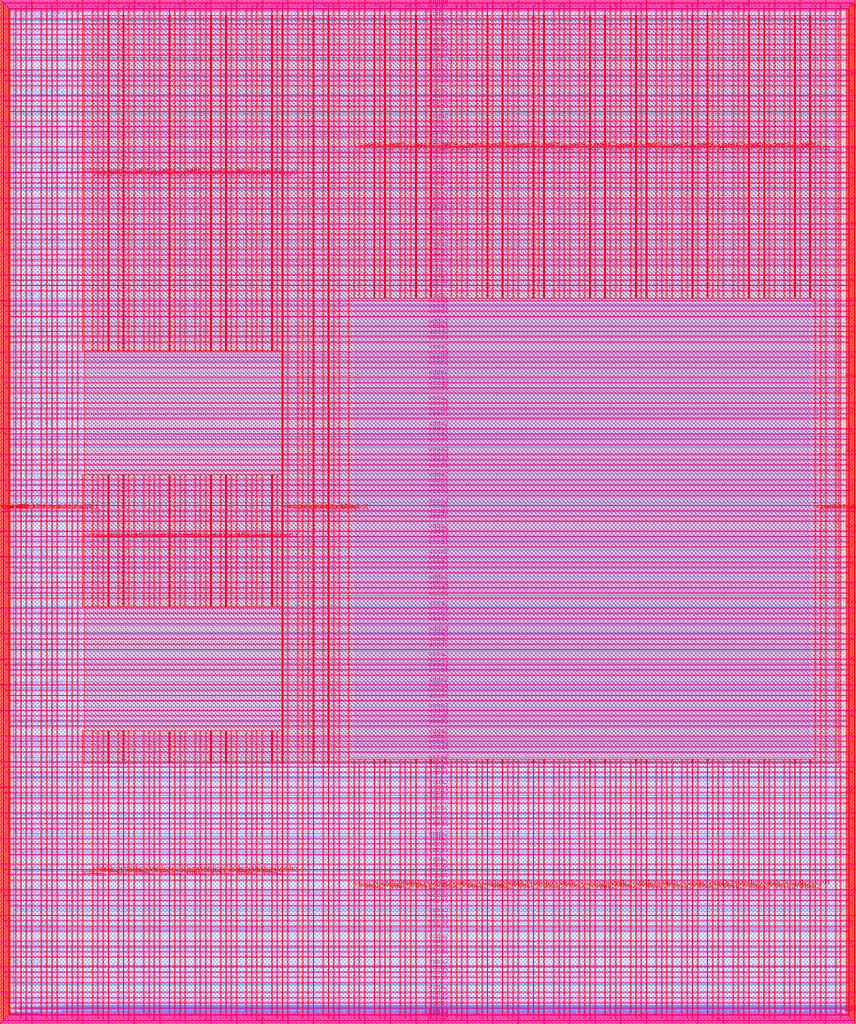
<source format=lef>
VERSION 5.7 ;
  NOWIREEXTENSIONATPIN ON ;
  DIVIDERCHAR "/" ;
  BUSBITCHARS "[]" ;
MACRO user_project_wrapper
  CLASS BLOCK ;
  FOREIGN user_project_wrapper ;
  ORIGIN 0.000 0.000 ;
  SIZE 2920.000 BY 3520.000 ;
  PIN analog_io[0]
    DIRECTION INOUT ;
    USE SIGNAL ;
    PORT
      LAYER met3 ;
        RECT 2917.600 1426.380 2924.800 1427.580 ;
    END
  END analog_io[0]
  PIN analog_io[10]
    DIRECTION INOUT ;
    USE SIGNAL ;
    PORT
      LAYER met2 ;
        RECT 2230.490 3517.600 2231.050 3524.800 ;
    END
  END analog_io[10]
  PIN analog_io[11]
    DIRECTION INOUT ;
    USE SIGNAL ;
    PORT
      LAYER met2 ;
        RECT 1905.730 3517.600 1906.290 3524.800 ;
    END
  END analog_io[11]
  PIN analog_io[12]
    DIRECTION INOUT ;
    USE SIGNAL ;
    PORT
      LAYER met2 ;
        RECT 1581.430 3517.600 1581.990 3524.800 ;
    END
  END analog_io[12]
  PIN analog_io[13]
    DIRECTION INOUT ;
    USE SIGNAL ;
    PORT
      LAYER met2 ;
        RECT 1257.130 3517.600 1257.690 3524.800 ;
    END
  END analog_io[13]
  PIN analog_io[14]
    DIRECTION INOUT ;
    USE SIGNAL ;
    PORT
      LAYER met2 ;
        RECT 932.370 3517.600 932.930 3524.800 ;
    END
  END analog_io[14]
  PIN analog_io[15]
    DIRECTION INOUT ;
    USE SIGNAL ;
    PORT
      LAYER met2 ;
        RECT 608.070 3517.600 608.630 3524.800 ;
    END
  END analog_io[15]
  PIN analog_io[16]
    DIRECTION INOUT ;
    USE SIGNAL ;
    PORT
      LAYER met2 ;
        RECT 283.770 3517.600 284.330 3524.800 ;
    END
  END analog_io[16]
  PIN analog_io[17]
    DIRECTION INOUT ;
    USE SIGNAL ;
    PORT
      LAYER met3 ;
        RECT -4.800 3486.100 2.400 3487.300 ;
    END
  END analog_io[17]
  PIN analog_io[18]
    DIRECTION INOUT ;
    USE SIGNAL ;
    PORT
      LAYER met3 ;
        RECT -4.800 3224.980 2.400 3226.180 ;
    END
  END analog_io[18]
  PIN analog_io[19]
    DIRECTION INOUT ;
    USE SIGNAL ;
    PORT
      LAYER met3 ;
        RECT -4.800 2964.540 2.400 2965.740 ;
    END
  END analog_io[19]
  PIN analog_io[1]
    DIRECTION INOUT ;
    USE SIGNAL ;
    PORT
      LAYER met3 ;
        RECT 2917.600 1692.260 2924.800 1693.460 ;
    END
  END analog_io[1]
  PIN analog_io[20]
    DIRECTION INOUT ;
    USE SIGNAL ;
    PORT
      LAYER met3 ;
        RECT -4.800 2703.420 2.400 2704.620 ;
    END
  END analog_io[20]
  PIN analog_io[21]
    DIRECTION INOUT ;
    USE SIGNAL ;
    PORT
      LAYER met3 ;
        RECT -4.800 2442.980 2.400 2444.180 ;
    END
  END analog_io[21]
  PIN analog_io[22]
    DIRECTION INOUT ;
    USE SIGNAL ;
    PORT
      LAYER met3 ;
        RECT -4.800 2182.540 2.400 2183.740 ;
    END
  END analog_io[22]
  PIN analog_io[23]
    DIRECTION INOUT ;
    USE SIGNAL ;
    PORT
      LAYER met3 ;
        RECT -4.800 1921.420 2.400 1922.620 ;
    END
  END analog_io[23]
  PIN analog_io[24]
    DIRECTION INOUT ;
    USE SIGNAL ;
    PORT
      LAYER met3 ;
        RECT -4.800 1660.980 2.400 1662.180 ;
    END
  END analog_io[24]
  PIN analog_io[25]
    DIRECTION INOUT ;
    USE SIGNAL ;
    PORT
      LAYER met3 ;
        RECT -4.800 1399.860 2.400 1401.060 ;
    END
  END analog_io[25]
  PIN analog_io[26]
    DIRECTION INOUT ;
    USE SIGNAL ;
    PORT
      LAYER met3 ;
        RECT -4.800 1139.420 2.400 1140.620 ;
    END
  END analog_io[26]
  PIN analog_io[27]
    DIRECTION INOUT ;
    USE SIGNAL ;
    PORT
      LAYER met3 ;
        RECT -4.800 878.980 2.400 880.180 ;
    END
  END analog_io[27]
  PIN analog_io[28]
    DIRECTION INOUT ;
    USE SIGNAL ;
    PORT
      LAYER met3 ;
        RECT -4.800 617.860 2.400 619.060 ;
    END
  END analog_io[28]
  PIN analog_io[2]
    DIRECTION INOUT ;
    USE SIGNAL ;
    PORT
      LAYER met3 ;
        RECT 2917.600 1958.140 2924.800 1959.340 ;
    END
  END analog_io[2]
  PIN analog_io[3]
    DIRECTION INOUT ;
    USE SIGNAL ;
    PORT
      LAYER met3 ;
        RECT 2917.600 2223.340 2924.800 2224.540 ;
    END
  END analog_io[3]
  PIN analog_io[4]
    DIRECTION INOUT ;
    USE SIGNAL ;
    PORT
      LAYER met3 ;
        RECT 2917.600 2489.220 2924.800 2490.420 ;
    END
  END analog_io[4]
  PIN analog_io[5]
    DIRECTION INOUT ;
    USE SIGNAL ;
    PORT
      LAYER met3 ;
        RECT 2917.600 2755.100 2924.800 2756.300 ;
    END
  END analog_io[5]
  PIN analog_io[6]
    DIRECTION INOUT ;
    USE SIGNAL ;
    PORT
      LAYER met3 ;
        RECT 2917.600 3020.300 2924.800 3021.500 ;
    END
  END analog_io[6]
  PIN analog_io[7]
    DIRECTION INOUT ;
    USE SIGNAL ;
    PORT
      LAYER met3 ;
        RECT 2917.600 3286.180 2924.800 3287.380 ;
    END
  END analog_io[7]
  PIN analog_io[8]
    DIRECTION INOUT ;
    USE SIGNAL ;
    PORT
      LAYER met2 ;
        RECT 2879.090 3517.600 2879.650 3524.800 ;
    END
  END analog_io[8]
  PIN analog_io[9]
    DIRECTION INOUT ;
    USE SIGNAL ;
    PORT
      LAYER met2 ;
        RECT 2554.790 3517.600 2555.350 3524.800 ;
    END
  END analog_io[9]
  PIN io_in[0]
    DIRECTION INPUT ;
    USE SIGNAL ;
    PORT
      LAYER met3 ;
        RECT 2917.600 32.380 2924.800 33.580 ;
    END
  END io_in[0]
  PIN io_in[10]
    DIRECTION INPUT ;
    USE SIGNAL ;
    PORT
      LAYER met3 ;
        RECT 2917.600 2289.980 2924.800 2291.180 ;
    END
  END io_in[10]
  PIN io_in[11]
    DIRECTION INPUT ;
    USE SIGNAL ;
    PORT
      LAYER met3 ;
        RECT 2917.600 2555.860 2924.800 2557.060 ;
    END
  END io_in[11]
  PIN io_in[12]
    DIRECTION INPUT ;
    USE SIGNAL ;
    PORT
      LAYER met3 ;
        RECT 2917.600 2821.060 2924.800 2822.260 ;
    END
  END io_in[12]
  PIN io_in[13]
    DIRECTION INPUT ;
    USE SIGNAL ;
    PORT
      LAYER met3 ;
        RECT 2917.600 3086.940 2924.800 3088.140 ;
    END
  END io_in[13]
  PIN io_in[14]
    DIRECTION INPUT ;
    USE SIGNAL ;
    PORT
      LAYER met3 ;
        RECT 2917.600 3352.820 2924.800 3354.020 ;
    END
  END io_in[14]
  PIN io_in[15]
    DIRECTION INPUT ;
    USE SIGNAL ;
    PORT
      LAYER met2 ;
        RECT 2798.130 3517.600 2798.690 3524.800 ;
    END
  END io_in[15]
  PIN io_in[16]
    DIRECTION INPUT ;
    USE SIGNAL ;
    PORT
      LAYER met2 ;
        RECT 2473.830 3517.600 2474.390 3524.800 ;
    END
  END io_in[16]
  PIN io_in[17]
    DIRECTION INPUT ;
    USE SIGNAL ;
    PORT
      LAYER met2 ;
        RECT 2149.070 3517.600 2149.630 3524.800 ;
    END
  END io_in[17]
  PIN io_in[18]
    DIRECTION INPUT ;
    USE SIGNAL ;
    PORT
      LAYER met2 ;
        RECT 1824.770 3517.600 1825.330 3524.800 ;
    END
  END io_in[18]
  PIN io_in[19]
    DIRECTION INPUT ;
    USE SIGNAL ;
    PORT
      LAYER met2 ;
        RECT 1500.470 3517.600 1501.030 3524.800 ;
    END
  END io_in[19]
  PIN io_in[1]
    DIRECTION INPUT ;
    USE SIGNAL ;
    PORT
      LAYER met3 ;
        RECT 2917.600 230.940 2924.800 232.140 ;
    END
  END io_in[1]
  PIN io_in[20]
    DIRECTION INPUT ;
    USE SIGNAL ;
    PORT
      LAYER met2 ;
        RECT 1175.710 3517.600 1176.270 3524.800 ;
    END
  END io_in[20]
  PIN io_in[21]
    DIRECTION INPUT ;
    USE SIGNAL ;
    PORT
      LAYER met2 ;
        RECT 851.410 3517.600 851.970 3524.800 ;
    END
  END io_in[21]
  PIN io_in[22]
    DIRECTION INPUT ;
    USE SIGNAL ;
    PORT
      LAYER met2 ;
        RECT 527.110 3517.600 527.670 3524.800 ;
    END
  END io_in[22]
  PIN io_in[23]
    DIRECTION INPUT ;
    USE SIGNAL ;
    PORT
      LAYER met2 ;
        RECT 202.350 3517.600 202.910 3524.800 ;
    END
  END io_in[23]
  PIN io_in[24]
    DIRECTION INPUT ;
    USE SIGNAL ;
    PORT
      LAYER met3 ;
        RECT -4.800 3420.820 2.400 3422.020 ;
    END
  END io_in[24]
  PIN io_in[25]
    DIRECTION INPUT ;
    USE SIGNAL ;
    PORT
      LAYER met3 ;
        RECT -4.800 3159.700 2.400 3160.900 ;
    END
  END io_in[25]
  PIN io_in[26]
    DIRECTION INPUT ;
    USE SIGNAL ;
    PORT
      LAYER met3 ;
        RECT -4.800 2899.260 2.400 2900.460 ;
    END
  END io_in[26]
  PIN io_in[27]
    DIRECTION INPUT ;
    USE SIGNAL ;
    PORT
      LAYER met3 ;
        RECT -4.800 2638.820 2.400 2640.020 ;
    END
  END io_in[27]
  PIN io_in[28]
    DIRECTION INPUT ;
    USE SIGNAL ;
    PORT
      LAYER met3 ;
        RECT -4.800 2377.700 2.400 2378.900 ;
    END
  END io_in[28]
  PIN io_in[29]
    DIRECTION INPUT ;
    USE SIGNAL ;
    PORT
      LAYER met3 ;
        RECT -4.800 2117.260 2.400 2118.460 ;
    END
  END io_in[29]
  PIN io_in[2]
    DIRECTION INPUT ;
    USE SIGNAL ;
    PORT
      LAYER met3 ;
        RECT 2917.600 430.180 2924.800 431.380 ;
    END
  END io_in[2]
  PIN io_in[30]
    DIRECTION INPUT ;
    USE SIGNAL ;
    PORT
      LAYER met3 ;
        RECT -4.800 1856.140 2.400 1857.340 ;
    END
  END io_in[30]
  PIN io_in[31]
    DIRECTION INPUT ;
    USE SIGNAL ;
    PORT
      LAYER met3 ;
        RECT -4.800 1595.700 2.400 1596.900 ;
    END
  END io_in[31]
  PIN io_in[32]
    DIRECTION INPUT ;
    USE SIGNAL ;
    PORT
      LAYER met3 ;
        RECT -4.800 1335.260 2.400 1336.460 ;
    END
  END io_in[32]
  PIN io_in[33]
    DIRECTION INPUT ;
    USE SIGNAL ;
    PORT
      LAYER met3 ;
        RECT -4.800 1074.140 2.400 1075.340 ;
    END
  END io_in[33]
  PIN io_in[34]
    DIRECTION INPUT ;
    USE SIGNAL ;
    PORT
      LAYER met3 ;
        RECT -4.800 813.700 2.400 814.900 ;
    END
  END io_in[34]
  PIN io_in[35]
    DIRECTION INPUT ;
    USE SIGNAL ;
    PORT
      LAYER met3 ;
        RECT -4.800 552.580 2.400 553.780 ;
    END
  END io_in[35]
  PIN io_in[36]
    DIRECTION INPUT ;
    USE SIGNAL ;
    PORT
      LAYER met3 ;
        RECT -4.800 357.420 2.400 358.620 ;
    END
  END io_in[36]
  PIN io_in[37]
    DIRECTION INPUT ;
    USE SIGNAL ;
    PORT
      LAYER met3 ;
        RECT -4.800 161.580 2.400 162.780 ;
    END
  END io_in[37]
  PIN io_in[3]
    DIRECTION INPUT ;
    USE SIGNAL ;
    PORT
      LAYER met3 ;
        RECT 2917.600 629.420 2924.800 630.620 ;
    END
  END io_in[3]
  PIN io_in[4]
    DIRECTION INPUT ;
    USE SIGNAL ;
    PORT
      LAYER met3 ;
        RECT 2917.600 828.660 2924.800 829.860 ;
    END
  END io_in[4]
  PIN io_in[5]
    DIRECTION INPUT ;
    USE SIGNAL ;
    PORT
      LAYER met3 ;
        RECT 2917.600 1027.900 2924.800 1029.100 ;
    END
  END io_in[5]
  PIN io_in[6]
    DIRECTION INPUT ;
    USE SIGNAL ;
    PORT
      LAYER met3 ;
        RECT 2917.600 1227.140 2924.800 1228.340 ;
    END
  END io_in[6]
  PIN io_in[7]
    DIRECTION INPUT ;
    USE SIGNAL ;
    PORT
      LAYER met3 ;
        RECT 2917.600 1493.020 2924.800 1494.220 ;
    END
  END io_in[7]
  PIN io_in[8]
    DIRECTION INPUT ;
    USE SIGNAL ;
    PORT
      LAYER met3 ;
        RECT 2917.600 1758.900 2924.800 1760.100 ;
    END
  END io_in[8]
  PIN io_in[9]
    DIRECTION INPUT ;
    USE SIGNAL ;
    PORT
      LAYER met3 ;
        RECT 2917.600 2024.100 2924.800 2025.300 ;
    END
  END io_in[9]
  PIN io_oeb[0]
    DIRECTION OUTPUT TRISTATE ;
    USE SIGNAL ;
    PORT
      LAYER met3 ;
        RECT 2917.600 164.980 2924.800 166.180 ;
    END
  END io_oeb[0]
  PIN io_oeb[10]
    DIRECTION OUTPUT TRISTATE ;
    USE SIGNAL ;
    PORT
      LAYER met3 ;
        RECT 2917.600 2422.580 2924.800 2423.780 ;
    END
  END io_oeb[10]
  PIN io_oeb[11]
    DIRECTION OUTPUT TRISTATE ;
    USE SIGNAL ;
    PORT
      LAYER met3 ;
        RECT 2917.600 2688.460 2924.800 2689.660 ;
    END
  END io_oeb[11]
  PIN io_oeb[12]
    DIRECTION OUTPUT TRISTATE ;
    USE SIGNAL ;
    PORT
      LAYER met3 ;
        RECT 2917.600 2954.340 2924.800 2955.540 ;
    END
  END io_oeb[12]
  PIN io_oeb[13]
    DIRECTION OUTPUT TRISTATE ;
    USE SIGNAL ;
    PORT
      LAYER met3 ;
        RECT 2917.600 3219.540 2924.800 3220.740 ;
    END
  END io_oeb[13]
  PIN io_oeb[14]
    DIRECTION OUTPUT TRISTATE ;
    USE SIGNAL ;
    PORT
      LAYER met3 ;
        RECT 2917.600 3485.420 2924.800 3486.620 ;
    END
  END io_oeb[14]
  PIN io_oeb[15]
    DIRECTION OUTPUT TRISTATE ;
    USE SIGNAL ;
    PORT
      LAYER met2 ;
        RECT 2635.750 3517.600 2636.310 3524.800 ;
    END
  END io_oeb[15]
  PIN io_oeb[16]
    DIRECTION OUTPUT TRISTATE ;
    USE SIGNAL ;
    PORT
      LAYER met2 ;
        RECT 2311.450 3517.600 2312.010 3524.800 ;
    END
  END io_oeb[16]
  PIN io_oeb[17]
    DIRECTION OUTPUT TRISTATE ;
    USE SIGNAL ;
    PORT
      LAYER met2 ;
        RECT 1987.150 3517.600 1987.710 3524.800 ;
    END
  END io_oeb[17]
  PIN io_oeb[18]
    DIRECTION OUTPUT TRISTATE ;
    USE SIGNAL ;
    PORT
      LAYER met2 ;
        RECT 1662.390 3517.600 1662.950 3524.800 ;
    END
  END io_oeb[18]
  PIN io_oeb[19]
    DIRECTION OUTPUT TRISTATE ;
    USE SIGNAL ;
    PORT
      LAYER met2 ;
        RECT 1338.090 3517.600 1338.650 3524.800 ;
    END
  END io_oeb[19]
  PIN io_oeb[1]
    DIRECTION OUTPUT TRISTATE ;
    USE SIGNAL ;
    PORT
      LAYER met3 ;
        RECT 2917.600 364.220 2924.800 365.420 ;
    END
  END io_oeb[1]
  PIN io_oeb[20]
    DIRECTION OUTPUT TRISTATE ;
    USE SIGNAL ;
    PORT
      LAYER met2 ;
        RECT 1013.790 3517.600 1014.350 3524.800 ;
    END
  END io_oeb[20]
  PIN io_oeb[21]
    DIRECTION OUTPUT TRISTATE ;
    USE SIGNAL ;
    PORT
      LAYER met2 ;
        RECT 689.030 3517.600 689.590 3524.800 ;
    END
  END io_oeb[21]
  PIN io_oeb[22]
    DIRECTION OUTPUT TRISTATE ;
    USE SIGNAL ;
    PORT
      LAYER met2 ;
        RECT 364.730 3517.600 365.290 3524.800 ;
    END
  END io_oeb[22]
  PIN io_oeb[23]
    DIRECTION OUTPUT TRISTATE ;
    USE SIGNAL ;
    PORT
      LAYER met2 ;
        RECT 40.430 3517.600 40.990 3524.800 ;
    END
  END io_oeb[23]
  PIN io_oeb[24]
    DIRECTION OUTPUT TRISTATE ;
    USE SIGNAL ;
    PORT
      LAYER met3 ;
        RECT -4.800 3290.260 2.400 3291.460 ;
    END
  END io_oeb[24]
  PIN io_oeb[25]
    DIRECTION OUTPUT TRISTATE ;
    USE SIGNAL ;
    PORT
      LAYER met3 ;
        RECT -4.800 3029.820 2.400 3031.020 ;
    END
  END io_oeb[25]
  PIN io_oeb[26]
    DIRECTION OUTPUT TRISTATE ;
    USE SIGNAL ;
    PORT
      LAYER met3 ;
        RECT -4.800 2768.700 2.400 2769.900 ;
    END
  END io_oeb[26]
  PIN io_oeb[27]
    DIRECTION OUTPUT TRISTATE ;
    USE SIGNAL ;
    PORT
      LAYER met3 ;
        RECT -4.800 2508.260 2.400 2509.460 ;
    END
  END io_oeb[27]
  PIN io_oeb[28]
    DIRECTION OUTPUT TRISTATE ;
    USE SIGNAL ;
    PORT
      LAYER met3 ;
        RECT -4.800 2247.140 2.400 2248.340 ;
    END
  END io_oeb[28]
  PIN io_oeb[29]
    DIRECTION OUTPUT TRISTATE ;
    USE SIGNAL ;
    PORT
      LAYER met3 ;
        RECT -4.800 1986.700 2.400 1987.900 ;
    END
  END io_oeb[29]
  PIN io_oeb[2]
    DIRECTION OUTPUT TRISTATE ;
    USE SIGNAL ;
    PORT
      LAYER met3 ;
        RECT 2917.600 563.460 2924.800 564.660 ;
    END
  END io_oeb[2]
  PIN io_oeb[30]
    DIRECTION OUTPUT TRISTATE ;
    USE SIGNAL ;
    PORT
      LAYER met3 ;
        RECT -4.800 1726.260 2.400 1727.460 ;
    END
  END io_oeb[30]
  PIN io_oeb[31]
    DIRECTION OUTPUT TRISTATE ;
    USE SIGNAL ;
    PORT
      LAYER met3 ;
        RECT -4.800 1465.140 2.400 1466.340 ;
    END
  END io_oeb[31]
  PIN io_oeb[32]
    DIRECTION OUTPUT TRISTATE ;
    USE SIGNAL ;
    PORT
      LAYER met3 ;
        RECT -4.800 1204.700 2.400 1205.900 ;
    END
  END io_oeb[32]
  PIN io_oeb[33]
    DIRECTION OUTPUT TRISTATE ;
    USE SIGNAL ;
    PORT
      LAYER met3 ;
        RECT -4.800 943.580 2.400 944.780 ;
    END
  END io_oeb[33]
  PIN io_oeb[34]
    DIRECTION OUTPUT TRISTATE ;
    USE SIGNAL ;
    PORT
      LAYER met3 ;
        RECT -4.800 683.140 2.400 684.340 ;
    END
  END io_oeb[34]
  PIN io_oeb[35]
    DIRECTION OUTPUT TRISTATE ;
    USE SIGNAL ;
    PORT
      LAYER met3 ;
        RECT -4.800 422.700 2.400 423.900 ;
    END
  END io_oeb[35]
  PIN io_oeb[36]
    DIRECTION OUTPUT TRISTATE ;
    USE SIGNAL ;
    PORT
      LAYER met3 ;
        RECT -4.800 226.860 2.400 228.060 ;
    END
  END io_oeb[36]
  PIN io_oeb[37]
    DIRECTION OUTPUT TRISTATE ;
    USE SIGNAL ;
    PORT
      LAYER met3 ;
        RECT -4.800 31.700 2.400 32.900 ;
    END
  END io_oeb[37]
  PIN io_oeb[3]
    DIRECTION OUTPUT TRISTATE ;
    USE SIGNAL ;
    PORT
      LAYER met3 ;
        RECT 2917.600 762.700 2924.800 763.900 ;
    END
  END io_oeb[3]
  PIN io_oeb[4]
    DIRECTION OUTPUT TRISTATE ;
    USE SIGNAL ;
    PORT
      LAYER met3 ;
        RECT 2917.600 961.940 2924.800 963.140 ;
    END
  END io_oeb[4]
  PIN io_oeb[5]
    DIRECTION OUTPUT TRISTATE ;
    USE SIGNAL ;
    PORT
      LAYER met3 ;
        RECT 2917.600 1161.180 2924.800 1162.380 ;
    END
  END io_oeb[5]
  PIN io_oeb[6]
    DIRECTION OUTPUT TRISTATE ;
    USE SIGNAL ;
    PORT
      LAYER met3 ;
        RECT 2917.600 1360.420 2924.800 1361.620 ;
    END
  END io_oeb[6]
  PIN io_oeb[7]
    DIRECTION OUTPUT TRISTATE ;
    USE SIGNAL ;
    PORT
      LAYER met3 ;
        RECT 2917.600 1625.620 2924.800 1626.820 ;
    END
  END io_oeb[7]
  PIN io_oeb[8]
    DIRECTION OUTPUT TRISTATE ;
    USE SIGNAL ;
    PORT
      LAYER met3 ;
        RECT 2917.600 1891.500 2924.800 1892.700 ;
    END
  END io_oeb[8]
  PIN io_oeb[9]
    DIRECTION OUTPUT TRISTATE ;
    USE SIGNAL ;
    PORT
      LAYER met3 ;
        RECT 2917.600 2157.380 2924.800 2158.580 ;
    END
  END io_oeb[9]
  PIN io_out[0]
    DIRECTION OUTPUT TRISTATE ;
    USE SIGNAL ;
    PORT
      LAYER met3 ;
        RECT 2917.600 98.340 2924.800 99.540 ;
    END
  END io_out[0]
  PIN io_out[10]
    DIRECTION OUTPUT TRISTATE ;
    USE SIGNAL ;
    PORT
      LAYER met3 ;
        RECT 2917.600 2356.620 2924.800 2357.820 ;
    END
  END io_out[10]
  PIN io_out[11]
    DIRECTION OUTPUT TRISTATE ;
    USE SIGNAL ;
    PORT
      LAYER met3 ;
        RECT 2917.600 2621.820 2924.800 2623.020 ;
    END
  END io_out[11]
  PIN io_out[12]
    DIRECTION OUTPUT TRISTATE ;
    USE SIGNAL ;
    PORT
      LAYER met3 ;
        RECT 2917.600 2887.700 2924.800 2888.900 ;
    END
  END io_out[12]
  PIN io_out[13]
    DIRECTION OUTPUT TRISTATE ;
    USE SIGNAL ;
    PORT
      LAYER met3 ;
        RECT 2917.600 3153.580 2924.800 3154.780 ;
    END
  END io_out[13]
  PIN io_out[14]
    DIRECTION OUTPUT TRISTATE ;
    USE SIGNAL ;
    PORT
      LAYER met3 ;
        RECT 2917.600 3418.780 2924.800 3419.980 ;
    END
  END io_out[14]
  PIN io_out[15]
    DIRECTION OUTPUT TRISTATE ;
    USE SIGNAL ;
    PORT
      LAYER met2 ;
        RECT 2717.170 3517.600 2717.730 3524.800 ;
    END
  END io_out[15]
  PIN io_out[16]
    DIRECTION OUTPUT TRISTATE ;
    USE SIGNAL ;
    PORT
      LAYER met2 ;
        RECT 2392.410 3517.600 2392.970 3524.800 ;
    END
  END io_out[16]
  PIN io_out[17]
    DIRECTION OUTPUT TRISTATE ;
    USE SIGNAL ;
    PORT
      LAYER met2 ;
        RECT 2068.110 3517.600 2068.670 3524.800 ;
    END
  END io_out[17]
  PIN io_out[18]
    DIRECTION OUTPUT TRISTATE ;
    USE SIGNAL ;
    PORT
      LAYER met2 ;
        RECT 1743.810 3517.600 1744.370 3524.800 ;
    END
  END io_out[18]
  PIN io_out[19]
    DIRECTION OUTPUT TRISTATE ;
    USE SIGNAL ;
    PORT
      LAYER met2 ;
        RECT 1419.050 3517.600 1419.610 3524.800 ;
    END
  END io_out[19]
  PIN io_out[1]
    DIRECTION OUTPUT TRISTATE ;
    USE SIGNAL ;
    PORT
      LAYER met3 ;
        RECT 2917.600 297.580 2924.800 298.780 ;
    END
  END io_out[1]
  PIN io_out[20]
    DIRECTION OUTPUT TRISTATE ;
    USE SIGNAL ;
    PORT
      LAYER met2 ;
        RECT 1094.750 3517.600 1095.310 3524.800 ;
    END
  END io_out[20]
  PIN io_out[21]
    DIRECTION OUTPUT TRISTATE ;
    USE SIGNAL ;
    PORT
      LAYER met2 ;
        RECT 770.450 3517.600 771.010 3524.800 ;
    END
  END io_out[21]
  PIN io_out[22]
    DIRECTION OUTPUT TRISTATE ;
    USE SIGNAL ;
    PORT
      LAYER met2 ;
        RECT 445.690 3517.600 446.250 3524.800 ;
    END
  END io_out[22]
  PIN io_out[23]
    DIRECTION OUTPUT TRISTATE ;
    USE SIGNAL ;
    PORT
      LAYER met2 ;
        RECT 121.390 3517.600 121.950 3524.800 ;
    END
  END io_out[23]
  PIN io_out[24]
    DIRECTION OUTPUT TRISTATE ;
    USE SIGNAL ;
    PORT
      LAYER met3 ;
        RECT -4.800 3355.540 2.400 3356.740 ;
    END
  END io_out[24]
  PIN io_out[25]
    DIRECTION OUTPUT TRISTATE ;
    USE SIGNAL ;
    PORT
      LAYER met3 ;
        RECT -4.800 3095.100 2.400 3096.300 ;
    END
  END io_out[25]
  PIN io_out[26]
    DIRECTION OUTPUT TRISTATE ;
    USE SIGNAL ;
    PORT
      LAYER met3 ;
        RECT -4.800 2833.980 2.400 2835.180 ;
    END
  END io_out[26]
  PIN io_out[27]
    DIRECTION OUTPUT TRISTATE ;
    USE SIGNAL ;
    PORT
      LAYER met3 ;
        RECT -4.800 2573.540 2.400 2574.740 ;
    END
  END io_out[27]
  PIN io_out[28]
    DIRECTION OUTPUT TRISTATE ;
    USE SIGNAL ;
    PORT
      LAYER met3 ;
        RECT -4.800 2312.420 2.400 2313.620 ;
    END
  END io_out[28]
  PIN io_out[29]
    DIRECTION OUTPUT TRISTATE ;
    USE SIGNAL ;
    PORT
      LAYER met3 ;
        RECT -4.800 2051.980 2.400 2053.180 ;
    END
  END io_out[29]
  PIN io_out[2]
    DIRECTION OUTPUT TRISTATE ;
    USE SIGNAL ;
    PORT
      LAYER met3 ;
        RECT 2917.600 496.820 2924.800 498.020 ;
    END
  END io_out[2]
  PIN io_out[30]
    DIRECTION OUTPUT TRISTATE ;
    USE SIGNAL ;
    PORT
      LAYER met3 ;
        RECT -4.800 1791.540 2.400 1792.740 ;
    END
  END io_out[30]
  PIN io_out[31]
    DIRECTION OUTPUT TRISTATE ;
    USE SIGNAL ;
    PORT
      LAYER met3 ;
        RECT -4.800 1530.420 2.400 1531.620 ;
    END
  END io_out[31]
  PIN io_out[32]
    DIRECTION OUTPUT TRISTATE ;
    USE SIGNAL ;
    PORT
      LAYER met3 ;
        RECT -4.800 1269.980 2.400 1271.180 ;
    END
  END io_out[32]
  PIN io_out[33]
    DIRECTION OUTPUT TRISTATE ;
    USE SIGNAL ;
    PORT
      LAYER met3 ;
        RECT -4.800 1008.860 2.400 1010.060 ;
    END
  END io_out[33]
  PIN io_out[34]
    DIRECTION OUTPUT TRISTATE ;
    USE SIGNAL ;
    PORT
      LAYER met3 ;
        RECT -4.800 748.420 2.400 749.620 ;
    END
  END io_out[34]
  PIN io_out[35]
    DIRECTION OUTPUT TRISTATE ;
    USE SIGNAL ;
    PORT
      LAYER met3 ;
        RECT -4.800 487.300 2.400 488.500 ;
    END
  END io_out[35]
  PIN io_out[36]
    DIRECTION OUTPUT TRISTATE ;
    USE SIGNAL ;
    PORT
      LAYER met3 ;
        RECT -4.800 292.140 2.400 293.340 ;
    END
  END io_out[36]
  PIN io_out[37]
    DIRECTION OUTPUT TRISTATE ;
    USE SIGNAL ;
    PORT
      LAYER met3 ;
        RECT -4.800 96.300 2.400 97.500 ;
    END
  END io_out[37]
  PIN io_out[3]
    DIRECTION OUTPUT TRISTATE ;
    USE SIGNAL ;
    PORT
      LAYER met3 ;
        RECT 2917.600 696.060 2924.800 697.260 ;
    END
  END io_out[3]
  PIN io_out[4]
    DIRECTION OUTPUT TRISTATE ;
    USE SIGNAL ;
    PORT
      LAYER met3 ;
        RECT 2917.600 895.300 2924.800 896.500 ;
    END
  END io_out[4]
  PIN io_out[5]
    DIRECTION OUTPUT TRISTATE ;
    USE SIGNAL ;
    PORT
      LAYER met3 ;
        RECT 2917.600 1094.540 2924.800 1095.740 ;
    END
  END io_out[5]
  PIN io_out[6]
    DIRECTION OUTPUT TRISTATE ;
    USE SIGNAL ;
    PORT
      LAYER met3 ;
        RECT 2917.600 1293.780 2924.800 1294.980 ;
    END
  END io_out[6]
  PIN io_out[7]
    DIRECTION OUTPUT TRISTATE ;
    USE SIGNAL ;
    PORT
      LAYER met3 ;
        RECT 2917.600 1559.660 2924.800 1560.860 ;
    END
  END io_out[7]
  PIN io_out[8]
    DIRECTION OUTPUT TRISTATE ;
    USE SIGNAL ;
    PORT
      LAYER met3 ;
        RECT 2917.600 1824.860 2924.800 1826.060 ;
    END
  END io_out[8]
  PIN io_out[9]
    DIRECTION OUTPUT TRISTATE ;
    USE SIGNAL ;
    PORT
      LAYER met3 ;
        RECT 2917.600 2090.740 2924.800 2091.940 ;
    END
  END io_out[9]
  PIN la_data_in[0]
    DIRECTION INPUT ;
    USE SIGNAL ;
    PORT
      LAYER met2 ;
        RECT 629.230 -4.800 629.790 2.400 ;
    END
  END la_data_in[0]
  PIN la_data_in[100]
    DIRECTION INPUT ;
    USE SIGNAL ;
    PORT
      LAYER met2 ;
        RECT 2402.530 -4.800 2403.090 2.400 ;
    END
  END la_data_in[100]
  PIN la_data_in[101]
    DIRECTION INPUT ;
    USE SIGNAL ;
    PORT
      LAYER met2 ;
        RECT 2420.010 -4.800 2420.570 2.400 ;
    END
  END la_data_in[101]
  PIN la_data_in[102]
    DIRECTION INPUT ;
    USE SIGNAL ;
    PORT
      LAYER met2 ;
        RECT 2437.950 -4.800 2438.510 2.400 ;
    END
  END la_data_in[102]
  PIN la_data_in[103]
    DIRECTION INPUT ;
    USE SIGNAL ;
    PORT
      LAYER met2 ;
        RECT 2455.430 -4.800 2455.990 2.400 ;
    END
  END la_data_in[103]
  PIN la_data_in[104]
    DIRECTION INPUT ;
    USE SIGNAL ;
    PORT
      LAYER met2 ;
        RECT 2473.370 -4.800 2473.930 2.400 ;
    END
  END la_data_in[104]
  PIN la_data_in[105]
    DIRECTION INPUT ;
    USE SIGNAL ;
    PORT
      LAYER met2 ;
        RECT 2490.850 -4.800 2491.410 2.400 ;
    END
  END la_data_in[105]
  PIN la_data_in[106]
    DIRECTION INPUT ;
    USE SIGNAL ;
    PORT
      LAYER met2 ;
        RECT 2508.790 -4.800 2509.350 2.400 ;
    END
  END la_data_in[106]
  PIN la_data_in[107]
    DIRECTION INPUT ;
    USE SIGNAL ;
    PORT
      LAYER met2 ;
        RECT 2526.730 -4.800 2527.290 2.400 ;
    END
  END la_data_in[107]
  PIN la_data_in[108]
    DIRECTION INPUT ;
    USE SIGNAL ;
    PORT
      LAYER met2 ;
        RECT 2544.210 -4.800 2544.770 2.400 ;
    END
  END la_data_in[108]
  PIN la_data_in[109]
    DIRECTION INPUT ;
    USE SIGNAL ;
    PORT
      LAYER met2 ;
        RECT 2562.150 -4.800 2562.710 2.400 ;
    END
  END la_data_in[109]
  PIN la_data_in[10]
    DIRECTION INPUT ;
    USE SIGNAL ;
    PORT
      LAYER met2 ;
        RECT 806.330 -4.800 806.890 2.400 ;
    END
  END la_data_in[10]
  PIN la_data_in[110]
    DIRECTION INPUT ;
    USE SIGNAL ;
    PORT
      LAYER met2 ;
        RECT 2579.630 -4.800 2580.190 2.400 ;
    END
  END la_data_in[110]
  PIN la_data_in[111]
    DIRECTION INPUT ;
    USE SIGNAL ;
    PORT
      LAYER met2 ;
        RECT 2597.570 -4.800 2598.130 2.400 ;
    END
  END la_data_in[111]
  PIN la_data_in[112]
    DIRECTION INPUT ;
    USE SIGNAL ;
    PORT
      LAYER met2 ;
        RECT 2615.050 -4.800 2615.610 2.400 ;
    END
  END la_data_in[112]
  PIN la_data_in[113]
    DIRECTION INPUT ;
    USE SIGNAL ;
    PORT
      LAYER met2 ;
        RECT 2632.990 -4.800 2633.550 2.400 ;
    END
  END la_data_in[113]
  PIN la_data_in[114]
    DIRECTION INPUT ;
    USE SIGNAL ;
    PORT
      LAYER met2 ;
        RECT 2650.470 -4.800 2651.030 2.400 ;
    END
  END la_data_in[114]
  PIN la_data_in[115]
    DIRECTION INPUT ;
    USE SIGNAL ;
    PORT
      LAYER met2 ;
        RECT 2668.410 -4.800 2668.970 2.400 ;
    END
  END la_data_in[115]
  PIN la_data_in[116]
    DIRECTION INPUT ;
    USE SIGNAL ;
    PORT
      LAYER met2 ;
        RECT 2685.890 -4.800 2686.450 2.400 ;
    END
  END la_data_in[116]
  PIN la_data_in[117]
    DIRECTION INPUT ;
    USE SIGNAL ;
    PORT
      LAYER met2 ;
        RECT 2703.830 -4.800 2704.390 2.400 ;
    END
  END la_data_in[117]
  PIN la_data_in[118]
    DIRECTION INPUT ;
    USE SIGNAL ;
    PORT
      LAYER met2 ;
        RECT 2721.770 -4.800 2722.330 2.400 ;
    END
  END la_data_in[118]
  PIN la_data_in[119]
    DIRECTION INPUT ;
    USE SIGNAL ;
    PORT
      LAYER met2 ;
        RECT 2739.250 -4.800 2739.810 2.400 ;
    END
  END la_data_in[119]
  PIN la_data_in[11]
    DIRECTION INPUT ;
    USE SIGNAL ;
    PORT
      LAYER met2 ;
        RECT 824.270 -4.800 824.830 2.400 ;
    END
  END la_data_in[11]
  PIN la_data_in[120]
    DIRECTION INPUT ;
    USE SIGNAL ;
    PORT
      LAYER met2 ;
        RECT 2757.190 -4.800 2757.750 2.400 ;
    END
  END la_data_in[120]
  PIN la_data_in[121]
    DIRECTION INPUT ;
    USE SIGNAL ;
    PORT
      LAYER met2 ;
        RECT 2774.670 -4.800 2775.230 2.400 ;
    END
  END la_data_in[121]
  PIN la_data_in[122]
    DIRECTION INPUT ;
    USE SIGNAL ;
    PORT
      LAYER met2 ;
        RECT 2792.610 -4.800 2793.170 2.400 ;
    END
  END la_data_in[122]
  PIN la_data_in[123]
    DIRECTION INPUT ;
    USE SIGNAL ;
    PORT
      LAYER met2 ;
        RECT 2810.090 -4.800 2810.650 2.400 ;
    END
  END la_data_in[123]
  PIN la_data_in[124]
    DIRECTION INPUT ;
    USE SIGNAL ;
    PORT
      LAYER met2 ;
        RECT 2828.030 -4.800 2828.590 2.400 ;
    END
  END la_data_in[124]
  PIN la_data_in[125]
    DIRECTION INPUT ;
    USE SIGNAL ;
    PORT
      LAYER met2 ;
        RECT 2845.510 -4.800 2846.070 2.400 ;
    END
  END la_data_in[125]
  PIN la_data_in[126]
    DIRECTION INPUT ;
    USE SIGNAL ;
    PORT
      LAYER met2 ;
        RECT 2863.450 -4.800 2864.010 2.400 ;
    END
  END la_data_in[126]
  PIN la_data_in[127]
    DIRECTION INPUT ;
    USE SIGNAL ;
    PORT
      LAYER met2 ;
        RECT 2881.390 -4.800 2881.950 2.400 ;
    END
  END la_data_in[127]
  PIN la_data_in[12]
    DIRECTION INPUT ;
    USE SIGNAL ;
    PORT
      LAYER met2 ;
        RECT 841.750 -4.800 842.310 2.400 ;
    END
  END la_data_in[12]
  PIN la_data_in[13]
    DIRECTION INPUT ;
    USE SIGNAL ;
    PORT
      LAYER met2 ;
        RECT 859.690 -4.800 860.250 2.400 ;
    END
  END la_data_in[13]
  PIN la_data_in[14]
    DIRECTION INPUT ;
    USE SIGNAL ;
    PORT
      LAYER met2 ;
        RECT 877.170 -4.800 877.730 2.400 ;
    END
  END la_data_in[14]
  PIN la_data_in[15]
    DIRECTION INPUT ;
    USE SIGNAL ;
    PORT
      LAYER met2 ;
        RECT 895.110 -4.800 895.670 2.400 ;
    END
  END la_data_in[15]
  PIN la_data_in[16]
    DIRECTION INPUT ;
    USE SIGNAL ;
    PORT
      LAYER met2 ;
        RECT 912.590 -4.800 913.150 2.400 ;
    END
  END la_data_in[16]
  PIN la_data_in[17]
    DIRECTION INPUT ;
    USE SIGNAL ;
    PORT
      LAYER met2 ;
        RECT 930.530 -4.800 931.090 2.400 ;
    END
  END la_data_in[17]
  PIN la_data_in[18]
    DIRECTION INPUT ;
    USE SIGNAL ;
    PORT
      LAYER met2 ;
        RECT 948.470 -4.800 949.030 2.400 ;
    END
  END la_data_in[18]
  PIN la_data_in[19]
    DIRECTION INPUT ;
    USE SIGNAL ;
    PORT
      LAYER met2 ;
        RECT 965.950 -4.800 966.510 2.400 ;
    END
  END la_data_in[19]
  PIN la_data_in[1]
    DIRECTION INPUT ;
    USE SIGNAL ;
    PORT
      LAYER met2 ;
        RECT 646.710 -4.800 647.270 2.400 ;
    END
  END la_data_in[1]
  PIN la_data_in[20]
    DIRECTION INPUT ;
    USE SIGNAL ;
    PORT
      LAYER met2 ;
        RECT 983.890 -4.800 984.450 2.400 ;
    END
  END la_data_in[20]
  PIN la_data_in[21]
    DIRECTION INPUT ;
    USE SIGNAL ;
    PORT
      LAYER met2 ;
        RECT 1001.370 -4.800 1001.930 2.400 ;
    END
  END la_data_in[21]
  PIN la_data_in[22]
    DIRECTION INPUT ;
    USE SIGNAL ;
    PORT
      LAYER met2 ;
        RECT 1019.310 -4.800 1019.870 2.400 ;
    END
  END la_data_in[22]
  PIN la_data_in[23]
    DIRECTION INPUT ;
    USE SIGNAL ;
    PORT
      LAYER met2 ;
        RECT 1036.790 -4.800 1037.350 2.400 ;
    END
  END la_data_in[23]
  PIN la_data_in[24]
    DIRECTION INPUT ;
    USE SIGNAL ;
    PORT
      LAYER met2 ;
        RECT 1054.730 -4.800 1055.290 2.400 ;
    END
  END la_data_in[24]
  PIN la_data_in[25]
    DIRECTION INPUT ;
    USE SIGNAL ;
    PORT
      LAYER met2 ;
        RECT 1072.210 -4.800 1072.770 2.400 ;
    END
  END la_data_in[25]
  PIN la_data_in[26]
    DIRECTION INPUT ;
    USE SIGNAL ;
    PORT
      LAYER met2 ;
        RECT 1090.150 -4.800 1090.710 2.400 ;
    END
  END la_data_in[26]
  PIN la_data_in[27]
    DIRECTION INPUT ;
    USE SIGNAL ;
    PORT
      LAYER met2 ;
        RECT 1107.630 -4.800 1108.190 2.400 ;
    END
  END la_data_in[27]
  PIN la_data_in[28]
    DIRECTION INPUT ;
    USE SIGNAL ;
    PORT
      LAYER met2 ;
        RECT 1125.570 -4.800 1126.130 2.400 ;
    END
  END la_data_in[28]
  PIN la_data_in[29]
    DIRECTION INPUT ;
    USE SIGNAL ;
    PORT
      LAYER met2 ;
        RECT 1143.510 -4.800 1144.070 2.400 ;
    END
  END la_data_in[29]
  PIN la_data_in[2]
    DIRECTION INPUT ;
    USE SIGNAL ;
    PORT
      LAYER met2 ;
        RECT 664.650 -4.800 665.210 2.400 ;
    END
  END la_data_in[2]
  PIN la_data_in[30]
    DIRECTION INPUT ;
    USE SIGNAL ;
    PORT
      LAYER met2 ;
        RECT 1160.990 -4.800 1161.550 2.400 ;
    END
  END la_data_in[30]
  PIN la_data_in[31]
    DIRECTION INPUT ;
    USE SIGNAL ;
    PORT
      LAYER met2 ;
        RECT 1178.930 -4.800 1179.490 2.400 ;
    END
  END la_data_in[31]
  PIN la_data_in[32]
    DIRECTION INPUT ;
    USE SIGNAL ;
    PORT
      LAYER met2 ;
        RECT 1196.410 -4.800 1196.970 2.400 ;
    END
  END la_data_in[32]
  PIN la_data_in[33]
    DIRECTION INPUT ;
    USE SIGNAL ;
    PORT
      LAYER met2 ;
        RECT 1214.350 -4.800 1214.910 2.400 ;
    END
  END la_data_in[33]
  PIN la_data_in[34]
    DIRECTION INPUT ;
    USE SIGNAL ;
    PORT
      LAYER met2 ;
        RECT 1231.830 -4.800 1232.390 2.400 ;
    END
  END la_data_in[34]
  PIN la_data_in[35]
    DIRECTION INPUT ;
    USE SIGNAL ;
    PORT
      LAYER met2 ;
        RECT 1249.770 -4.800 1250.330 2.400 ;
    END
  END la_data_in[35]
  PIN la_data_in[36]
    DIRECTION INPUT ;
    USE SIGNAL ;
    PORT
      LAYER met2 ;
        RECT 1267.250 -4.800 1267.810 2.400 ;
    END
  END la_data_in[36]
  PIN la_data_in[37]
    DIRECTION INPUT ;
    USE SIGNAL ;
    PORT
      LAYER met2 ;
        RECT 1285.190 -4.800 1285.750 2.400 ;
    END
  END la_data_in[37]
  PIN la_data_in[38]
    DIRECTION INPUT ;
    USE SIGNAL ;
    PORT
      LAYER met2 ;
        RECT 1303.130 -4.800 1303.690 2.400 ;
    END
  END la_data_in[38]
  PIN la_data_in[39]
    DIRECTION INPUT ;
    USE SIGNAL ;
    PORT
      LAYER met2 ;
        RECT 1320.610 -4.800 1321.170 2.400 ;
    END
  END la_data_in[39]
  PIN la_data_in[3]
    DIRECTION INPUT ;
    USE SIGNAL ;
    PORT
      LAYER met2 ;
        RECT 682.130 -4.800 682.690 2.400 ;
    END
  END la_data_in[3]
  PIN la_data_in[40]
    DIRECTION INPUT ;
    USE SIGNAL ;
    PORT
      LAYER met2 ;
        RECT 1338.550 -4.800 1339.110 2.400 ;
    END
  END la_data_in[40]
  PIN la_data_in[41]
    DIRECTION INPUT ;
    USE SIGNAL ;
    PORT
      LAYER met2 ;
        RECT 1356.030 -4.800 1356.590 2.400 ;
    END
  END la_data_in[41]
  PIN la_data_in[42]
    DIRECTION INPUT ;
    USE SIGNAL ;
    PORT
      LAYER met2 ;
        RECT 1373.970 -4.800 1374.530 2.400 ;
    END
  END la_data_in[42]
  PIN la_data_in[43]
    DIRECTION INPUT ;
    USE SIGNAL ;
    PORT
      LAYER met2 ;
        RECT 1391.450 -4.800 1392.010 2.400 ;
    END
  END la_data_in[43]
  PIN la_data_in[44]
    DIRECTION INPUT ;
    USE SIGNAL ;
    PORT
      LAYER met2 ;
        RECT 1409.390 -4.800 1409.950 2.400 ;
    END
  END la_data_in[44]
  PIN la_data_in[45]
    DIRECTION INPUT ;
    USE SIGNAL ;
    PORT
      LAYER met2 ;
        RECT 1426.870 -4.800 1427.430 2.400 ;
    END
  END la_data_in[45]
  PIN la_data_in[46]
    DIRECTION INPUT ;
    USE SIGNAL ;
    PORT
      LAYER met2 ;
        RECT 1444.810 -4.800 1445.370 2.400 ;
    END
  END la_data_in[46]
  PIN la_data_in[47]
    DIRECTION INPUT ;
    USE SIGNAL ;
    PORT
      LAYER met2 ;
        RECT 1462.750 -4.800 1463.310 2.400 ;
    END
  END la_data_in[47]
  PIN la_data_in[48]
    DIRECTION INPUT ;
    USE SIGNAL ;
    PORT
      LAYER met2 ;
        RECT 1480.230 -4.800 1480.790 2.400 ;
    END
  END la_data_in[48]
  PIN la_data_in[49]
    DIRECTION INPUT ;
    USE SIGNAL ;
    PORT
      LAYER met2 ;
        RECT 1498.170 -4.800 1498.730 2.400 ;
    END
  END la_data_in[49]
  PIN la_data_in[4]
    DIRECTION INPUT ;
    USE SIGNAL ;
    PORT
      LAYER met2 ;
        RECT 700.070 -4.800 700.630 2.400 ;
    END
  END la_data_in[4]
  PIN la_data_in[50]
    DIRECTION INPUT ;
    USE SIGNAL ;
    PORT
      LAYER met2 ;
        RECT 1515.650 -4.800 1516.210 2.400 ;
    END
  END la_data_in[50]
  PIN la_data_in[51]
    DIRECTION INPUT ;
    USE SIGNAL ;
    PORT
      LAYER met2 ;
        RECT 1533.590 -4.800 1534.150 2.400 ;
    END
  END la_data_in[51]
  PIN la_data_in[52]
    DIRECTION INPUT ;
    USE SIGNAL ;
    PORT
      LAYER met2 ;
        RECT 1551.070 -4.800 1551.630 2.400 ;
    END
  END la_data_in[52]
  PIN la_data_in[53]
    DIRECTION INPUT ;
    USE SIGNAL ;
    PORT
      LAYER met2 ;
        RECT 1569.010 -4.800 1569.570 2.400 ;
    END
  END la_data_in[53]
  PIN la_data_in[54]
    DIRECTION INPUT ;
    USE SIGNAL ;
    PORT
      LAYER met2 ;
        RECT 1586.490 -4.800 1587.050 2.400 ;
    END
  END la_data_in[54]
  PIN la_data_in[55]
    DIRECTION INPUT ;
    USE SIGNAL ;
    PORT
      LAYER met2 ;
        RECT 1604.430 -4.800 1604.990 2.400 ;
    END
  END la_data_in[55]
  PIN la_data_in[56]
    DIRECTION INPUT ;
    USE SIGNAL ;
    PORT
      LAYER met2 ;
        RECT 1621.910 -4.800 1622.470 2.400 ;
    END
  END la_data_in[56]
  PIN la_data_in[57]
    DIRECTION INPUT ;
    USE SIGNAL ;
    PORT
      LAYER met2 ;
        RECT 1639.850 -4.800 1640.410 2.400 ;
    END
  END la_data_in[57]
  PIN la_data_in[58]
    DIRECTION INPUT ;
    USE SIGNAL ;
    PORT
      LAYER met2 ;
        RECT 1657.790 -4.800 1658.350 2.400 ;
    END
  END la_data_in[58]
  PIN la_data_in[59]
    DIRECTION INPUT ;
    USE SIGNAL ;
    PORT
      LAYER met2 ;
        RECT 1675.270 -4.800 1675.830 2.400 ;
    END
  END la_data_in[59]
  PIN la_data_in[5]
    DIRECTION INPUT ;
    USE SIGNAL ;
    PORT
      LAYER met2 ;
        RECT 717.550 -4.800 718.110 2.400 ;
    END
  END la_data_in[5]
  PIN la_data_in[60]
    DIRECTION INPUT ;
    USE SIGNAL ;
    PORT
      LAYER met2 ;
        RECT 1693.210 -4.800 1693.770 2.400 ;
    END
  END la_data_in[60]
  PIN la_data_in[61]
    DIRECTION INPUT ;
    USE SIGNAL ;
    PORT
      LAYER met2 ;
        RECT 1710.690 -4.800 1711.250 2.400 ;
    END
  END la_data_in[61]
  PIN la_data_in[62]
    DIRECTION INPUT ;
    USE SIGNAL ;
    PORT
      LAYER met2 ;
        RECT 1728.630 -4.800 1729.190 2.400 ;
    END
  END la_data_in[62]
  PIN la_data_in[63]
    DIRECTION INPUT ;
    USE SIGNAL ;
    PORT
      LAYER met2 ;
        RECT 1746.110 -4.800 1746.670 2.400 ;
    END
  END la_data_in[63]
  PIN la_data_in[64]
    DIRECTION INPUT ;
    USE SIGNAL ;
    PORT
      LAYER met2 ;
        RECT 1764.050 -4.800 1764.610 2.400 ;
    END
  END la_data_in[64]
  PIN la_data_in[65]
    DIRECTION INPUT ;
    USE SIGNAL ;
    PORT
      LAYER met2 ;
        RECT 1781.530 -4.800 1782.090 2.400 ;
    END
  END la_data_in[65]
  PIN la_data_in[66]
    DIRECTION INPUT ;
    USE SIGNAL ;
    PORT
      LAYER met2 ;
        RECT 1799.470 -4.800 1800.030 2.400 ;
    END
  END la_data_in[66]
  PIN la_data_in[67]
    DIRECTION INPUT ;
    USE SIGNAL ;
    PORT
      LAYER met2 ;
        RECT 1817.410 -4.800 1817.970 2.400 ;
    END
  END la_data_in[67]
  PIN la_data_in[68]
    DIRECTION INPUT ;
    USE SIGNAL ;
    PORT
      LAYER met2 ;
        RECT 1834.890 -4.800 1835.450 2.400 ;
    END
  END la_data_in[68]
  PIN la_data_in[69]
    DIRECTION INPUT ;
    USE SIGNAL ;
    PORT
      LAYER met2 ;
        RECT 1852.830 -4.800 1853.390 2.400 ;
    END
  END la_data_in[69]
  PIN la_data_in[6]
    DIRECTION INPUT ;
    USE SIGNAL ;
    PORT
      LAYER met2 ;
        RECT 735.490 -4.800 736.050 2.400 ;
    END
  END la_data_in[6]
  PIN la_data_in[70]
    DIRECTION INPUT ;
    USE SIGNAL ;
    PORT
      LAYER met2 ;
        RECT 1870.310 -4.800 1870.870 2.400 ;
    END
  END la_data_in[70]
  PIN la_data_in[71]
    DIRECTION INPUT ;
    USE SIGNAL ;
    PORT
      LAYER met2 ;
        RECT 1888.250 -4.800 1888.810 2.400 ;
    END
  END la_data_in[71]
  PIN la_data_in[72]
    DIRECTION INPUT ;
    USE SIGNAL ;
    PORT
      LAYER met2 ;
        RECT 1905.730 -4.800 1906.290 2.400 ;
    END
  END la_data_in[72]
  PIN la_data_in[73]
    DIRECTION INPUT ;
    USE SIGNAL ;
    PORT
      LAYER met2 ;
        RECT 1923.670 -4.800 1924.230 2.400 ;
    END
  END la_data_in[73]
  PIN la_data_in[74]
    DIRECTION INPUT ;
    USE SIGNAL ;
    PORT
      LAYER met2 ;
        RECT 1941.150 -4.800 1941.710 2.400 ;
    END
  END la_data_in[74]
  PIN la_data_in[75]
    DIRECTION INPUT ;
    USE SIGNAL ;
    PORT
      LAYER met2 ;
        RECT 1959.090 -4.800 1959.650 2.400 ;
    END
  END la_data_in[75]
  PIN la_data_in[76]
    DIRECTION INPUT ;
    USE SIGNAL ;
    PORT
      LAYER met2 ;
        RECT 1976.570 -4.800 1977.130 2.400 ;
    END
  END la_data_in[76]
  PIN la_data_in[77]
    DIRECTION INPUT ;
    USE SIGNAL ;
    PORT
      LAYER met2 ;
        RECT 1994.510 -4.800 1995.070 2.400 ;
    END
  END la_data_in[77]
  PIN la_data_in[78]
    DIRECTION INPUT ;
    USE SIGNAL ;
    PORT
      LAYER met2 ;
        RECT 2012.450 -4.800 2013.010 2.400 ;
    END
  END la_data_in[78]
  PIN la_data_in[79]
    DIRECTION INPUT ;
    USE SIGNAL ;
    PORT
      LAYER met2 ;
        RECT 2029.930 -4.800 2030.490 2.400 ;
    END
  END la_data_in[79]
  PIN la_data_in[7]
    DIRECTION INPUT ;
    USE SIGNAL ;
    PORT
      LAYER met2 ;
        RECT 752.970 -4.800 753.530 2.400 ;
    END
  END la_data_in[7]
  PIN la_data_in[80]
    DIRECTION INPUT ;
    USE SIGNAL ;
    PORT
      LAYER met2 ;
        RECT 2047.870 -4.800 2048.430 2.400 ;
    END
  END la_data_in[80]
  PIN la_data_in[81]
    DIRECTION INPUT ;
    USE SIGNAL ;
    PORT
      LAYER met2 ;
        RECT 2065.350 -4.800 2065.910 2.400 ;
    END
  END la_data_in[81]
  PIN la_data_in[82]
    DIRECTION INPUT ;
    USE SIGNAL ;
    PORT
      LAYER met2 ;
        RECT 2083.290 -4.800 2083.850 2.400 ;
    END
  END la_data_in[82]
  PIN la_data_in[83]
    DIRECTION INPUT ;
    USE SIGNAL ;
    PORT
      LAYER met2 ;
        RECT 2100.770 -4.800 2101.330 2.400 ;
    END
  END la_data_in[83]
  PIN la_data_in[84]
    DIRECTION INPUT ;
    USE SIGNAL ;
    PORT
      LAYER met2 ;
        RECT 2118.710 -4.800 2119.270 2.400 ;
    END
  END la_data_in[84]
  PIN la_data_in[85]
    DIRECTION INPUT ;
    USE SIGNAL ;
    PORT
      LAYER met2 ;
        RECT 2136.190 -4.800 2136.750 2.400 ;
    END
  END la_data_in[85]
  PIN la_data_in[86]
    DIRECTION INPUT ;
    USE SIGNAL ;
    PORT
      LAYER met2 ;
        RECT 2154.130 -4.800 2154.690 2.400 ;
    END
  END la_data_in[86]
  PIN la_data_in[87]
    DIRECTION INPUT ;
    USE SIGNAL ;
    PORT
      LAYER met2 ;
        RECT 2172.070 -4.800 2172.630 2.400 ;
    END
  END la_data_in[87]
  PIN la_data_in[88]
    DIRECTION INPUT ;
    USE SIGNAL ;
    PORT
      LAYER met2 ;
        RECT 2189.550 -4.800 2190.110 2.400 ;
    END
  END la_data_in[88]
  PIN la_data_in[89]
    DIRECTION INPUT ;
    USE SIGNAL ;
    PORT
      LAYER met2 ;
        RECT 2207.490 -4.800 2208.050 2.400 ;
    END
  END la_data_in[89]
  PIN la_data_in[8]
    DIRECTION INPUT ;
    USE SIGNAL ;
    PORT
      LAYER met2 ;
        RECT 770.910 -4.800 771.470 2.400 ;
    END
  END la_data_in[8]
  PIN la_data_in[90]
    DIRECTION INPUT ;
    USE SIGNAL ;
    PORT
      LAYER met2 ;
        RECT 2224.970 -4.800 2225.530 2.400 ;
    END
  END la_data_in[90]
  PIN la_data_in[91]
    DIRECTION INPUT ;
    USE SIGNAL ;
    PORT
      LAYER met2 ;
        RECT 2242.910 -4.800 2243.470 2.400 ;
    END
  END la_data_in[91]
  PIN la_data_in[92]
    DIRECTION INPUT ;
    USE SIGNAL ;
    PORT
      LAYER met2 ;
        RECT 2260.390 -4.800 2260.950 2.400 ;
    END
  END la_data_in[92]
  PIN la_data_in[93]
    DIRECTION INPUT ;
    USE SIGNAL ;
    PORT
      LAYER met2 ;
        RECT 2278.330 -4.800 2278.890 2.400 ;
    END
  END la_data_in[93]
  PIN la_data_in[94]
    DIRECTION INPUT ;
    USE SIGNAL ;
    PORT
      LAYER met2 ;
        RECT 2295.810 -4.800 2296.370 2.400 ;
    END
  END la_data_in[94]
  PIN la_data_in[95]
    DIRECTION INPUT ;
    USE SIGNAL ;
    PORT
      LAYER met2 ;
        RECT 2313.750 -4.800 2314.310 2.400 ;
    END
  END la_data_in[95]
  PIN la_data_in[96]
    DIRECTION INPUT ;
    USE SIGNAL ;
    PORT
      LAYER met2 ;
        RECT 2331.230 -4.800 2331.790 2.400 ;
    END
  END la_data_in[96]
  PIN la_data_in[97]
    DIRECTION INPUT ;
    USE SIGNAL ;
    PORT
      LAYER met2 ;
        RECT 2349.170 -4.800 2349.730 2.400 ;
    END
  END la_data_in[97]
  PIN la_data_in[98]
    DIRECTION INPUT ;
    USE SIGNAL ;
    PORT
      LAYER met2 ;
        RECT 2367.110 -4.800 2367.670 2.400 ;
    END
  END la_data_in[98]
  PIN la_data_in[99]
    DIRECTION INPUT ;
    USE SIGNAL ;
    PORT
      LAYER met2 ;
        RECT 2384.590 -4.800 2385.150 2.400 ;
    END
  END la_data_in[99]
  PIN la_data_in[9]
    DIRECTION INPUT ;
    USE SIGNAL ;
    PORT
      LAYER met2 ;
        RECT 788.850 -4.800 789.410 2.400 ;
    END
  END la_data_in[9]
  PIN la_data_out[0]
    DIRECTION OUTPUT TRISTATE ;
    USE SIGNAL ;
    PORT
      LAYER met2 ;
        RECT 634.750 -4.800 635.310 2.400 ;
    END
  END la_data_out[0]
  PIN la_data_out[100]
    DIRECTION OUTPUT TRISTATE ;
    USE SIGNAL ;
    PORT
      LAYER met2 ;
        RECT 2408.510 -4.800 2409.070 2.400 ;
    END
  END la_data_out[100]
  PIN la_data_out[101]
    DIRECTION OUTPUT TRISTATE ;
    USE SIGNAL ;
    PORT
      LAYER met2 ;
        RECT 2425.990 -4.800 2426.550 2.400 ;
    END
  END la_data_out[101]
  PIN la_data_out[102]
    DIRECTION OUTPUT TRISTATE ;
    USE SIGNAL ;
    PORT
      LAYER met2 ;
        RECT 2443.930 -4.800 2444.490 2.400 ;
    END
  END la_data_out[102]
  PIN la_data_out[103]
    DIRECTION OUTPUT TRISTATE ;
    USE SIGNAL ;
    PORT
      LAYER met2 ;
        RECT 2461.410 -4.800 2461.970 2.400 ;
    END
  END la_data_out[103]
  PIN la_data_out[104]
    DIRECTION OUTPUT TRISTATE ;
    USE SIGNAL ;
    PORT
      LAYER met2 ;
        RECT 2479.350 -4.800 2479.910 2.400 ;
    END
  END la_data_out[104]
  PIN la_data_out[105]
    DIRECTION OUTPUT TRISTATE ;
    USE SIGNAL ;
    PORT
      LAYER met2 ;
        RECT 2496.830 -4.800 2497.390 2.400 ;
    END
  END la_data_out[105]
  PIN la_data_out[106]
    DIRECTION OUTPUT TRISTATE ;
    USE SIGNAL ;
    PORT
      LAYER met2 ;
        RECT 2514.770 -4.800 2515.330 2.400 ;
    END
  END la_data_out[106]
  PIN la_data_out[107]
    DIRECTION OUTPUT TRISTATE ;
    USE SIGNAL ;
    PORT
      LAYER met2 ;
        RECT 2532.250 -4.800 2532.810 2.400 ;
    END
  END la_data_out[107]
  PIN la_data_out[108]
    DIRECTION OUTPUT TRISTATE ;
    USE SIGNAL ;
    PORT
      LAYER met2 ;
        RECT 2550.190 -4.800 2550.750 2.400 ;
    END
  END la_data_out[108]
  PIN la_data_out[109]
    DIRECTION OUTPUT TRISTATE ;
    USE SIGNAL ;
    PORT
      LAYER met2 ;
        RECT 2567.670 -4.800 2568.230 2.400 ;
    END
  END la_data_out[109]
  PIN la_data_out[10]
    DIRECTION OUTPUT TRISTATE ;
    USE SIGNAL ;
    PORT
      LAYER met2 ;
        RECT 812.310 -4.800 812.870 2.400 ;
    END
  END la_data_out[10]
  PIN la_data_out[110]
    DIRECTION OUTPUT TRISTATE ;
    USE SIGNAL ;
    PORT
      LAYER met2 ;
        RECT 2585.610 -4.800 2586.170 2.400 ;
    END
  END la_data_out[110]
  PIN la_data_out[111]
    DIRECTION OUTPUT TRISTATE ;
    USE SIGNAL ;
    PORT
      LAYER met2 ;
        RECT 2603.550 -4.800 2604.110 2.400 ;
    END
  END la_data_out[111]
  PIN la_data_out[112]
    DIRECTION OUTPUT TRISTATE ;
    USE SIGNAL ;
    PORT
      LAYER met2 ;
        RECT 2621.030 -4.800 2621.590 2.400 ;
    END
  END la_data_out[112]
  PIN la_data_out[113]
    DIRECTION OUTPUT TRISTATE ;
    USE SIGNAL ;
    PORT
      LAYER met2 ;
        RECT 2638.970 -4.800 2639.530 2.400 ;
    END
  END la_data_out[113]
  PIN la_data_out[114]
    DIRECTION OUTPUT TRISTATE ;
    USE SIGNAL ;
    PORT
      LAYER met2 ;
        RECT 2656.450 -4.800 2657.010 2.400 ;
    END
  END la_data_out[114]
  PIN la_data_out[115]
    DIRECTION OUTPUT TRISTATE ;
    USE SIGNAL ;
    PORT
      LAYER met2 ;
        RECT 2674.390 -4.800 2674.950 2.400 ;
    END
  END la_data_out[115]
  PIN la_data_out[116]
    DIRECTION OUTPUT TRISTATE ;
    USE SIGNAL ;
    PORT
      LAYER met2 ;
        RECT 2691.870 -4.800 2692.430 2.400 ;
    END
  END la_data_out[116]
  PIN la_data_out[117]
    DIRECTION OUTPUT TRISTATE ;
    USE SIGNAL ;
    PORT
      LAYER met2 ;
        RECT 2709.810 -4.800 2710.370 2.400 ;
    END
  END la_data_out[117]
  PIN la_data_out[118]
    DIRECTION OUTPUT TRISTATE ;
    USE SIGNAL ;
    PORT
      LAYER met2 ;
        RECT 2727.290 -4.800 2727.850 2.400 ;
    END
  END la_data_out[118]
  PIN la_data_out[119]
    DIRECTION OUTPUT TRISTATE ;
    USE SIGNAL ;
    PORT
      LAYER met2 ;
        RECT 2745.230 -4.800 2745.790 2.400 ;
    END
  END la_data_out[119]
  PIN la_data_out[11]
    DIRECTION OUTPUT TRISTATE ;
    USE SIGNAL ;
    PORT
      LAYER met2 ;
        RECT 830.250 -4.800 830.810 2.400 ;
    END
  END la_data_out[11]
  PIN la_data_out[120]
    DIRECTION OUTPUT TRISTATE ;
    USE SIGNAL ;
    PORT
      LAYER met2 ;
        RECT 2763.170 -4.800 2763.730 2.400 ;
    END
  END la_data_out[120]
  PIN la_data_out[121]
    DIRECTION OUTPUT TRISTATE ;
    USE SIGNAL ;
    PORT
      LAYER met2 ;
        RECT 2780.650 -4.800 2781.210 2.400 ;
    END
  END la_data_out[121]
  PIN la_data_out[122]
    DIRECTION OUTPUT TRISTATE ;
    USE SIGNAL ;
    PORT
      LAYER met2 ;
        RECT 2798.590 -4.800 2799.150 2.400 ;
    END
  END la_data_out[122]
  PIN la_data_out[123]
    DIRECTION OUTPUT TRISTATE ;
    USE SIGNAL ;
    PORT
      LAYER met2 ;
        RECT 2816.070 -4.800 2816.630 2.400 ;
    END
  END la_data_out[123]
  PIN la_data_out[124]
    DIRECTION OUTPUT TRISTATE ;
    USE SIGNAL ;
    PORT
      LAYER met2 ;
        RECT 2834.010 -4.800 2834.570 2.400 ;
    END
  END la_data_out[124]
  PIN la_data_out[125]
    DIRECTION OUTPUT TRISTATE ;
    USE SIGNAL ;
    PORT
      LAYER met2 ;
        RECT 2851.490 -4.800 2852.050 2.400 ;
    END
  END la_data_out[125]
  PIN la_data_out[126]
    DIRECTION OUTPUT TRISTATE ;
    USE SIGNAL ;
    PORT
      LAYER met2 ;
        RECT 2869.430 -4.800 2869.990 2.400 ;
    END
  END la_data_out[126]
  PIN la_data_out[127]
    DIRECTION OUTPUT TRISTATE ;
    USE SIGNAL ;
    PORT
      LAYER met2 ;
        RECT 2886.910 -4.800 2887.470 2.400 ;
    END
  END la_data_out[127]
  PIN la_data_out[12]
    DIRECTION OUTPUT TRISTATE ;
    USE SIGNAL ;
    PORT
      LAYER met2 ;
        RECT 847.730 -4.800 848.290 2.400 ;
    END
  END la_data_out[12]
  PIN la_data_out[13]
    DIRECTION OUTPUT TRISTATE ;
    USE SIGNAL ;
    PORT
      LAYER met2 ;
        RECT 865.670 -4.800 866.230 2.400 ;
    END
  END la_data_out[13]
  PIN la_data_out[14]
    DIRECTION OUTPUT TRISTATE ;
    USE SIGNAL ;
    PORT
      LAYER met2 ;
        RECT 883.150 -4.800 883.710 2.400 ;
    END
  END la_data_out[14]
  PIN la_data_out[15]
    DIRECTION OUTPUT TRISTATE ;
    USE SIGNAL ;
    PORT
      LAYER met2 ;
        RECT 901.090 -4.800 901.650 2.400 ;
    END
  END la_data_out[15]
  PIN la_data_out[16]
    DIRECTION OUTPUT TRISTATE ;
    USE SIGNAL ;
    PORT
      LAYER met2 ;
        RECT 918.570 -4.800 919.130 2.400 ;
    END
  END la_data_out[16]
  PIN la_data_out[17]
    DIRECTION OUTPUT TRISTATE ;
    USE SIGNAL ;
    PORT
      LAYER met2 ;
        RECT 936.510 -4.800 937.070 2.400 ;
    END
  END la_data_out[17]
  PIN la_data_out[18]
    DIRECTION OUTPUT TRISTATE ;
    USE SIGNAL ;
    PORT
      LAYER met2 ;
        RECT 953.990 -4.800 954.550 2.400 ;
    END
  END la_data_out[18]
  PIN la_data_out[19]
    DIRECTION OUTPUT TRISTATE ;
    USE SIGNAL ;
    PORT
      LAYER met2 ;
        RECT 971.930 -4.800 972.490 2.400 ;
    END
  END la_data_out[19]
  PIN la_data_out[1]
    DIRECTION OUTPUT TRISTATE ;
    USE SIGNAL ;
    PORT
      LAYER met2 ;
        RECT 652.690 -4.800 653.250 2.400 ;
    END
  END la_data_out[1]
  PIN la_data_out[20]
    DIRECTION OUTPUT TRISTATE ;
    USE SIGNAL ;
    PORT
      LAYER met2 ;
        RECT 989.410 -4.800 989.970 2.400 ;
    END
  END la_data_out[20]
  PIN la_data_out[21]
    DIRECTION OUTPUT TRISTATE ;
    USE SIGNAL ;
    PORT
      LAYER met2 ;
        RECT 1007.350 -4.800 1007.910 2.400 ;
    END
  END la_data_out[21]
  PIN la_data_out[22]
    DIRECTION OUTPUT TRISTATE ;
    USE SIGNAL ;
    PORT
      LAYER met2 ;
        RECT 1025.290 -4.800 1025.850 2.400 ;
    END
  END la_data_out[22]
  PIN la_data_out[23]
    DIRECTION OUTPUT TRISTATE ;
    USE SIGNAL ;
    PORT
      LAYER met2 ;
        RECT 1042.770 -4.800 1043.330 2.400 ;
    END
  END la_data_out[23]
  PIN la_data_out[24]
    DIRECTION OUTPUT TRISTATE ;
    USE SIGNAL ;
    PORT
      LAYER met2 ;
        RECT 1060.710 -4.800 1061.270 2.400 ;
    END
  END la_data_out[24]
  PIN la_data_out[25]
    DIRECTION OUTPUT TRISTATE ;
    USE SIGNAL ;
    PORT
      LAYER met2 ;
        RECT 1078.190 -4.800 1078.750 2.400 ;
    END
  END la_data_out[25]
  PIN la_data_out[26]
    DIRECTION OUTPUT TRISTATE ;
    USE SIGNAL ;
    PORT
      LAYER met2 ;
        RECT 1096.130 -4.800 1096.690 2.400 ;
    END
  END la_data_out[26]
  PIN la_data_out[27]
    DIRECTION OUTPUT TRISTATE ;
    USE SIGNAL ;
    PORT
      LAYER met2 ;
        RECT 1113.610 -4.800 1114.170 2.400 ;
    END
  END la_data_out[27]
  PIN la_data_out[28]
    DIRECTION OUTPUT TRISTATE ;
    USE SIGNAL ;
    PORT
      LAYER met2 ;
        RECT 1131.550 -4.800 1132.110 2.400 ;
    END
  END la_data_out[28]
  PIN la_data_out[29]
    DIRECTION OUTPUT TRISTATE ;
    USE SIGNAL ;
    PORT
      LAYER met2 ;
        RECT 1149.030 -4.800 1149.590 2.400 ;
    END
  END la_data_out[29]
  PIN la_data_out[2]
    DIRECTION OUTPUT TRISTATE ;
    USE SIGNAL ;
    PORT
      LAYER met2 ;
        RECT 670.630 -4.800 671.190 2.400 ;
    END
  END la_data_out[2]
  PIN la_data_out[30]
    DIRECTION OUTPUT TRISTATE ;
    USE SIGNAL ;
    PORT
      LAYER met2 ;
        RECT 1166.970 -4.800 1167.530 2.400 ;
    END
  END la_data_out[30]
  PIN la_data_out[31]
    DIRECTION OUTPUT TRISTATE ;
    USE SIGNAL ;
    PORT
      LAYER met2 ;
        RECT 1184.910 -4.800 1185.470 2.400 ;
    END
  END la_data_out[31]
  PIN la_data_out[32]
    DIRECTION OUTPUT TRISTATE ;
    USE SIGNAL ;
    PORT
      LAYER met2 ;
        RECT 1202.390 -4.800 1202.950 2.400 ;
    END
  END la_data_out[32]
  PIN la_data_out[33]
    DIRECTION OUTPUT TRISTATE ;
    USE SIGNAL ;
    PORT
      LAYER met2 ;
        RECT 1220.330 -4.800 1220.890 2.400 ;
    END
  END la_data_out[33]
  PIN la_data_out[34]
    DIRECTION OUTPUT TRISTATE ;
    USE SIGNAL ;
    PORT
      LAYER met2 ;
        RECT 1237.810 -4.800 1238.370 2.400 ;
    END
  END la_data_out[34]
  PIN la_data_out[35]
    DIRECTION OUTPUT TRISTATE ;
    USE SIGNAL ;
    PORT
      LAYER met2 ;
        RECT 1255.750 -4.800 1256.310 2.400 ;
    END
  END la_data_out[35]
  PIN la_data_out[36]
    DIRECTION OUTPUT TRISTATE ;
    USE SIGNAL ;
    PORT
      LAYER met2 ;
        RECT 1273.230 -4.800 1273.790 2.400 ;
    END
  END la_data_out[36]
  PIN la_data_out[37]
    DIRECTION OUTPUT TRISTATE ;
    USE SIGNAL ;
    PORT
      LAYER met2 ;
        RECT 1291.170 -4.800 1291.730 2.400 ;
    END
  END la_data_out[37]
  PIN la_data_out[38]
    DIRECTION OUTPUT TRISTATE ;
    USE SIGNAL ;
    PORT
      LAYER met2 ;
        RECT 1308.650 -4.800 1309.210 2.400 ;
    END
  END la_data_out[38]
  PIN la_data_out[39]
    DIRECTION OUTPUT TRISTATE ;
    USE SIGNAL ;
    PORT
      LAYER met2 ;
        RECT 1326.590 -4.800 1327.150 2.400 ;
    END
  END la_data_out[39]
  PIN la_data_out[3]
    DIRECTION OUTPUT TRISTATE ;
    USE SIGNAL ;
    PORT
      LAYER met2 ;
        RECT 688.110 -4.800 688.670 2.400 ;
    END
  END la_data_out[3]
  PIN la_data_out[40]
    DIRECTION OUTPUT TRISTATE ;
    USE SIGNAL ;
    PORT
      LAYER met2 ;
        RECT 1344.070 -4.800 1344.630 2.400 ;
    END
  END la_data_out[40]
  PIN la_data_out[41]
    DIRECTION OUTPUT TRISTATE ;
    USE SIGNAL ;
    PORT
      LAYER met2 ;
        RECT 1362.010 -4.800 1362.570 2.400 ;
    END
  END la_data_out[41]
  PIN la_data_out[42]
    DIRECTION OUTPUT TRISTATE ;
    USE SIGNAL ;
    PORT
      LAYER met2 ;
        RECT 1379.950 -4.800 1380.510 2.400 ;
    END
  END la_data_out[42]
  PIN la_data_out[43]
    DIRECTION OUTPUT TRISTATE ;
    USE SIGNAL ;
    PORT
      LAYER met2 ;
        RECT 1397.430 -4.800 1397.990 2.400 ;
    END
  END la_data_out[43]
  PIN la_data_out[44]
    DIRECTION OUTPUT TRISTATE ;
    USE SIGNAL ;
    PORT
      LAYER met2 ;
        RECT 1415.370 -4.800 1415.930 2.400 ;
    END
  END la_data_out[44]
  PIN la_data_out[45]
    DIRECTION OUTPUT TRISTATE ;
    USE SIGNAL ;
    PORT
      LAYER met2 ;
        RECT 1432.850 -4.800 1433.410 2.400 ;
    END
  END la_data_out[45]
  PIN la_data_out[46]
    DIRECTION OUTPUT TRISTATE ;
    USE SIGNAL ;
    PORT
      LAYER met2 ;
        RECT 1450.790 -4.800 1451.350 2.400 ;
    END
  END la_data_out[46]
  PIN la_data_out[47]
    DIRECTION OUTPUT TRISTATE ;
    USE SIGNAL ;
    PORT
      LAYER met2 ;
        RECT 1468.270 -4.800 1468.830 2.400 ;
    END
  END la_data_out[47]
  PIN la_data_out[48]
    DIRECTION OUTPUT TRISTATE ;
    USE SIGNAL ;
    PORT
      LAYER met2 ;
        RECT 1486.210 -4.800 1486.770 2.400 ;
    END
  END la_data_out[48]
  PIN la_data_out[49]
    DIRECTION OUTPUT TRISTATE ;
    USE SIGNAL ;
    PORT
      LAYER met2 ;
        RECT 1503.690 -4.800 1504.250 2.400 ;
    END
  END la_data_out[49]
  PIN la_data_out[4]
    DIRECTION OUTPUT TRISTATE ;
    USE SIGNAL ;
    PORT
      LAYER met2 ;
        RECT 706.050 -4.800 706.610 2.400 ;
    END
  END la_data_out[4]
  PIN la_data_out[50]
    DIRECTION OUTPUT TRISTATE ;
    USE SIGNAL ;
    PORT
      LAYER met2 ;
        RECT 1521.630 -4.800 1522.190 2.400 ;
    END
  END la_data_out[50]
  PIN la_data_out[51]
    DIRECTION OUTPUT TRISTATE ;
    USE SIGNAL ;
    PORT
      LAYER met2 ;
        RECT 1539.570 -4.800 1540.130 2.400 ;
    END
  END la_data_out[51]
  PIN la_data_out[52]
    DIRECTION OUTPUT TRISTATE ;
    USE SIGNAL ;
    PORT
      LAYER met2 ;
        RECT 1557.050 -4.800 1557.610 2.400 ;
    END
  END la_data_out[52]
  PIN la_data_out[53]
    DIRECTION OUTPUT TRISTATE ;
    USE SIGNAL ;
    PORT
      LAYER met2 ;
        RECT 1574.990 -4.800 1575.550 2.400 ;
    END
  END la_data_out[53]
  PIN la_data_out[54]
    DIRECTION OUTPUT TRISTATE ;
    USE SIGNAL ;
    PORT
      LAYER met2 ;
        RECT 1592.470 -4.800 1593.030 2.400 ;
    END
  END la_data_out[54]
  PIN la_data_out[55]
    DIRECTION OUTPUT TRISTATE ;
    USE SIGNAL ;
    PORT
      LAYER met2 ;
        RECT 1610.410 -4.800 1610.970 2.400 ;
    END
  END la_data_out[55]
  PIN la_data_out[56]
    DIRECTION OUTPUT TRISTATE ;
    USE SIGNAL ;
    PORT
      LAYER met2 ;
        RECT 1627.890 -4.800 1628.450 2.400 ;
    END
  END la_data_out[56]
  PIN la_data_out[57]
    DIRECTION OUTPUT TRISTATE ;
    USE SIGNAL ;
    PORT
      LAYER met2 ;
        RECT 1645.830 -4.800 1646.390 2.400 ;
    END
  END la_data_out[57]
  PIN la_data_out[58]
    DIRECTION OUTPUT TRISTATE ;
    USE SIGNAL ;
    PORT
      LAYER met2 ;
        RECT 1663.310 -4.800 1663.870 2.400 ;
    END
  END la_data_out[58]
  PIN la_data_out[59]
    DIRECTION OUTPUT TRISTATE ;
    USE SIGNAL ;
    PORT
      LAYER met2 ;
        RECT 1681.250 -4.800 1681.810 2.400 ;
    END
  END la_data_out[59]
  PIN la_data_out[5]
    DIRECTION OUTPUT TRISTATE ;
    USE SIGNAL ;
    PORT
      LAYER met2 ;
        RECT 723.530 -4.800 724.090 2.400 ;
    END
  END la_data_out[5]
  PIN la_data_out[60]
    DIRECTION OUTPUT TRISTATE ;
    USE SIGNAL ;
    PORT
      LAYER met2 ;
        RECT 1699.190 -4.800 1699.750 2.400 ;
    END
  END la_data_out[60]
  PIN la_data_out[61]
    DIRECTION OUTPUT TRISTATE ;
    USE SIGNAL ;
    PORT
      LAYER met2 ;
        RECT 1716.670 -4.800 1717.230 2.400 ;
    END
  END la_data_out[61]
  PIN la_data_out[62]
    DIRECTION OUTPUT TRISTATE ;
    USE SIGNAL ;
    PORT
      LAYER met2 ;
        RECT 1734.610 -4.800 1735.170 2.400 ;
    END
  END la_data_out[62]
  PIN la_data_out[63]
    DIRECTION OUTPUT TRISTATE ;
    USE SIGNAL ;
    PORT
      LAYER met2 ;
        RECT 1752.090 -4.800 1752.650 2.400 ;
    END
  END la_data_out[63]
  PIN la_data_out[64]
    DIRECTION OUTPUT TRISTATE ;
    USE SIGNAL ;
    PORT
      LAYER met2 ;
        RECT 1770.030 -4.800 1770.590 2.400 ;
    END
  END la_data_out[64]
  PIN la_data_out[65]
    DIRECTION OUTPUT TRISTATE ;
    USE SIGNAL ;
    PORT
      LAYER met2 ;
        RECT 1787.510 -4.800 1788.070 2.400 ;
    END
  END la_data_out[65]
  PIN la_data_out[66]
    DIRECTION OUTPUT TRISTATE ;
    USE SIGNAL ;
    PORT
      LAYER met2 ;
        RECT 1805.450 -4.800 1806.010 2.400 ;
    END
  END la_data_out[66]
  PIN la_data_out[67]
    DIRECTION OUTPUT TRISTATE ;
    USE SIGNAL ;
    PORT
      LAYER met2 ;
        RECT 1822.930 -4.800 1823.490 2.400 ;
    END
  END la_data_out[67]
  PIN la_data_out[68]
    DIRECTION OUTPUT TRISTATE ;
    USE SIGNAL ;
    PORT
      LAYER met2 ;
        RECT 1840.870 -4.800 1841.430 2.400 ;
    END
  END la_data_out[68]
  PIN la_data_out[69]
    DIRECTION OUTPUT TRISTATE ;
    USE SIGNAL ;
    PORT
      LAYER met2 ;
        RECT 1858.350 -4.800 1858.910 2.400 ;
    END
  END la_data_out[69]
  PIN la_data_out[6]
    DIRECTION OUTPUT TRISTATE ;
    USE SIGNAL ;
    PORT
      LAYER met2 ;
        RECT 741.470 -4.800 742.030 2.400 ;
    END
  END la_data_out[6]
  PIN la_data_out[70]
    DIRECTION OUTPUT TRISTATE ;
    USE SIGNAL ;
    PORT
      LAYER met2 ;
        RECT 1876.290 -4.800 1876.850 2.400 ;
    END
  END la_data_out[70]
  PIN la_data_out[71]
    DIRECTION OUTPUT TRISTATE ;
    USE SIGNAL ;
    PORT
      LAYER met2 ;
        RECT 1894.230 -4.800 1894.790 2.400 ;
    END
  END la_data_out[71]
  PIN la_data_out[72]
    DIRECTION OUTPUT TRISTATE ;
    USE SIGNAL ;
    PORT
      LAYER met2 ;
        RECT 1911.710 -4.800 1912.270 2.400 ;
    END
  END la_data_out[72]
  PIN la_data_out[73]
    DIRECTION OUTPUT TRISTATE ;
    USE SIGNAL ;
    PORT
      LAYER met2 ;
        RECT 1929.650 -4.800 1930.210 2.400 ;
    END
  END la_data_out[73]
  PIN la_data_out[74]
    DIRECTION OUTPUT TRISTATE ;
    USE SIGNAL ;
    PORT
      LAYER met2 ;
        RECT 1947.130 -4.800 1947.690 2.400 ;
    END
  END la_data_out[74]
  PIN la_data_out[75]
    DIRECTION OUTPUT TRISTATE ;
    USE SIGNAL ;
    PORT
      LAYER met2 ;
        RECT 1965.070 -4.800 1965.630 2.400 ;
    END
  END la_data_out[75]
  PIN la_data_out[76]
    DIRECTION OUTPUT TRISTATE ;
    USE SIGNAL ;
    PORT
      LAYER met2 ;
        RECT 1982.550 -4.800 1983.110 2.400 ;
    END
  END la_data_out[76]
  PIN la_data_out[77]
    DIRECTION OUTPUT TRISTATE ;
    USE SIGNAL ;
    PORT
      LAYER met2 ;
        RECT 2000.490 -4.800 2001.050 2.400 ;
    END
  END la_data_out[77]
  PIN la_data_out[78]
    DIRECTION OUTPUT TRISTATE ;
    USE SIGNAL ;
    PORT
      LAYER met2 ;
        RECT 2017.970 -4.800 2018.530 2.400 ;
    END
  END la_data_out[78]
  PIN la_data_out[79]
    DIRECTION OUTPUT TRISTATE ;
    USE SIGNAL ;
    PORT
      LAYER met2 ;
        RECT 2035.910 -4.800 2036.470 2.400 ;
    END
  END la_data_out[79]
  PIN la_data_out[7]
    DIRECTION OUTPUT TRISTATE ;
    USE SIGNAL ;
    PORT
      LAYER met2 ;
        RECT 758.950 -4.800 759.510 2.400 ;
    END
  END la_data_out[7]
  PIN la_data_out[80]
    DIRECTION OUTPUT TRISTATE ;
    USE SIGNAL ;
    PORT
      LAYER met2 ;
        RECT 2053.850 -4.800 2054.410 2.400 ;
    END
  END la_data_out[80]
  PIN la_data_out[81]
    DIRECTION OUTPUT TRISTATE ;
    USE SIGNAL ;
    PORT
      LAYER met2 ;
        RECT 2071.330 -4.800 2071.890 2.400 ;
    END
  END la_data_out[81]
  PIN la_data_out[82]
    DIRECTION OUTPUT TRISTATE ;
    USE SIGNAL ;
    PORT
      LAYER met2 ;
        RECT 2089.270 -4.800 2089.830 2.400 ;
    END
  END la_data_out[82]
  PIN la_data_out[83]
    DIRECTION OUTPUT TRISTATE ;
    USE SIGNAL ;
    PORT
      LAYER met2 ;
        RECT 2106.750 -4.800 2107.310 2.400 ;
    END
  END la_data_out[83]
  PIN la_data_out[84]
    DIRECTION OUTPUT TRISTATE ;
    USE SIGNAL ;
    PORT
      LAYER met2 ;
        RECT 2124.690 -4.800 2125.250 2.400 ;
    END
  END la_data_out[84]
  PIN la_data_out[85]
    DIRECTION OUTPUT TRISTATE ;
    USE SIGNAL ;
    PORT
      LAYER met2 ;
        RECT 2142.170 -4.800 2142.730 2.400 ;
    END
  END la_data_out[85]
  PIN la_data_out[86]
    DIRECTION OUTPUT TRISTATE ;
    USE SIGNAL ;
    PORT
      LAYER met2 ;
        RECT 2160.110 -4.800 2160.670 2.400 ;
    END
  END la_data_out[86]
  PIN la_data_out[87]
    DIRECTION OUTPUT TRISTATE ;
    USE SIGNAL ;
    PORT
      LAYER met2 ;
        RECT 2177.590 -4.800 2178.150 2.400 ;
    END
  END la_data_out[87]
  PIN la_data_out[88]
    DIRECTION OUTPUT TRISTATE ;
    USE SIGNAL ;
    PORT
      LAYER met2 ;
        RECT 2195.530 -4.800 2196.090 2.400 ;
    END
  END la_data_out[88]
  PIN la_data_out[89]
    DIRECTION OUTPUT TRISTATE ;
    USE SIGNAL ;
    PORT
      LAYER met2 ;
        RECT 2213.010 -4.800 2213.570 2.400 ;
    END
  END la_data_out[89]
  PIN la_data_out[8]
    DIRECTION OUTPUT TRISTATE ;
    USE SIGNAL ;
    PORT
      LAYER met2 ;
        RECT 776.890 -4.800 777.450 2.400 ;
    END
  END la_data_out[8]
  PIN la_data_out[90]
    DIRECTION OUTPUT TRISTATE ;
    USE SIGNAL ;
    PORT
      LAYER met2 ;
        RECT 2230.950 -4.800 2231.510 2.400 ;
    END
  END la_data_out[90]
  PIN la_data_out[91]
    DIRECTION OUTPUT TRISTATE ;
    USE SIGNAL ;
    PORT
      LAYER met2 ;
        RECT 2248.890 -4.800 2249.450 2.400 ;
    END
  END la_data_out[91]
  PIN la_data_out[92]
    DIRECTION OUTPUT TRISTATE ;
    USE SIGNAL ;
    PORT
      LAYER met2 ;
        RECT 2266.370 -4.800 2266.930 2.400 ;
    END
  END la_data_out[92]
  PIN la_data_out[93]
    DIRECTION OUTPUT TRISTATE ;
    USE SIGNAL ;
    PORT
      LAYER met2 ;
        RECT 2284.310 -4.800 2284.870 2.400 ;
    END
  END la_data_out[93]
  PIN la_data_out[94]
    DIRECTION OUTPUT TRISTATE ;
    USE SIGNAL ;
    PORT
      LAYER met2 ;
        RECT 2301.790 -4.800 2302.350 2.400 ;
    END
  END la_data_out[94]
  PIN la_data_out[95]
    DIRECTION OUTPUT TRISTATE ;
    USE SIGNAL ;
    PORT
      LAYER met2 ;
        RECT 2319.730 -4.800 2320.290 2.400 ;
    END
  END la_data_out[95]
  PIN la_data_out[96]
    DIRECTION OUTPUT TRISTATE ;
    USE SIGNAL ;
    PORT
      LAYER met2 ;
        RECT 2337.210 -4.800 2337.770 2.400 ;
    END
  END la_data_out[96]
  PIN la_data_out[97]
    DIRECTION OUTPUT TRISTATE ;
    USE SIGNAL ;
    PORT
      LAYER met2 ;
        RECT 2355.150 -4.800 2355.710 2.400 ;
    END
  END la_data_out[97]
  PIN la_data_out[98]
    DIRECTION OUTPUT TRISTATE ;
    USE SIGNAL ;
    PORT
      LAYER met2 ;
        RECT 2372.630 -4.800 2373.190 2.400 ;
    END
  END la_data_out[98]
  PIN la_data_out[99]
    DIRECTION OUTPUT TRISTATE ;
    USE SIGNAL ;
    PORT
      LAYER met2 ;
        RECT 2390.570 -4.800 2391.130 2.400 ;
    END
  END la_data_out[99]
  PIN la_data_out[9]
    DIRECTION OUTPUT TRISTATE ;
    USE SIGNAL ;
    PORT
      LAYER met2 ;
        RECT 794.370 -4.800 794.930 2.400 ;
    END
  END la_data_out[9]
  PIN la_oenb[0]
    DIRECTION INPUT ;
    USE SIGNAL ;
    PORT
      LAYER met2 ;
        RECT 640.730 -4.800 641.290 2.400 ;
    END
  END la_oenb[0]
  PIN la_oenb[100]
    DIRECTION INPUT ;
    USE SIGNAL ;
    PORT
      LAYER met2 ;
        RECT 2414.030 -4.800 2414.590 2.400 ;
    END
  END la_oenb[100]
  PIN la_oenb[101]
    DIRECTION INPUT ;
    USE SIGNAL ;
    PORT
      LAYER met2 ;
        RECT 2431.970 -4.800 2432.530 2.400 ;
    END
  END la_oenb[101]
  PIN la_oenb[102]
    DIRECTION INPUT ;
    USE SIGNAL ;
    PORT
      LAYER met2 ;
        RECT 2449.450 -4.800 2450.010 2.400 ;
    END
  END la_oenb[102]
  PIN la_oenb[103]
    DIRECTION INPUT ;
    USE SIGNAL ;
    PORT
      LAYER met2 ;
        RECT 2467.390 -4.800 2467.950 2.400 ;
    END
  END la_oenb[103]
  PIN la_oenb[104]
    DIRECTION INPUT ;
    USE SIGNAL ;
    PORT
      LAYER met2 ;
        RECT 2485.330 -4.800 2485.890 2.400 ;
    END
  END la_oenb[104]
  PIN la_oenb[105]
    DIRECTION INPUT ;
    USE SIGNAL ;
    PORT
      LAYER met2 ;
        RECT 2502.810 -4.800 2503.370 2.400 ;
    END
  END la_oenb[105]
  PIN la_oenb[106]
    DIRECTION INPUT ;
    USE SIGNAL ;
    PORT
      LAYER met2 ;
        RECT 2520.750 -4.800 2521.310 2.400 ;
    END
  END la_oenb[106]
  PIN la_oenb[107]
    DIRECTION INPUT ;
    USE SIGNAL ;
    PORT
      LAYER met2 ;
        RECT 2538.230 -4.800 2538.790 2.400 ;
    END
  END la_oenb[107]
  PIN la_oenb[108]
    DIRECTION INPUT ;
    USE SIGNAL ;
    PORT
      LAYER met2 ;
        RECT 2556.170 -4.800 2556.730 2.400 ;
    END
  END la_oenb[108]
  PIN la_oenb[109]
    DIRECTION INPUT ;
    USE SIGNAL ;
    PORT
      LAYER met2 ;
        RECT 2573.650 -4.800 2574.210 2.400 ;
    END
  END la_oenb[109]
  PIN la_oenb[10]
    DIRECTION INPUT ;
    USE SIGNAL ;
    PORT
      LAYER met2 ;
        RECT 818.290 -4.800 818.850 2.400 ;
    END
  END la_oenb[10]
  PIN la_oenb[110]
    DIRECTION INPUT ;
    USE SIGNAL ;
    PORT
      LAYER met2 ;
        RECT 2591.590 -4.800 2592.150 2.400 ;
    END
  END la_oenb[110]
  PIN la_oenb[111]
    DIRECTION INPUT ;
    USE SIGNAL ;
    PORT
      LAYER met2 ;
        RECT 2609.070 -4.800 2609.630 2.400 ;
    END
  END la_oenb[111]
  PIN la_oenb[112]
    DIRECTION INPUT ;
    USE SIGNAL ;
    PORT
      LAYER met2 ;
        RECT 2627.010 -4.800 2627.570 2.400 ;
    END
  END la_oenb[112]
  PIN la_oenb[113]
    DIRECTION INPUT ;
    USE SIGNAL ;
    PORT
      LAYER met2 ;
        RECT 2644.950 -4.800 2645.510 2.400 ;
    END
  END la_oenb[113]
  PIN la_oenb[114]
    DIRECTION INPUT ;
    USE SIGNAL ;
    PORT
      LAYER met2 ;
        RECT 2662.430 -4.800 2662.990 2.400 ;
    END
  END la_oenb[114]
  PIN la_oenb[115]
    DIRECTION INPUT ;
    USE SIGNAL ;
    PORT
      LAYER met2 ;
        RECT 2680.370 -4.800 2680.930 2.400 ;
    END
  END la_oenb[115]
  PIN la_oenb[116]
    DIRECTION INPUT ;
    USE SIGNAL ;
    PORT
      LAYER met2 ;
        RECT 2697.850 -4.800 2698.410 2.400 ;
    END
  END la_oenb[116]
  PIN la_oenb[117]
    DIRECTION INPUT ;
    USE SIGNAL ;
    PORT
      LAYER met2 ;
        RECT 2715.790 -4.800 2716.350 2.400 ;
    END
  END la_oenb[117]
  PIN la_oenb[118]
    DIRECTION INPUT ;
    USE SIGNAL ;
    PORT
      LAYER met2 ;
        RECT 2733.270 -4.800 2733.830 2.400 ;
    END
  END la_oenb[118]
  PIN la_oenb[119]
    DIRECTION INPUT ;
    USE SIGNAL ;
    PORT
      LAYER met2 ;
        RECT 2751.210 -4.800 2751.770 2.400 ;
    END
  END la_oenb[119]
  PIN la_oenb[11]
    DIRECTION INPUT ;
    USE SIGNAL ;
    PORT
      LAYER met2 ;
        RECT 835.770 -4.800 836.330 2.400 ;
    END
  END la_oenb[11]
  PIN la_oenb[120]
    DIRECTION INPUT ;
    USE SIGNAL ;
    PORT
      LAYER met2 ;
        RECT 2768.690 -4.800 2769.250 2.400 ;
    END
  END la_oenb[120]
  PIN la_oenb[121]
    DIRECTION INPUT ;
    USE SIGNAL ;
    PORT
      LAYER met2 ;
        RECT 2786.630 -4.800 2787.190 2.400 ;
    END
  END la_oenb[121]
  PIN la_oenb[122]
    DIRECTION INPUT ;
    USE SIGNAL ;
    PORT
      LAYER met2 ;
        RECT 2804.110 -4.800 2804.670 2.400 ;
    END
  END la_oenb[122]
  PIN la_oenb[123]
    DIRECTION INPUT ;
    USE SIGNAL ;
    PORT
      LAYER met2 ;
        RECT 2822.050 -4.800 2822.610 2.400 ;
    END
  END la_oenb[123]
  PIN la_oenb[124]
    DIRECTION INPUT ;
    USE SIGNAL ;
    PORT
      LAYER met2 ;
        RECT 2839.990 -4.800 2840.550 2.400 ;
    END
  END la_oenb[124]
  PIN la_oenb[125]
    DIRECTION INPUT ;
    USE SIGNAL ;
    PORT
      LAYER met2 ;
        RECT 2857.470 -4.800 2858.030 2.400 ;
    END
  END la_oenb[125]
  PIN la_oenb[126]
    DIRECTION INPUT ;
    USE SIGNAL ;
    PORT
      LAYER met2 ;
        RECT 2875.410 -4.800 2875.970 2.400 ;
    END
  END la_oenb[126]
  PIN la_oenb[127]
    DIRECTION INPUT ;
    USE SIGNAL ;
    PORT
      LAYER met2 ;
        RECT 2892.890 -4.800 2893.450 2.400 ;
    END
  END la_oenb[127]
  PIN la_oenb[12]
    DIRECTION INPUT ;
    USE SIGNAL ;
    PORT
      LAYER met2 ;
        RECT 853.710 -4.800 854.270 2.400 ;
    END
  END la_oenb[12]
  PIN la_oenb[13]
    DIRECTION INPUT ;
    USE SIGNAL ;
    PORT
      LAYER met2 ;
        RECT 871.190 -4.800 871.750 2.400 ;
    END
  END la_oenb[13]
  PIN la_oenb[14]
    DIRECTION INPUT ;
    USE SIGNAL ;
    PORT
      LAYER met2 ;
        RECT 889.130 -4.800 889.690 2.400 ;
    END
  END la_oenb[14]
  PIN la_oenb[15]
    DIRECTION INPUT ;
    USE SIGNAL ;
    PORT
      LAYER met2 ;
        RECT 907.070 -4.800 907.630 2.400 ;
    END
  END la_oenb[15]
  PIN la_oenb[16]
    DIRECTION INPUT ;
    USE SIGNAL ;
    PORT
      LAYER met2 ;
        RECT 924.550 -4.800 925.110 2.400 ;
    END
  END la_oenb[16]
  PIN la_oenb[17]
    DIRECTION INPUT ;
    USE SIGNAL ;
    PORT
      LAYER met2 ;
        RECT 942.490 -4.800 943.050 2.400 ;
    END
  END la_oenb[17]
  PIN la_oenb[18]
    DIRECTION INPUT ;
    USE SIGNAL ;
    PORT
      LAYER met2 ;
        RECT 959.970 -4.800 960.530 2.400 ;
    END
  END la_oenb[18]
  PIN la_oenb[19]
    DIRECTION INPUT ;
    USE SIGNAL ;
    PORT
      LAYER met2 ;
        RECT 977.910 -4.800 978.470 2.400 ;
    END
  END la_oenb[19]
  PIN la_oenb[1]
    DIRECTION INPUT ;
    USE SIGNAL ;
    PORT
      LAYER met2 ;
        RECT 658.670 -4.800 659.230 2.400 ;
    END
  END la_oenb[1]
  PIN la_oenb[20]
    DIRECTION INPUT ;
    USE SIGNAL ;
    PORT
      LAYER met2 ;
        RECT 995.390 -4.800 995.950 2.400 ;
    END
  END la_oenb[20]
  PIN la_oenb[21]
    DIRECTION INPUT ;
    USE SIGNAL ;
    PORT
      LAYER met2 ;
        RECT 1013.330 -4.800 1013.890 2.400 ;
    END
  END la_oenb[21]
  PIN la_oenb[22]
    DIRECTION INPUT ;
    USE SIGNAL ;
    PORT
      LAYER met2 ;
        RECT 1030.810 -4.800 1031.370 2.400 ;
    END
  END la_oenb[22]
  PIN la_oenb[23]
    DIRECTION INPUT ;
    USE SIGNAL ;
    PORT
      LAYER met2 ;
        RECT 1048.750 -4.800 1049.310 2.400 ;
    END
  END la_oenb[23]
  PIN la_oenb[24]
    DIRECTION INPUT ;
    USE SIGNAL ;
    PORT
      LAYER met2 ;
        RECT 1066.690 -4.800 1067.250 2.400 ;
    END
  END la_oenb[24]
  PIN la_oenb[25]
    DIRECTION INPUT ;
    USE SIGNAL ;
    PORT
      LAYER met2 ;
        RECT 1084.170 -4.800 1084.730 2.400 ;
    END
  END la_oenb[25]
  PIN la_oenb[26]
    DIRECTION INPUT ;
    USE SIGNAL ;
    PORT
      LAYER met2 ;
        RECT 1102.110 -4.800 1102.670 2.400 ;
    END
  END la_oenb[26]
  PIN la_oenb[27]
    DIRECTION INPUT ;
    USE SIGNAL ;
    PORT
      LAYER met2 ;
        RECT 1119.590 -4.800 1120.150 2.400 ;
    END
  END la_oenb[27]
  PIN la_oenb[28]
    DIRECTION INPUT ;
    USE SIGNAL ;
    PORT
      LAYER met2 ;
        RECT 1137.530 -4.800 1138.090 2.400 ;
    END
  END la_oenb[28]
  PIN la_oenb[29]
    DIRECTION INPUT ;
    USE SIGNAL ;
    PORT
      LAYER met2 ;
        RECT 1155.010 -4.800 1155.570 2.400 ;
    END
  END la_oenb[29]
  PIN la_oenb[2]
    DIRECTION INPUT ;
    USE SIGNAL ;
    PORT
      LAYER met2 ;
        RECT 676.150 -4.800 676.710 2.400 ;
    END
  END la_oenb[2]
  PIN la_oenb[30]
    DIRECTION INPUT ;
    USE SIGNAL ;
    PORT
      LAYER met2 ;
        RECT 1172.950 -4.800 1173.510 2.400 ;
    END
  END la_oenb[30]
  PIN la_oenb[31]
    DIRECTION INPUT ;
    USE SIGNAL ;
    PORT
      LAYER met2 ;
        RECT 1190.430 -4.800 1190.990 2.400 ;
    END
  END la_oenb[31]
  PIN la_oenb[32]
    DIRECTION INPUT ;
    USE SIGNAL ;
    PORT
      LAYER met2 ;
        RECT 1208.370 -4.800 1208.930 2.400 ;
    END
  END la_oenb[32]
  PIN la_oenb[33]
    DIRECTION INPUT ;
    USE SIGNAL ;
    PORT
      LAYER met2 ;
        RECT 1225.850 -4.800 1226.410 2.400 ;
    END
  END la_oenb[33]
  PIN la_oenb[34]
    DIRECTION INPUT ;
    USE SIGNAL ;
    PORT
      LAYER met2 ;
        RECT 1243.790 -4.800 1244.350 2.400 ;
    END
  END la_oenb[34]
  PIN la_oenb[35]
    DIRECTION INPUT ;
    USE SIGNAL ;
    PORT
      LAYER met2 ;
        RECT 1261.730 -4.800 1262.290 2.400 ;
    END
  END la_oenb[35]
  PIN la_oenb[36]
    DIRECTION INPUT ;
    USE SIGNAL ;
    PORT
      LAYER met2 ;
        RECT 1279.210 -4.800 1279.770 2.400 ;
    END
  END la_oenb[36]
  PIN la_oenb[37]
    DIRECTION INPUT ;
    USE SIGNAL ;
    PORT
      LAYER met2 ;
        RECT 1297.150 -4.800 1297.710 2.400 ;
    END
  END la_oenb[37]
  PIN la_oenb[38]
    DIRECTION INPUT ;
    USE SIGNAL ;
    PORT
      LAYER met2 ;
        RECT 1314.630 -4.800 1315.190 2.400 ;
    END
  END la_oenb[38]
  PIN la_oenb[39]
    DIRECTION INPUT ;
    USE SIGNAL ;
    PORT
      LAYER met2 ;
        RECT 1332.570 -4.800 1333.130 2.400 ;
    END
  END la_oenb[39]
  PIN la_oenb[3]
    DIRECTION INPUT ;
    USE SIGNAL ;
    PORT
      LAYER met2 ;
        RECT 694.090 -4.800 694.650 2.400 ;
    END
  END la_oenb[3]
  PIN la_oenb[40]
    DIRECTION INPUT ;
    USE SIGNAL ;
    PORT
      LAYER met2 ;
        RECT 1350.050 -4.800 1350.610 2.400 ;
    END
  END la_oenb[40]
  PIN la_oenb[41]
    DIRECTION INPUT ;
    USE SIGNAL ;
    PORT
      LAYER met2 ;
        RECT 1367.990 -4.800 1368.550 2.400 ;
    END
  END la_oenb[41]
  PIN la_oenb[42]
    DIRECTION INPUT ;
    USE SIGNAL ;
    PORT
      LAYER met2 ;
        RECT 1385.470 -4.800 1386.030 2.400 ;
    END
  END la_oenb[42]
  PIN la_oenb[43]
    DIRECTION INPUT ;
    USE SIGNAL ;
    PORT
      LAYER met2 ;
        RECT 1403.410 -4.800 1403.970 2.400 ;
    END
  END la_oenb[43]
  PIN la_oenb[44]
    DIRECTION INPUT ;
    USE SIGNAL ;
    PORT
      LAYER met2 ;
        RECT 1421.350 -4.800 1421.910 2.400 ;
    END
  END la_oenb[44]
  PIN la_oenb[45]
    DIRECTION INPUT ;
    USE SIGNAL ;
    PORT
      LAYER met2 ;
        RECT 1438.830 -4.800 1439.390 2.400 ;
    END
  END la_oenb[45]
  PIN la_oenb[46]
    DIRECTION INPUT ;
    USE SIGNAL ;
    PORT
      LAYER met2 ;
        RECT 1456.770 -4.800 1457.330 2.400 ;
    END
  END la_oenb[46]
  PIN la_oenb[47]
    DIRECTION INPUT ;
    USE SIGNAL ;
    PORT
      LAYER met2 ;
        RECT 1474.250 -4.800 1474.810 2.400 ;
    END
  END la_oenb[47]
  PIN la_oenb[48]
    DIRECTION INPUT ;
    USE SIGNAL ;
    PORT
      LAYER met2 ;
        RECT 1492.190 -4.800 1492.750 2.400 ;
    END
  END la_oenb[48]
  PIN la_oenb[49]
    DIRECTION INPUT ;
    USE SIGNAL ;
    PORT
      LAYER met2 ;
        RECT 1509.670 -4.800 1510.230 2.400 ;
    END
  END la_oenb[49]
  PIN la_oenb[4]
    DIRECTION INPUT ;
    USE SIGNAL ;
    PORT
      LAYER met2 ;
        RECT 712.030 -4.800 712.590 2.400 ;
    END
  END la_oenb[4]
  PIN la_oenb[50]
    DIRECTION INPUT ;
    USE SIGNAL ;
    PORT
      LAYER met2 ;
        RECT 1527.610 -4.800 1528.170 2.400 ;
    END
  END la_oenb[50]
  PIN la_oenb[51]
    DIRECTION INPUT ;
    USE SIGNAL ;
    PORT
      LAYER met2 ;
        RECT 1545.090 -4.800 1545.650 2.400 ;
    END
  END la_oenb[51]
  PIN la_oenb[52]
    DIRECTION INPUT ;
    USE SIGNAL ;
    PORT
      LAYER met2 ;
        RECT 1563.030 -4.800 1563.590 2.400 ;
    END
  END la_oenb[52]
  PIN la_oenb[53]
    DIRECTION INPUT ;
    USE SIGNAL ;
    PORT
      LAYER met2 ;
        RECT 1580.970 -4.800 1581.530 2.400 ;
    END
  END la_oenb[53]
  PIN la_oenb[54]
    DIRECTION INPUT ;
    USE SIGNAL ;
    PORT
      LAYER met2 ;
        RECT 1598.450 -4.800 1599.010 2.400 ;
    END
  END la_oenb[54]
  PIN la_oenb[55]
    DIRECTION INPUT ;
    USE SIGNAL ;
    PORT
      LAYER met2 ;
        RECT 1616.390 -4.800 1616.950 2.400 ;
    END
  END la_oenb[55]
  PIN la_oenb[56]
    DIRECTION INPUT ;
    USE SIGNAL ;
    PORT
      LAYER met2 ;
        RECT 1633.870 -4.800 1634.430 2.400 ;
    END
  END la_oenb[56]
  PIN la_oenb[57]
    DIRECTION INPUT ;
    USE SIGNAL ;
    PORT
      LAYER met2 ;
        RECT 1651.810 -4.800 1652.370 2.400 ;
    END
  END la_oenb[57]
  PIN la_oenb[58]
    DIRECTION INPUT ;
    USE SIGNAL ;
    PORT
      LAYER met2 ;
        RECT 1669.290 -4.800 1669.850 2.400 ;
    END
  END la_oenb[58]
  PIN la_oenb[59]
    DIRECTION INPUT ;
    USE SIGNAL ;
    PORT
      LAYER met2 ;
        RECT 1687.230 -4.800 1687.790 2.400 ;
    END
  END la_oenb[59]
  PIN la_oenb[5]
    DIRECTION INPUT ;
    USE SIGNAL ;
    PORT
      LAYER met2 ;
        RECT 729.510 -4.800 730.070 2.400 ;
    END
  END la_oenb[5]
  PIN la_oenb[60]
    DIRECTION INPUT ;
    USE SIGNAL ;
    PORT
      LAYER met2 ;
        RECT 1704.710 -4.800 1705.270 2.400 ;
    END
  END la_oenb[60]
  PIN la_oenb[61]
    DIRECTION INPUT ;
    USE SIGNAL ;
    PORT
      LAYER met2 ;
        RECT 1722.650 -4.800 1723.210 2.400 ;
    END
  END la_oenb[61]
  PIN la_oenb[62]
    DIRECTION INPUT ;
    USE SIGNAL ;
    PORT
      LAYER met2 ;
        RECT 1740.130 -4.800 1740.690 2.400 ;
    END
  END la_oenb[62]
  PIN la_oenb[63]
    DIRECTION INPUT ;
    USE SIGNAL ;
    PORT
      LAYER met2 ;
        RECT 1758.070 -4.800 1758.630 2.400 ;
    END
  END la_oenb[63]
  PIN la_oenb[64]
    DIRECTION INPUT ;
    USE SIGNAL ;
    PORT
      LAYER met2 ;
        RECT 1776.010 -4.800 1776.570 2.400 ;
    END
  END la_oenb[64]
  PIN la_oenb[65]
    DIRECTION INPUT ;
    USE SIGNAL ;
    PORT
      LAYER met2 ;
        RECT 1793.490 -4.800 1794.050 2.400 ;
    END
  END la_oenb[65]
  PIN la_oenb[66]
    DIRECTION INPUT ;
    USE SIGNAL ;
    PORT
      LAYER met2 ;
        RECT 1811.430 -4.800 1811.990 2.400 ;
    END
  END la_oenb[66]
  PIN la_oenb[67]
    DIRECTION INPUT ;
    USE SIGNAL ;
    PORT
      LAYER met2 ;
        RECT 1828.910 -4.800 1829.470 2.400 ;
    END
  END la_oenb[67]
  PIN la_oenb[68]
    DIRECTION INPUT ;
    USE SIGNAL ;
    PORT
      LAYER met2 ;
        RECT 1846.850 -4.800 1847.410 2.400 ;
    END
  END la_oenb[68]
  PIN la_oenb[69]
    DIRECTION INPUT ;
    USE SIGNAL ;
    PORT
      LAYER met2 ;
        RECT 1864.330 -4.800 1864.890 2.400 ;
    END
  END la_oenb[69]
  PIN la_oenb[6]
    DIRECTION INPUT ;
    USE SIGNAL ;
    PORT
      LAYER met2 ;
        RECT 747.450 -4.800 748.010 2.400 ;
    END
  END la_oenb[6]
  PIN la_oenb[70]
    DIRECTION INPUT ;
    USE SIGNAL ;
    PORT
      LAYER met2 ;
        RECT 1882.270 -4.800 1882.830 2.400 ;
    END
  END la_oenb[70]
  PIN la_oenb[71]
    DIRECTION INPUT ;
    USE SIGNAL ;
    PORT
      LAYER met2 ;
        RECT 1899.750 -4.800 1900.310 2.400 ;
    END
  END la_oenb[71]
  PIN la_oenb[72]
    DIRECTION INPUT ;
    USE SIGNAL ;
    PORT
      LAYER met2 ;
        RECT 1917.690 -4.800 1918.250 2.400 ;
    END
  END la_oenb[72]
  PIN la_oenb[73]
    DIRECTION INPUT ;
    USE SIGNAL ;
    PORT
      LAYER met2 ;
        RECT 1935.630 -4.800 1936.190 2.400 ;
    END
  END la_oenb[73]
  PIN la_oenb[74]
    DIRECTION INPUT ;
    USE SIGNAL ;
    PORT
      LAYER met2 ;
        RECT 1953.110 -4.800 1953.670 2.400 ;
    END
  END la_oenb[74]
  PIN la_oenb[75]
    DIRECTION INPUT ;
    USE SIGNAL ;
    PORT
      LAYER met2 ;
        RECT 1971.050 -4.800 1971.610 2.400 ;
    END
  END la_oenb[75]
  PIN la_oenb[76]
    DIRECTION INPUT ;
    USE SIGNAL ;
    PORT
      LAYER met2 ;
        RECT 1988.530 -4.800 1989.090 2.400 ;
    END
  END la_oenb[76]
  PIN la_oenb[77]
    DIRECTION INPUT ;
    USE SIGNAL ;
    PORT
      LAYER met2 ;
        RECT 2006.470 -4.800 2007.030 2.400 ;
    END
  END la_oenb[77]
  PIN la_oenb[78]
    DIRECTION INPUT ;
    USE SIGNAL ;
    PORT
      LAYER met2 ;
        RECT 2023.950 -4.800 2024.510 2.400 ;
    END
  END la_oenb[78]
  PIN la_oenb[79]
    DIRECTION INPUT ;
    USE SIGNAL ;
    PORT
      LAYER met2 ;
        RECT 2041.890 -4.800 2042.450 2.400 ;
    END
  END la_oenb[79]
  PIN la_oenb[7]
    DIRECTION INPUT ;
    USE SIGNAL ;
    PORT
      LAYER met2 ;
        RECT 764.930 -4.800 765.490 2.400 ;
    END
  END la_oenb[7]
  PIN la_oenb[80]
    DIRECTION INPUT ;
    USE SIGNAL ;
    PORT
      LAYER met2 ;
        RECT 2059.370 -4.800 2059.930 2.400 ;
    END
  END la_oenb[80]
  PIN la_oenb[81]
    DIRECTION INPUT ;
    USE SIGNAL ;
    PORT
      LAYER met2 ;
        RECT 2077.310 -4.800 2077.870 2.400 ;
    END
  END la_oenb[81]
  PIN la_oenb[82]
    DIRECTION INPUT ;
    USE SIGNAL ;
    PORT
      LAYER met2 ;
        RECT 2094.790 -4.800 2095.350 2.400 ;
    END
  END la_oenb[82]
  PIN la_oenb[83]
    DIRECTION INPUT ;
    USE SIGNAL ;
    PORT
      LAYER met2 ;
        RECT 2112.730 -4.800 2113.290 2.400 ;
    END
  END la_oenb[83]
  PIN la_oenb[84]
    DIRECTION INPUT ;
    USE SIGNAL ;
    PORT
      LAYER met2 ;
        RECT 2130.670 -4.800 2131.230 2.400 ;
    END
  END la_oenb[84]
  PIN la_oenb[85]
    DIRECTION INPUT ;
    USE SIGNAL ;
    PORT
      LAYER met2 ;
        RECT 2148.150 -4.800 2148.710 2.400 ;
    END
  END la_oenb[85]
  PIN la_oenb[86]
    DIRECTION INPUT ;
    USE SIGNAL ;
    PORT
      LAYER met2 ;
        RECT 2166.090 -4.800 2166.650 2.400 ;
    END
  END la_oenb[86]
  PIN la_oenb[87]
    DIRECTION INPUT ;
    USE SIGNAL ;
    PORT
      LAYER met2 ;
        RECT 2183.570 -4.800 2184.130 2.400 ;
    END
  END la_oenb[87]
  PIN la_oenb[88]
    DIRECTION INPUT ;
    USE SIGNAL ;
    PORT
      LAYER met2 ;
        RECT 2201.510 -4.800 2202.070 2.400 ;
    END
  END la_oenb[88]
  PIN la_oenb[89]
    DIRECTION INPUT ;
    USE SIGNAL ;
    PORT
      LAYER met2 ;
        RECT 2218.990 -4.800 2219.550 2.400 ;
    END
  END la_oenb[89]
  PIN la_oenb[8]
    DIRECTION INPUT ;
    USE SIGNAL ;
    PORT
      LAYER met2 ;
        RECT 782.870 -4.800 783.430 2.400 ;
    END
  END la_oenb[8]
  PIN la_oenb[90]
    DIRECTION INPUT ;
    USE SIGNAL ;
    PORT
      LAYER met2 ;
        RECT 2236.930 -4.800 2237.490 2.400 ;
    END
  END la_oenb[90]
  PIN la_oenb[91]
    DIRECTION INPUT ;
    USE SIGNAL ;
    PORT
      LAYER met2 ;
        RECT 2254.410 -4.800 2254.970 2.400 ;
    END
  END la_oenb[91]
  PIN la_oenb[92]
    DIRECTION INPUT ;
    USE SIGNAL ;
    PORT
      LAYER met2 ;
        RECT 2272.350 -4.800 2272.910 2.400 ;
    END
  END la_oenb[92]
  PIN la_oenb[93]
    DIRECTION INPUT ;
    USE SIGNAL ;
    PORT
      LAYER met2 ;
        RECT 2290.290 -4.800 2290.850 2.400 ;
    END
  END la_oenb[93]
  PIN la_oenb[94]
    DIRECTION INPUT ;
    USE SIGNAL ;
    PORT
      LAYER met2 ;
        RECT 2307.770 -4.800 2308.330 2.400 ;
    END
  END la_oenb[94]
  PIN la_oenb[95]
    DIRECTION INPUT ;
    USE SIGNAL ;
    PORT
      LAYER met2 ;
        RECT 2325.710 -4.800 2326.270 2.400 ;
    END
  END la_oenb[95]
  PIN la_oenb[96]
    DIRECTION INPUT ;
    USE SIGNAL ;
    PORT
      LAYER met2 ;
        RECT 2343.190 -4.800 2343.750 2.400 ;
    END
  END la_oenb[96]
  PIN la_oenb[97]
    DIRECTION INPUT ;
    USE SIGNAL ;
    PORT
      LAYER met2 ;
        RECT 2361.130 -4.800 2361.690 2.400 ;
    END
  END la_oenb[97]
  PIN la_oenb[98]
    DIRECTION INPUT ;
    USE SIGNAL ;
    PORT
      LAYER met2 ;
        RECT 2378.610 -4.800 2379.170 2.400 ;
    END
  END la_oenb[98]
  PIN la_oenb[99]
    DIRECTION INPUT ;
    USE SIGNAL ;
    PORT
      LAYER met2 ;
        RECT 2396.550 -4.800 2397.110 2.400 ;
    END
  END la_oenb[99]
  PIN la_oenb[9]
    DIRECTION INPUT ;
    USE SIGNAL ;
    PORT
      LAYER met2 ;
        RECT 800.350 -4.800 800.910 2.400 ;
    END
  END la_oenb[9]
  PIN user_clock2
    DIRECTION INPUT ;
    USE SIGNAL ;
    PORT
      LAYER met2 ;
        RECT 2898.870 -4.800 2899.430 2.400 ;
    END
  END user_clock2
  PIN user_irq[0]
    DIRECTION OUTPUT TRISTATE ;
    USE SIGNAL ;
    PORT
      LAYER met2 ;
        RECT 2904.850 -4.800 2905.410 2.400 ;
    END
  END user_irq[0]
  PIN user_irq[1]
    DIRECTION OUTPUT TRISTATE ;
    USE SIGNAL ;
    PORT
      LAYER met2 ;
        RECT 2910.830 -4.800 2911.390 2.400 ;
    END
  END user_irq[1]
  PIN user_irq[2]
    DIRECTION OUTPUT TRISTATE ;
    USE SIGNAL ;
    PORT
      LAYER met2 ;
        RECT 2916.810 -4.800 2917.370 2.400 ;
    END
  END user_irq[2]
  PIN vccd1
    DIRECTION INPUT ;
    USE POWER ;
    PORT
      LAYER met5 ;
        RECT -10.030 -4.670 2929.650 -1.570 ;
    END
    PORT
      LAYER met5 ;
        RECT -14.830 14.330 2934.450 17.430 ;
    END
    PORT
      LAYER met5 ;
        RECT -14.830 194.330 2934.450 197.430 ;
    END
    PORT
      LAYER met5 ;
        RECT -14.830 374.330 2934.450 377.430 ;
    END
    PORT
      LAYER met5 ;
        RECT -14.830 554.330 2934.450 557.430 ;
    END
    PORT
      LAYER met5 ;
        RECT -14.830 734.330 2934.450 737.430 ;
    END
    PORT
      LAYER met5 ;
        RECT -14.830 914.330 2934.450 917.430 ;
    END
    PORT
      LAYER met5 ;
        RECT -14.830 1094.330 2934.450 1097.430 ;
    END
    PORT
      LAYER met5 ;
        RECT -14.830 1274.330 2934.450 1277.430 ;
    END
    PORT
      LAYER met5 ;
        RECT -14.830 1454.330 2934.450 1457.430 ;
    END
    PORT
      LAYER met5 ;
        RECT -14.830 1634.330 2934.450 1637.430 ;
    END
    PORT
      LAYER met5 ;
        RECT -14.830 1814.330 2934.450 1817.430 ;
    END
    PORT
      LAYER met5 ;
        RECT -14.830 1994.330 2934.450 1997.430 ;
    END
    PORT
      LAYER met5 ;
        RECT -14.830 2174.330 2934.450 2177.430 ;
    END
    PORT
      LAYER met5 ;
        RECT -14.830 2354.330 2934.450 2357.430 ;
    END
    PORT
      LAYER met5 ;
        RECT -14.830 2534.330 2934.450 2537.430 ;
    END
    PORT
      LAYER met5 ;
        RECT -14.830 2714.330 2934.450 2717.430 ;
    END
    PORT
      LAYER met5 ;
        RECT -14.830 2894.330 2934.450 2897.430 ;
    END
    PORT
      LAYER met5 ;
        RECT -14.830 3074.330 2934.450 3077.430 ;
    END
    PORT
      LAYER met5 ;
        RECT -14.830 3254.330 2934.450 3257.430 ;
    END
    PORT
      LAYER met5 ;
        RECT -14.830 3434.330 2934.450 3437.430 ;
    END
    PORT
      LAYER met5 ;
        RECT -10.030 3521.250 2929.650 3524.350 ;
    END
    PORT
      LAYER met4 ;
        RECT 1268.970 -9.470 1272.070 890.000 ;
    END
    PORT
      LAYER met4 ;
        RECT 1448.970 -9.470 1452.070 890.000 ;
    END
    PORT
      LAYER met4 ;
        RECT 1628.970 -9.470 1632.070 890.000 ;
    END
    PORT
      LAYER met4 ;
        RECT 1808.970 -9.470 1812.070 890.000 ;
    END
    PORT
      LAYER met4 ;
        RECT 1988.970 -9.470 1992.070 890.000 ;
    END
    PORT
      LAYER met4 ;
        RECT 2168.970 -9.470 2172.070 890.000 ;
    END
    PORT
      LAYER met4 ;
        RECT 2348.970 -9.470 2352.070 890.000 ;
    END
    PORT
      LAYER met4 ;
        RECT 2528.970 -9.470 2532.070 890.000 ;
    END
    PORT
      LAYER met4 ;
        RECT 2708.970 -9.470 2712.070 890.000 ;
    END
    PORT
      LAYER met4 ;
        RECT 368.970 -9.470 372.070 990.000 ;
    END
    PORT
      LAYER met4 ;
        RECT 548.970 -9.470 552.070 990.000 ;
    END
    PORT
      LAYER met4 ;
        RECT 728.970 -9.470 732.070 990.000 ;
    END
    PORT
      LAYER met4 ;
        RECT 908.970 -9.470 912.070 990.000 ;
    END
    PORT
      LAYER met4 ;
        RECT 368.970 1426.540 372.070 1890.000 ;
    END
    PORT
      LAYER met4 ;
        RECT 548.970 1426.540 552.070 1890.000 ;
    END
    PORT
      LAYER met4 ;
        RECT 728.970 1426.540 732.070 1890.000 ;
    END
    PORT
      LAYER met4 ;
        RECT 908.970 1426.540 912.070 1890.000 ;
    END
    PORT
      LAYER met4 ;
        RECT -10.030 -4.670 -6.930 3524.350 ;
    END
    PORT
      LAYER met4 ;
        RECT 2926.550 -4.670 2929.650 3524.350 ;
    END
    PORT
      LAYER met4 ;
        RECT 8.970 -9.470 12.070 3529.150 ;
    END
    PORT
      LAYER met4 ;
        RECT 188.970 -9.470 192.070 3529.150 ;
    END
    PORT
      LAYER met4 ;
        RECT 368.970 2326.540 372.070 3529.150 ;
    END
    PORT
      LAYER met4 ;
        RECT 548.970 2326.540 552.070 3529.150 ;
    END
    PORT
      LAYER met4 ;
        RECT 728.970 2326.540 732.070 3529.150 ;
    END
    PORT
      LAYER met4 ;
        RECT 908.970 2326.540 912.070 3529.150 ;
    END
    PORT
      LAYER met4 ;
        RECT 1088.970 -9.470 1092.070 3529.150 ;
    END
    PORT
      LAYER met4 ;
        RECT 1268.970 2510.000 1272.070 3529.150 ;
    END
    PORT
      LAYER met4 ;
        RECT 1448.970 2510.000 1452.070 3529.150 ;
    END
    PORT
      LAYER met4 ;
        RECT 1628.970 2510.000 1632.070 3529.150 ;
    END
    PORT
      LAYER met4 ;
        RECT 1808.970 2510.000 1812.070 3529.150 ;
    END
    PORT
      LAYER met4 ;
        RECT 1988.970 2510.000 1992.070 3529.150 ;
    END
    PORT
      LAYER met4 ;
        RECT 2168.970 2510.000 2172.070 3529.150 ;
    END
    PORT
      LAYER met4 ;
        RECT 2348.970 2510.000 2352.070 3529.150 ;
    END
    PORT
      LAYER met4 ;
        RECT 2528.970 2510.000 2532.070 3529.150 ;
    END
    PORT
      LAYER met4 ;
        RECT 2708.970 2510.000 2712.070 3529.150 ;
    END
    PORT
      LAYER met4 ;
        RECT 2888.970 -9.470 2892.070 3529.150 ;
    END
  END vccd1
  PIN vccd2
    DIRECTION INPUT ;
    USE POWER ;
    PORT
      LAYER met5 ;
        RECT -19.630 -14.270 2939.250 -11.170 ;
    END
    PORT
      LAYER met5 ;
        RECT -24.430 32.930 2944.050 36.030 ;
    END
    PORT
      LAYER met5 ;
        RECT -24.430 212.930 2944.050 216.030 ;
    END
    PORT
      LAYER met5 ;
        RECT -24.430 392.930 2944.050 396.030 ;
    END
    PORT
      LAYER met5 ;
        RECT -24.430 572.930 2944.050 576.030 ;
    END
    PORT
      LAYER met5 ;
        RECT -24.430 752.930 2944.050 756.030 ;
    END
    PORT
      LAYER met5 ;
        RECT -24.430 932.930 2944.050 936.030 ;
    END
    PORT
      LAYER met5 ;
        RECT -24.430 1112.930 2944.050 1116.030 ;
    END
    PORT
      LAYER met5 ;
        RECT -24.430 1292.930 2944.050 1296.030 ;
    END
    PORT
      LAYER met5 ;
        RECT -24.430 1472.930 2944.050 1476.030 ;
    END
    PORT
      LAYER met5 ;
        RECT -24.430 1652.930 2944.050 1656.030 ;
    END
    PORT
      LAYER met5 ;
        RECT -24.430 1832.930 2944.050 1836.030 ;
    END
    PORT
      LAYER met5 ;
        RECT -24.430 2012.930 2944.050 2016.030 ;
    END
    PORT
      LAYER met5 ;
        RECT -24.430 2192.930 2944.050 2196.030 ;
    END
    PORT
      LAYER met5 ;
        RECT -24.430 2372.930 2944.050 2376.030 ;
    END
    PORT
      LAYER met5 ;
        RECT -24.430 2552.930 2944.050 2556.030 ;
    END
    PORT
      LAYER met5 ;
        RECT -24.430 2732.930 2944.050 2736.030 ;
    END
    PORT
      LAYER met5 ;
        RECT -24.430 2912.930 2944.050 2916.030 ;
    END
    PORT
      LAYER met5 ;
        RECT -24.430 3092.930 2944.050 3096.030 ;
    END
    PORT
      LAYER met5 ;
        RECT -24.430 3272.930 2944.050 3276.030 ;
    END
    PORT
      LAYER met5 ;
        RECT -24.430 3452.930 2944.050 3456.030 ;
    END
    PORT
      LAYER met5 ;
        RECT -19.630 3530.850 2939.250 3533.950 ;
    END
    PORT
      LAYER met4 ;
        RECT 1287.570 -19.070 1290.670 890.000 ;
    END
    PORT
      LAYER met4 ;
        RECT 1467.570 -19.070 1470.670 890.000 ;
    END
    PORT
      LAYER met4 ;
        RECT 1647.570 -19.070 1650.670 890.000 ;
    END
    PORT
      LAYER met4 ;
        RECT 1827.570 -19.070 1830.670 890.000 ;
    END
    PORT
      LAYER met4 ;
        RECT 2007.570 -19.070 2010.670 890.000 ;
    END
    PORT
      LAYER met4 ;
        RECT 2187.570 -19.070 2190.670 890.000 ;
    END
    PORT
      LAYER met4 ;
        RECT 2367.570 -19.070 2370.670 890.000 ;
    END
    PORT
      LAYER met4 ;
        RECT 2547.570 -19.070 2550.670 890.000 ;
    END
    PORT
      LAYER met4 ;
        RECT 2727.570 -19.070 2730.670 890.000 ;
    END
    PORT
      LAYER met4 ;
        RECT 387.570 -19.070 390.670 990.000 ;
    END
    PORT
      LAYER met4 ;
        RECT 567.570 -19.070 570.670 990.000 ;
    END
    PORT
      LAYER met4 ;
        RECT 747.570 -19.070 750.670 990.000 ;
    END
    PORT
      LAYER met4 ;
        RECT 927.570 -19.070 930.670 990.000 ;
    END
    PORT
      LAYER met4 ;
        RECT 387.570 1426.540 390.670 1890.000 ;
    END
    PORT
      LAYER met4 ;
        RECT 567.570 1426.540 570.670 1890.000 ;
    END
    PORT
      LAYER met4 ;
        RECT 747.570 1426.540 750.670 1890.000 ;
    END
    PORT
      LAYER met4 ;
        RECT 927.570 1426.540 930.670 1890.000 ;
    END
    PORT
      LAYER met4 ;
        RECT -19.630 -14.270 -16.530 3533.950 ;
    END
    PORT
      LAYER met4 ;
        RECT 2936.150 -14.270 2939.250 3533.950 ;
    END
    PORT
      LAYER met4 ;
        RECT 27.570 -19.070 30.670 3538.750 ;
    END
    PORT
      LAYER met4 ;
        RECT 207.570 -19.070 210.670 3538.750 ;
    END
    PORT
      LAYER met4 ;
        RECT 387.570 2326.540 390.670 3538.750 ;
    END
    PORT
      LAYER met4 ;
        RECT 567.570 2326.540 570.670 3538.750 ;
    END
    PORT
      LAYER met4 ;
        RECT 747.570 2326.540 750.670 3538.750 ;
    END
    PORT
      LAYER met4 ;
        RECT 927.570 2326.540 930.670 3538.750 ;
    END
    PORT
      LAYER met4 ;
        RECT 1107.570 -19.070 1110.670 3538.750 ;
    END
    PORT
      LAYER met4 ;
        RECT 1287.570 2510.000 1290.670 3538.750 ;
    END
    PORT
      LAYER met4 ;
        RECT 1467.570 2510.000 1470.670 3538.750 ;
    END
    PORT
      LAYER met4 ;
        RECT 1647.570 2510.000 1650.670 3538.750 ;
    END
    PORT
      LAYER met4 ;
        RECT 1827.570 2510.000 1830.670 3538.750 ;
    END
    PORT
      LAYER met4 ;
        RECT 2007.570 2510.000 2010.670 3538.750 ;
    END
    PORT
      LAYER met4 ;
        RECT 2187.570 2510.000 2190.670 3538.750 ;
    END
    PORT
      LAYER met4 ;
        RECT 2367.570 2510.000 2370.670 3538.750 ;
    END
    PORT
      LAYER met4 ;
        RECT 2547.570 2510.000 2550.670 3538.750 ;
    END
    PORT
      LAYER met4 ;
        RECT 2727.570 2510.000 2730.670 3538.750 ;
    END
    PORT
      LAYER met4 ;
        RECT 2907.570 -19.070 2910.670 3538.750 ;
    END
  END vccd2
  PIN vdda1
    DIRECTION INPUT ;
    USE POWER ;
    PORT
      LAYER met5 ;
        RECT -29.230 -23.870 2948.850 -20.770 ;
    END
    PORT
      LAYER met5 ;
        RECT -34.030 51.530 2953.650 54.630 ;
    END
    PORT
      LAYER met5 ;
        RECT -34.030 231.530 2953.650 234.630 ;
    END
    PORT
      LAYER met5 ;
        RECT -34.030 411.530 2953.650 414.630 ;
    END
    PORT
      LAYER met5 ;
        RECT -34.030 591.530 2953.650 594.630 ;
    END
    PORT
      LAYER met5 ;
        RECT -34.030 771.530 2953.650 774.630 ;
    END
    PORT
      LAYER met5 ;
        RECT -34.030 951.530 2953.650 954.630 ;
    END
    PORT
      LAYER met5 ;
        RECT -34.030 1131.530 2953.650 1134.630 ;
    END
    PORT
      LAYER met5 ;
        RECT -34.030 1311.530 2953.650 1314.630 ;
    END
    PORT
      LAYER met5 ;
        RECT -34.030 1491.530 2953.650 1494.630 ;
    END
    PORT
      LAYER met5 ;
        RECT -34.030 1671.530 2953.650 1674.630 ;
    END
    PORT
      LAYER met5 ;
        RECT -34.030 1851.530 2953.650 1854.630 ;
    END
    PORT
      LAYER met5 ;
        RECT -34.030 2031.530 2953.650 2034.630 ;
    END
    PORT
      LAYER met5 ;
        RECT -34.030 2211.530 2953.650 2214.630 ;
    END
    PORT
      LAYER met5 ;
        RECT -34.030 2391.530 2953.650 2394.630 ;
    END
    PORT
      LAYER met5 ;
        RECT -34.030 2571.530 2953.650 2574.630 ;
    END
    PORT
      LAYER met5 ;
        RECT -34.030 2751.530 2953.650 2754.630 ;
    END
    PORT
      LAYER met5 ;
        RECT -34.030 2931.530 2953.650 2934.630 ;
    END
    PORT
      LAYER met5 ;
        RECT -34.030 3111.530 2953.650 3114.630 ;
    END
    PORT
      LAYER met5 ;
        RECT -34.030 3291.530 2953.650 3294.630 ;
    END
    PORT
      LAYER met5 ;
        RECT -34.030 3471.530 2953.650 3474.630 ;
    END
    PORT
      LAYER met5 ;
        RECT -29.230 3540.450 2948.850 3543.550 ;
    END
    PORT
      LAYER met4 ;
        RECT 1306.170 -28.670 1309.270 890.000 ;
    END
    PORT
      LAYER met4 ;
        RECT 1486.170 -28.670 1489.270 890.000 ;
    END
    PORT
      LAYER met4 ;
        RECT 1666.170 -28.670 1669.270 890.000 ;
    END
    PORT
      LAYER met4 ;
        RECT 1846.170 -28.670 1849.270 890.000 ;
    END
    PORT
      LAYER met4 ;
        RECT 2026.170 -28.670 2029.270 890.000 ;
    END
    PORT
      LAYER met4 ;
        RECT 2206.170 -28.670 2209.270 890.000 ;
    END
    PORT
      LAYER met4 ;
        RECT 2386.170 -28.670 2389.270 890.000 ;
    END
    PORT
      LAYER met4 ;
        RECT 2566.170 -28.670 2569.270 890.000 ;
    END
    PORT
      LAYER met4 ;
        RECT 2746.170 -28.670 2749.270 890.000 ;
    END
    PORT
      LAYER met4 ;
        RECT 406.170 -28.670 409.270 990.000 ;
    END
    PORT
      LAYER met4 ;
        RECT 586.170 -28.670 589.270 990.000 ;
    END
    PORT
      LAYER met4 ;
        RECT 766.170 -28.670 769.270 990.000 ;
    END
    PORT
      LAYER met4 ;
        RECT 406.170 1426.540 409.270 1890.000 ;
    END
    PORT
      LAYER met4 ;
        RECT 586.170 1426.540 589.270 1890.000 ;
    END
    PORT
      LAYER met4 ;
        RECT 766.170 1426.540 769.270 1890.000 ;
    END
    PORT
      LAYER met4 ;
        RECT -29.230 -23.870 -26.130 3543.550 ;
    END
    PORT
      LAYER met4 ;
        RECT 2945.750 -23.870 2948.850 3543.550 ;
    END
    PORT
      LAYER met4 ;
        RECT 46.170 -28.670 49.270 3548.350 ;
    END
    PORT
      LAYER met4 ;
        RECT 226.170 -28.670 229.270 3548.350 ;
    END
    PORT
      LAYER met4 ;
        RECT 406.170 2326.540 409.270 3548.350 ;
    END
    PORT
      LAYER met4 ;
        RECT 586.170 2326.540 589.270 3548.350 ;
    END
    PORT
      LAYER met4 ;
        RECT 766.170 2326.540 769.270 3548.350 ;
    END
    PORT
      LAYER met4 ;
        RECT 946.170 -28.670 949.270 3548.350 ;
    END
    PORT
      LAYER met4 ;
        RECT 1126.170 -28.670 1129.270 3548.350 ;
    END
    PORT
      LAYER met4 ;
        RECT 1306.170 2510.000 1309.270 3548.350 ;
    END
    PORT
      LAYER met4 ;
        RECT 1486.170 2510.000 1489.270 3548.350 ;
    END
    PORT
      LAYER met4 ;
        RECT 1666.170 2510.000 1669.270 3548.350 ;
    END
    PORT
      LAYER met4 ;
        RECT 1846.170 2510.000 1849.270 3548.350 ;
    END
    PORT
      LAYER met4 ;
        RECT 2026.170 2510.000 2029.270 3548.350 ;
    END
    PORT
      LAYER met4 ;
        RECT 2206.170 2510.000 2209.270 3548.350 ;
    END
    PORT
      LAYER met4 ;
        RECT 2386.170 2510.000 2389.270 3548.350 ;
    END
    PORT
      LAYER met4 ;
        RECT 2566.170 2510.000 2569.270 3548.350 ;
    END
    PORT
      LAYER met4 ;
        RECT 2746.170 2510.000 2749.270 3548.350 ;
    END
  END vdda1
  PIN vdda2
    DIRECTION INPUT ;
    USE POWER ;
    PORT
      LAYER met5 ;
        RECT -38.830 -33.470 2958.450 -30.370 ;
    END
    PORT
      LAYER met5 ;
        RECT -43.630 70.130 2963.250 73.230 ;
    END
    PORT
      LAYER met5 ;
        RECT -43.630 250.130 2963.250 253.230 ;
    END
    PORT
      LAYER met5 ;
        RECT -43.630 430.130 2963.250 433.230 ;
    END
    PORT
      LAYER met5 ;
        RECT -43.630 610.130 2963.250 613.230 ;
    END
    PORT
      LAYER met5 ;
        RECT -43.630 790.130 2963.250 793.230 ;
    END
    PORT
      LAYER met5 ;
        RECT -43.630 970.130 2963.250 973.230 ;
    END
    PORT
      LAYER met5 ;
        RECT -43.630 1150.130 2963.250 1153.230 ;
    END
    PORT
      LAYER met5 ;
        RECT -43.630 1330.130 2963.250 1333.230 ;
    END
    PORT
      LAYER met5 ;
        RECT -43.630 1510.130 2963.250 1513.230 ;
    END
    PORT
      LAYER met5 ;
        RECT -43.630 1690.130 2963.250 1693.230 ;
    END
    PORT
      LAYER met5 ;
        RECT -43.630 1870.130 2963.250 1873.230 ;
    END
    PORT
      LAYER met5 ;
        RECT -43.630 2050.130 2963.250 2053.230 ;
    END
    PORT
      LAYER met5 ;
        RECT -43.630 2230.130 2963.250 2233.230 ;
    END
    PORT
      LAYER met5 ;
        RECT -43.630 2410.130 2963.250 2413.230 ;
    END
    PORT
      LAYER met5 ;
        RECT -43.630 2590.130 2963.250 2593.230 ;
    END
    PORT
      LAYER met5 ;
        RECT -43.630 2770.130 2963.250 2773.230 ;
    END
    PORT
      LAYER met5 ;
        RECT -43.630 2950.130 2963.250 2953.230 ;
    END
    PORT
      LAYER met5 ;
        RECT -43.630 3130.130 2963.250 3133.230 ;
    END
    PORT
      LAYER met5 ;
        RECT -43.630 3310.130 2963.250 3313.230 ;
    END
    PORT
      LAYER met5 ;
        RECT -43.630 3490.130 2963.250 3493.230 ;
    END
    PORT
      LAYER met5 ;
        RECT -38.830 3550.050 2958.450 3553.150 ;
    END
    PORT
      LAYER met4 ;
        RECT 1324.770 -38.270 1327.870 890.000 ;
    END
    PORT
      LAYER met4 ;
        RECT 1504.770 -38.270 1507.870 890.000 ;
    END
    PORT
      LAYER met4 ;
        RECT 1684.770 -38.270 1687.870 890.000 ;
    END
    PORT
      LAYER met4 ;
        RECT 1864.770 -38.270 1867.870 890.000 ;
    END
    PORT
      LAYER met4 ;
        RECT 2044.770 -38.270 2047.870 890.000 ;
    END
    PORT
      LAYER met4 ;
        RECT 2224.770 -38.270 2227.870 890.000 ;
    END
    PORT
      LAYER met4 ;
        RECT 2404.770 -38.270 2407.870 890.000 ;
    END
    PORT
      LAYER met4 ;
        RECT 2584.770 -38.270 2587.870 890.000 ;
    END
    PORT
      LAYER met4 ;
        RECT 2764.770 -38.270 2767.870 890.000 ;
    END
    PORT
      LAYER met4 ;
        RECT 244.770 -38.270 247.870 990.000 ;
    END
    PORT
      LAYER met4 ;
        RECT 424.770 -38.270 427.870 990.000 ;
    END
    PORT
      LAYER met4 ;
        RECT 604.770 -38.270 607.870 990.000 ;
    END
    PORT
      LAYER met4 ;
        RECT 784.770 -38.270 787.870 990.000 ;
    END
    PORT
      LAYER met4 ;
        RECT 244.770 1426.540 247.870 1890.000 ;
    END
    PORT
      LAYER met4 ;
        RECT 424.770 1426.540 427.870 1890.000 ;
    END
    PORT
      LAYER met4 ;
        RECT 604.770 1426.540 607.870 1890.000 ;
    END
    PORT
      LAYER met4 ;
        RECT 784.770 1426.540 787.870 1890.000 ;
    END
    PORT
      LAYER met4 ;
        RECT -38.830 -33.470 -35.730 3553.150 ;
    END
    PORT
      LAYER met4 ;
        RECT 2955.350 -33.470 2958.450 3553.150 ;
    END
    PORT
      LAYER met4 ;
        RECT 64.770 -38.270 67.870 3557.950 ;
    END
    PORT
      LAYER met4 ;
        RECT 244.770 2326.540 247.870 3557.950 ;
    END
    PORT
      LAYER met4 ;
        RECT 424.770 2326.540 427.870 3557.950 ;
    END
    PORT
      LAYER met4 ;
        RECT 604.770 2326.540 607.870 3557.950 ;
    END
    PORT
      LAYER met4 ;
        RECT 784.770 2326.540 787.870 3557.950 ;
    END
    PORT
      LAYER met4 ;
        RECT 964.770 -38.270 967.870 3557.950 ;
    END
    PORT
      LAYER met4 ;
        RECT 1144.770 -38.270 1147.870 3557.950 ;
    END
    PORT
      LAYER met4 ;
        RECT 1324.770 2510.000 1327.870 3557.950 ;
    END
    PORT
      LAYER met4 ;
        RECT 1504.770 2510.000 1507.870 3557.950 ;
    END
    PORT
      LAYER met4 ;
        RECT 1684.770 2510.000 1687.870 3557.950 ;
    END
    PORT
      LAYER met4 ;
        RECT 1864.770 2510.000 1867.870 3557.950 ;
    END
    PORT
      LAYER met4 ;
        RECT 2044.770 2510.000 2047.870 3557.950 ;
    END
    PORT
      LAYER met4 ;
        RECT 2224.770 2510.000 2227.870 3557.950 ;
    END
    PORT
      LAYER met4 ;
        RECT 2404.770 2510.000 2407.870 3557.950 ;
    END
    PORT
      LAYER met4 ;
        RECT 2584.770 2510.000 2587.870 3557.950 ;
    END
    PORT
      LAYER met4 ;
        RECT 2764.770 2510.000 2767.870 3557.950 ;
    END
  END vdda2
  PIN vssa1
    DIRECTION INPUT ;
    USE GROUND ;
    PORT
      LAYER met5 ;
        RECT -34.030 -28.670 2953.650 -25.570 ;
    END
    PORT
      LAYER met5 ;
        RECT -34.030 141.530 2953.650 144.630 ;
    END
    PORT
      LAYER met5 ;
        RECT -34.030 321.530 2953.650 324.630 ;
    END
    PORT
      LAYER met5 ;
        RECT -34.030 501.530 2953.650 504.630 ;
    END
    PORT
      LAYER met5 ;
        RECT -34.030 681.530 2953.650 684.630 ;
    END
    PORT
      LAYER met5 ;
        RECT -34.030 861.530 2953.650 864.630 ;
    END
    PORT
      LAYER met5 ;
        RECT -34.030 1041.530 2953.650 1044.630 ;
    END
    PORT
      LAYER met5 ;
        RECT -34.030 1221.530 2953.650 1224.630 ;
    END
    PORT
      LAYER met5 ;
        RECT -34.030 1401.530 2953.650 1404.630 ;
    END
    PORT
      LAYER met5 ;
        RECT -34.030 1581.530 2953.650 1584.630 ;
    END
    PORT
      LAYER met5 ;
        RECT -34.030 1761.530 2953.650 1764.630 ;
    END
    PORT
      LAYER met5 ;
        RECT -34.030 1941.530 2953.650 1944.630 ;
    END
    PORT
      LAYER met5 ;
        RECT -34.030 2121.530 2953.650 2124.630 ;
    END
    PORT
      LAYER met5 ;
        RECT -34.030 2301.530 2953.650 2304.630 ;
    END
    PORT
      LAYER met5 ;
        RECT -34.030 2481.530 2953.650 2484.630 ;
    END
    PORT
      LAYER met5 ;
        RECT -34.030 2661.530 2953.650 2664.630 ;
    END
    PORT
      LAYER met5 ;
        RECT -34.030 2841.530 2953.650 2844.630 ;
    END
    PORT
      LAYER met5 ;
        RECT -34.030 3021.530 2953.650 3024.630 ;
    END
    PORT
      LAYER met5 ;
        RECT -34.030 3201.530 2953.650 3204.630 ;
    END
    PORT
      LAYER met5 ;
        RECT -34.030 3381.530 2953.650 3384.630 ;
    END
    PORT
      LAYER met5 ;
        RECT -34.030 3545.250 2953.650 3548.350 ;
    END
    PORT
      LAYER met4 ;
        RECT 1216.170 -28.670 1219.270 890.000 ;
    END
    PORT
      LAYER met4 ;
        RECT 1396.170 -28.670 1399.270 890.000 ;
    END
    PORT
      LAYER met4 ;
        RECT 1576.170 -28.670 1579.270 890.000 ;
    END
    PORT
      LAYER met4 ;
        RECT 1756.170 -28.670 1759.270 890.000 ;
    END
    PORT
      LAYER met4 ;
        RECT 1936.170 -28.670 1939.270 890.000 ;
    END
    PORT
      LAYER met4 ;
        RECT 2116.170 -28.670 2119.270 890.000 ;
    END
    PORT
      LAYER met4 ;
        RECT 2296.170 -28.670 2299.270 890.000 ;
    END
    PORT
      LAYER met4 ;
        RECT 2476.170 -28.670 2479.270 890.000 ;
    END
    PORT
      LAYER met4 ;
        RECT 2656.170 -28.670 2659.270 890.000 ;
    END
    PORT
      LAYER met4 ;
        RECT 316.170 -28.670 319.270 990.000 ;
    END
    PORT
      LAYER met4 ;
        RECT 496.170 -28.670 499.270 990.000 ;
    END
    PORT
      LAYER met4 ;
        RECT 676.170 -28.670 679.270 990.000 ;
    END
    PORT
      LAYER met4 ;
        RECT 856.170 -28.670 859.270 990.000 ;
    END
    PORT
      LAYER met4 ;
        RECT 316.170 1426.540 319.270 1890.000 ;
    END
    PORT
      LAYER met4 ;
        RECT 496.170 1426.540 499.270 1890.000 ;
    END
    PORT
      LAYER met4 ;
        RECT 676.170 1426.540 679.270 1890.000 ;
    END
    PORT
      LAYER met4 ;
        RECT 856.170 1426.540 859.270 1890.000 ;
    END
    PORT
      LAYER met4 ;
        RECT -34.030 -28.670 -30.930 3548.350 ;
    END
    PORT
      LAYER met4 ;
        RECT 136.170 -28.670 139.270 3548.350 ;
    END
    PORT
      LAYER met4 ;
        RECT 316.170 2326.540 319.270 3548.350 ;
    END
    PORT
      LAYER met4 ;
        RECT 496.170 2326.540 499.270 3548.350 ;
    END
    PORT
      LAYER met4 ;
        RECT 676.170 2326.540 679.270 3548.350 ;
    END
    PORT
      LAYER met4 ;
        RECT 856.170 2326.540 859.270 3548.350 ;
    END
    PORT
      LAYER met4 ;
        RECT 1036.170 -28.670 1039.270 3548.350 ;
    END
    PORT
      LAYER met4 ;
        RECT 1216.170 2510.000 1219.270 3548.350 ;
    END
    PORT
      LAYER met4 ;
        RECT 1396.170 2510.000 1399.270 3548.350 ;
    END
    PORT
      LAYER met4 ;
        RECT 1576.170 2510.000 1579.270 3548.350 ;
    END
    PORT
      LAYER met4 ;
        RECT 1756.170 2510.000 1759.270 3548.350 ;
    END
    PORT
      LAYER met4 ;
        RECT 1936.170 2510.000 1939.270 3548.350 ;
    END
    PORT
      LAYER met4 ;
        RECT 2116.170 2510.000 2119.270 3548.350 ;
    END
    PORT
      LAYER met4 ;
        RECT 2296.170 2510.000 2299.270 3548.350 ;
    END
    PORT
      LAYER met4 ;
        RECT 2476.170 2510.000 2479.270 3548.350 ;
    END
    PORT
      LAYER met4 ;
        RECT 2656.170 2510.000 2659.270 3548.350 ;
    END
    PORT
      LAYER met4 ;
        RECT 2836.170 -28.670 2839.270 3548.350 ;
    END
    PORT
      LAYER met4 ;
        RECT 2950.550 -28.670 2953.650 3548.350 ;
    END
  END vssa1
  PIN vssa2
    DIRECTION INPUT ;
    USE GROUND ;
    PORT
      LAYER met5 ;
        RECT -43.630 -38.270 2963.250 -35.170 ;
    END
    PORT
      LAYER met5 ;
        RECT -43.630 160.130 2963.250 163.230 ;
    END
    PORT
      LAYER met5 ;
        RECT -43.630 340.130 2963.250 343.230 ;
    END
    PORT
      LAYER met5 ;
        RECT -43.630 520.130 2963.250 523.230 ;
    END
    PORT
      LAYER met5 ;
        RECT -43.630 700.130 2963.250 703.230 ;
    END
    PORT
      LAYER met5 ;
        RECT -43.630 880.130 2963.250 883.230 ;
    END
    PORT
      LAYER met5 ;
        RECT -43.630 1060.130 2963.250 1063.230 ;
    END
    PORT
      LAYER met5 ;
        RECT -43.630 1240.130 2963.250 1243.230 ;
    END
    PORT
      LAYER met5 ;
        RECT -43.630 1420.130 2963.250 1423.230 ;
    END
    PORT
      LAYER met5 ;
        RECT -43.630 1600.130 2963.250 1603.230 ;
    END
    PORT
      LAYER met5 ;
        RECT -43.630 1780.130 2963.250 1783.230 ;
    END
    PORT
      LAYER met5 ;
        RECT -43.630 1960.130 2963.250 1963.230 ;
    END
    PORT
      LAYER met5 ;
        RECT -43.630 2140.130 2963.250 2143.230 ;
    END
    PORT
      LAYER met5 ;
        RECT -43.630 2320.130 2963.250 2323.230 ;
    END
    PORT
      LAYER met5 ;
        RECT -43.630 2500.130 2963.250 2503.230 ;
    END
    PORT
      LAYER met5 ;
        RECT -43.630 2680.130 2963.250 2683.230 ;
    END
    PORT
      LAYER met5 ;
        RECT -43.630 2860.130 2963.250 2863.230 ;
    END
    PORT
      LAYER met5 ;
        RECT -43.630 3040.130 2963.250 3043.230 ;
    END
    PORT
      LAYER met5 ;
        RECT -43.630 3220.130 2963.250 3223.230 ;
    END
    PORT
      LAYER met5 ;
        RECT -43.630 3400.130 2963.250 3403.230 ;
    END
    PORT
      LAYER met5 ;
        RECT -43.630 3554.850 2963.250 3557.950 ;
    END
    PORT
      LAYER met4 ;
        RECT 1234.770 -38.270 1237.870 890.000 ;
    END
    PORT
      LAYER met4 ;
        RECT 1414.770 -38.270 1417.870 890.000 ;
    END
    PORT
      LAYER met4 ;
        RECT 1594.770 -38.270 1597.870 890.000 ;
    END
    PORT
      LAYER met4 ;
        RECT 1774.770 -38.270 1777.870 890.000 ;
    END
    PORT
      LAYER met4 ;
        RECT 1954.770 -38.270 1957.870 890.000 ;
    END
    PORT
      LAYER met4 ;
        RECT 2134.770 -38.270 2137.870 890.000 ;
    END
    PORT
      LAYER met4 ;
        RECT 2314.770 -38.270 2317.870 890.000 ;
    END
    PORT
      LAYER met4 ;
        RECT 2494.770 -38.270 2497.870 890.000 ;
    END
    PORT
      LAYER met4 ;
        RECT 2674.770 -38.270 2677.870 890.000 ;
    END
    PORT
      LAYER met4 ;
        RECT 334.770 -38.270 337.870 990.000 ;
    END
    PORT
      LAYER met4 ;
        RECT 514.770 -38.270 517.870 990.000 ;
    END
    PORT
      LAYER met4 ;
        RECT 694.770 -38.270 697.870 990.000 ;
    END
    PORT
      LAYER met4 ;
        RECT 874.770 -38.270 877.870 990.000 ;
    END
    PORT
      LAYER met4 ;
        RECT 334.770 1426.540 337.870 1890.000 ;
    END
    PORT
      LAYER met4 ;
        RECT 514.770 1426.540 517.870 1890.000 ;
    END
    PORT
      LAYER met4 ;
        RECT 694.770 1426.540 697.870 1890.000 ;
    END
    PORT
      LAYER met4 ;
        RECT 874.770 1426.540 877.870 1890.000 ;
    END
    PORT
      LAYER met4 ;
        RECT -43.630 -38.270 -40.530 3557.950 ;
    END
    PORT
      LAYER met4 ;
        RECT 154.770 -38.270 157.870 3557.950 ;
    END
    PORT
      LAYER met4 ;
        RECT 334.770 2326.540 337.870 3557.950 ;
    END
    PORT
      LAYER met4 ;
        RECT 514.770 2326.540 517.870 3557.950 ;
    END
    PORT
      LAYER met4 ;
        RECT 694.770 2326.540 697.870 3557.950 ;
    END
    PORT
      LAYER met4 ;
        RECT 874.770 2326.540 877.870 3557.950 ;
    END
    PORT
      LAYER met4 ;
        RECT 1054.770 -38.270 1057.870 3557.950 ;
    END
    PORT
      LAYER met4 ;
        RECT 1234.770 2510.000 1237.870 3557.950 ;
    END
    PORT
      LAYER met4 ;
        RECT 1414.770 2510.000 1417.870 3557.950 ;
    END
    PORT
      LAYER met4 ;
        RECT 1594.770 2510.000 1597.870 3557.950 ;
    END
    PORT
      LAYER met4 ;
        RECT 1774.770 2510.000 1777.870 3557.950 ;
    END
    PORT
      LAYER met4 ;
        RECT 1954.770 2510.000 1957.870 3557.950 ;
    END
    PORT
      LAYER met4 ;
        RECT 2134.770 2510.000 2137.870 3557.950 ;
    END
    PORT
      LAYER met4 ;
        RECT 2314.770 2510.000 2317.870 3557.950 ;
    END
    PORT
      LAYER met4 ;
        RECT 2494.770 2510.000 2497.870 3557.950 ;
    END
    PORT
      LAYER met4 ;
        RECT 2674.770 2510.000 2677.870 3557.950 ;
    END
    PORT
      LAYER met4 ;
        RECT 2854.770 -38.270 2857.870 3557.950 ;
    END
    PORT
      LAYER met4 ;
        RECT 2960.150 -38.270 2963.250 3557.950 ;
    END
  END vssa2
  PIN vssd1
    DIRECTION INPUT ;
    USE GROUND ;
    PORT
      LAYER met5 ;
        RECT -14.830 -9.470 2934.450 -6.370 ;
    END
    PORT
      LAYER met5 ;
        RECT -14.830 104.330 2934.450 107.430 ;
    END
    PORT
      LAYER met5 ;
        RECT -14.830 284.330 2934.450 287.430 ;
    END
    PORT
      LAYER met5 ;
        RECT -14.830 464.330 2934.450 467.430 ;
    END
    PORT
      LAYER met5 ;
        RECT -14.830 644.330 2934.450 647.430 ;
    END
    PORT
      LAYER met5 ;
        RECT -14.830 824.330 2934.450 827.430 ;
    END
    PORT
      LAYER met5 ;
        RECT -14.830 1004.330 2934.450 1007.430 ;
    END
    PORT
      LAYER met5 ;
        RECT -14.830 1184.330 2934.450 1187.430 ;
    END
    PORT
      LAYER met5 ;
        RECT -14.830 1364.330 2934.450 1367.430 ;
    END
    PORT
      LAYER met5 ;
        RECT -14.830 1544.330 2934.450 1547.430 ;
    END
    PORT
      LAYER met5 ;
        RECT -14.830 1724.330 2934.450 1727.430 ;
    END
    PORT
      LAYER met5 ;
        RECT -14.830 1904.330 2934.450 1907.430 ;
    END
    PORT
      LAYER met5 ;
        RECT -14.830 2084.330 2934.450 2087.430 ;
    END
    PORT
      LAYER met5 ;
        RECT -14.830 2264.330 2934.450 2267.430 ;
    END
    PORT
      LAYER met5 ;
        RECT -14.830 2444.330 2934.450 2447.430 ;
    END
    PORT
      LAYER met5 ;
        RECT -14.830 2624.330 2934.450 2627.430 ;
    END
    PORT
      LAYER met5 ;
        RECT -14.830 2804.330 2934.450 2807.430 ;
    END
    PORT
      LAYER met5 ;
        RECT -14.830 2984.330 2934.450 2987.430 ;
    END
    PORT
      LAYER met5 ;
        RECT -14.830 3164.330 2934.450 3167.430 ;
    END
    PORT
      LAYER met5 ;
        RECT -14.830 3344.330 2934.450 3347.430 ;
    END
    PORT
      LAYER met5 ;
        RECT -14.830 3526.050 2934.450 3529.150 ;
    END
    PORT
      LAYER met4 ;
        RECT 1358.970 -9.470 1362.070 890.000 ;
    END
    PORT
      LAYER met4 ;
        RECT 1538.970 -9.470 1542.070 890.000 ;
    END
    PORT
      LAYER met4 ;
        RECT 1718.970 -9.470 1722.070 890.000 ;
    END
    PORT
      LAYER met4 ;
        RECT 1898.970 -9.470 1902.070 890.000 ;
    END
    PORT
      LAYER met4 ;
        RECT 2078.970 -9.470 2082.070 890.000 ;
    END
    PORT
      LAYER met4 ;
        RECT 2258.970 -9.470 2262.070 890.000 ;
    END
    PORT
      LAYER met4 ;
        RECT 2438.970 -9.470 2442.070 890.000 ;
    END
    PORT
      LAYER met4 ;
        RECT 2618.970 -9.470 2622.070 890.000 ;
    END
    PORT
      LAYER met4 ;
        RECT 2798.970 -9.470 2802.070 890.000 ;
    END
    PORT
      LAYER met4 ;
        RECT 278.970 -9.470 282.070 990.000 ;
    END
    PORT
      LAYER met4 ;
        RECT 458.970 -9.470 462.070 990.000 ;
    END
    PORT
      LAYER met4 ;
        RECT 638.970 -9.470 642.070 990.000 ;
    END
    PORT
      LAYER met4 ;
        RECT 818.970 -9.470 822.070 990.000 ;
    END
    PORT
      LAYER met4 ;
        RECT 278.970 1426.540 282.070 1890.000 ;
    END
    PORT
      LAYER met4 ;
        RECT 458.970 1426.540 462.070 1890.000 ;
    END
    PORT
      LAYER met4 ;
        RECT 638.970 1426.540 642.070 1890.000 ;
    END
    PORT
      LAYER met4 ;
        RECT 818.970 1426.540 822.070 1890.000 ;
    END
    PORT
      LAYER met4 ;
        RECT -14.830 -9.470 -11.730 3529.150 ;
    END
    PORT
      LAYER met4 ;
        RECT 98.970 -9.470 102.070 3529.150 ;
    END
    PORT
      LAYER met4 ;
        RECT 278.970 2326.540 282.070 3529.150 ;
    END
    PORT
      LAYER met4 ;
        RECT 458.970 2326.540 462.070 3529.150 ;
    END
    PORT
      LAYER met4 ;
        RECT 638.970 2326.540 642.070 3529.150 ;
    END
    PORT
      LAYER met4 ;
        RECT 818.970 2326.540 822.070 3529.150 ;
    END
    PORT
      LAYER met4 ;
        RECT 998.970 -9.470 1002.070 3529.150 ;
    END
    PORT
      LAYER met4 ;
        RECT 1178.970 -9.470 1182.070 3529.150 ;
    END
    PORT
      LAYER met4 ;
        RECT 1358.970 2510.000 1362.070 3529.150 ;
    END
    PORT
      LAYER met4 ;
        RECT 1538.970 2510.000 1542.070 3529.150 ;
    END
    PORT
      LAYER met4 ;
        RECT 1718.970 2510.000 1722.070 3529.150 ;
    END
    PORT
      LAYER met4 ;
        RECT 1898.970 2510.000 1902.070 3529.150 ;
    END
    PORT
      LAYER met4 ;
        RECT 2078.970 2510.000 2082.070 3529.150 ;
    END
    PORT
      LAYER met4 ;
        RECT 2258.970 2510.000 2262.070 3529.150 ;
    END
    PORT
      LAYER met4 ;
        RECT 2438.970 2510.000 2442.070 3529.150 ;
    END
    PORT
      LAYER met4 ;
        RECT 2618.970 2510.000 2622.070 3529.150 ;
    END
    PORT
      LAYER met4 ;
        RECT 2798.970 2510.000 2802.070 3529.150 ;
    END
    PORT
      LAYER met4 ;
        RECT 2931.350 -9.470 2934.450 3529.150 ;
    END
  END vssd1
  PIN vssd2
    DIRECTION INPUT ;
    USE GROUND ;
    PORT
      LAYER met5 ;
        RECT -24.430 -19.070 2944.050 -15.970 ;
    END
    PORT
      LAYER met5 ;
        RECT -24.430 122.930 2944.050 126.030 ;
    END
    PORT
      LAYER met5 ;
        RECT -24.430 302.930 2944.050 306.030 ;
    END
    PORT
      LAYER met5 ;
        RECT -24.430 482.930 2944.050 486.030 ;
    END
    PORT
      LAYER met5 ;
        RECT -24.430 662.930 2944.050 666.030 ;
    END
    PORT
      LAYER met5 ;
        RECT -24.430 842.930 2944.050 846.030 ;
    END
    PORT
      LAYER met5 ;
        RECT -24.430 1022.930 2944.050 1026.030 ;
    END
    PORT
      LAYER met5 ;
        RECT -24.430 1202.930 2944.050 1206.030 ;
    END
    PORT
      LAYER met5 ;
        RECT -24.430 1382.930 2944.050 1386.030 ;
    END
    PORT
      LAYER met5 ;
        RECT -24.430 1562.930 2944.050 1566.030 ;
    END
    PORT
      LAYER met5 ;
        RECT -24.430 1742.930 2944.050 1746.030 ;
    END
    PORT
      LAYER met5 ;
        RECT -24.430 1922.930 2944.050 1926.030 ;
    END
    PORT
      LAYER met5 ;
        RECT -24.430 2102.930 2944.050 2106.030 ;
    END
    PORT
      LAYER met5 ;
        RECT -24.430 2282.930 2944.050 2286.030 ;
    END
    PORT
      LAYER met5 ;
        RECT -24.430 2462.930 2944.050 2466.030 ;
    END
    PORT
      LAYER met5 ;
        RECT -24.430 2642.930 2944.050 2646.030 ;
    END
    PORT
      LAYER met5 ;
        RECT -24.430 2822.930 2944.050 2826.030 ;
    END
    PORT
      LAYER met5 ;
        RECT -24.430 3002.930 2944.050 3006.030 ;
    END
    PORT
      LAYER met5 ;
        RECT -24.430 3182.930 2944.050 3186.030 ;
    END
    PORT
      LAYER met5 ;
        RECT -24.430 3362.930 2944.050 3366.030 ;
    END
    PORT
      LAYER met5 ;
        RECT -24.430 3535.650 2944.050 3538.750 ;
    END
    PORT
      LAYER met4 ;
        RECT 1197.570 -19.070 1200.670 890.000 ;
    END
    PORT
      LAYER met4 ;
        RECT 1377.570 -19.070 1380.670 890.000 ;
    END
    PORT
      LAYER met4 ;
        RECT 1557.570 -19.070 1560.670 890.000 ;
    END
    PORT
      LAYER met4 ;
        RECT 1737.570 -19.070 1740.670 890.000 ;
    END
    PORT
      LAYER met4 ;
        RECT 1917.570 -19.070 1920.670 890.000 ;
    END
    PORT
      LAYER met4 ;
        RECT 2097.570 -19.070 2100.670 890.000 ;
    END
    PORT
      LAYER met4 ;
        RECT 2277.570 -19.070 2280.670 890.000 ;
    END
    PORT
      LAYER met4 ;
        RECT 2457.570 -19.070 2460.670 890.000 ;
    END
    PORT
      LAYER met4 ;
        RECT 2637.570 -19.070 2640.670 890.000 ;
    END
    PORT
      LAYER met4 ;
        RECT 297.570 -19.070 300.670 990.000 ;
    END
    PORT
      LAYER met4 ;
        RECT 477.570 -19.070 480.670 990.000 ;
    END
    PORT
      LAYER met4 ;
        RECT 657.570 -19.070 660.670 990.000 ;
    END
    PORT
      LAYER met4 ;
        RECT 837.570 -19.070 840.670 990.000 ;
    END
    PORT
      LAYER met4 ;
        RECT 297.570 1426.540 300.670 1890.000 ;
    END
    PORT
      LAYER met4 ;
        RECT 477.570 1426.540 480.670 1890.000 ;
    END
    PORT
      LAYER met4 ;
        RECT 657.570 1426.540 660.670 1890.000 ;
    END
    PORT
      LAYER met4 ;
        RECT 837.570 1426.540 840.670 1890.000 ;
    END
    PORT
      LAYER met4 ;
        RECT -24.430 -19.070 -21.330 3538.750 ;
    END
    PORT
      LAYER met4 ;
        RECT 117.570 -19.070 120.670 3538.750 ;
    END
    PORT
      LAYER met4 ;
        RECT 297.570 2326.540 300.670 3538.750 ;
    END
    PORT
      LAYER met4 ;
        RECT 477.570 2326.540 480.670 3538.750 ;
    END
    PORT
      LAYER met4 ;
        RECT 657.570 2326.540 660.670 3538.750 ;
    END
    PORT
      LAYER met4 ;
        RECT 837.570 2326.540 840.670 3538.750 ;
    END
    PORT
      LAYER met4 ;
        RECT 1017.570 -19.070 1020.670 3538.750 ;
    END
    PORT
      LAYER met4 ;
        RECT 1197.570 2510.000 1200.670 3538.750 ;
    END
    PORT
      LAYER met4 ;
        RECT 1377.570 2510.000 1380.670 3538.750 ;
    END
    PORT
      LAYER met4 ;
        RECT 1557.570 2510.000 1560.670 3538.750 ;
    END
    PORT
      LAYER met4 ;
        RECT 1737.570 2510.000 1740.670 3538.750 ;
    END
    PORT
      LAYER met4 ;
        RECT 1917.570 2510.000 1920.670 3538.750 ;
    END
    PORT
      LAYER met4 ;
        RECT 2097.570 2510.000 2100.670 3538.750 ;
    END
    PORT
      LAYER met4 ;
        RECT 2277.570 2510.000 2280.670 3538.750 ;
    END
    PORT
      LAYER met4 ;
        RECT 2457.570 2510.000 2460.670 3538.750 ;
    END
    PORT
      LAYER met4 ;
        RECT 2637.570 2510.000 2640.670 3538.750 ;
    END
    PORT
      LAYER met4 ;
        RECT 2817.570 -19.070 2820.670 3538.750 ;
    END
    PORT
      LAYER met4 ;
        RECT 2940.950 -19.070 2944.050 3538.750 ;
    END
  END vssd2
  PIN wb_clk_i
    DIRECTION INPUT ;
    USE SIGNAL ;
    PORT
      LAYER met2 ;
        RECT 2.710 -4.800 3.270 2.400 ;
    END
  END wb_clk_i
  PIN wb_rst_i
    DIRECTION INPUT ;
    USE SIGNAL ;
    PORT
      LAYER met2 ;
        RECT 8.230 -4.800 8.790 2.400 ;
    END
  END wb_rst_i
  PIN wbs_ack_o
    DIRECTION OUTPUT TRISTATE ;
    USE SIGNAL ;
    PORT
      LAYER met2 ;
        RECT 14.210 -4.800 14.770 2.400 ;
    END
  END wbs_ack_o
  PIN wbs_adr_i[0]
    DIRECTION INPUT ;
    USE SIGNAL ;
    PORT
      LAYER met2 ;
        RECT 38.130 -4.800 38.690 2.400 ;
    END
  END wbs_adr_i[0]
  PIN wbs_adr_i[10]
    DIRECTION INPUT ;
    USE SIGNAL ;
    PORT
      LAYER met2 ;
        RECT 239.150 -4.800 239.710 2.400 ;
    END
  END wbs_adr_i[10]
  PIN wbs_adr_i[11]
    DIRECTION INPUT ;
    USE SIGNAL ;
    PORT
      LAYER met2 ;
        RECT 256.630 -4.800 257.190 2.400 ;
    END
  END wbs_adr_i[11]
  PIN wbs_adr_i[12]
    DIRECTION INPUT ;
    USE SIGNAL ;
    PORT
      LAYER met2 ;
        RECT 274.570 -4.800 275.130 2.400 ;
    END
  END wbs_adr_i[12]
  PIN wbs_adr_i[13]
    DIRECTION INPUT ;
    USE SIGNAL ;
    PORT
      LAYER met2 ;
        RECT 292.050 -4.800 292.610 2.400 ;
    END
  END wbs_adr_i[13]
  PIN wbs_adr_i[14]
    DIRECTION INPUT ;
    USE SIGNAL ;
    PORT
      LAYER met2 ;
        RECT 309.990 -4.800 310.550 2.400 ;
    END
  END wbs_adr_i[14]
  PIN wbs_adr_i[15]
    DIRECTION INPUT ;
    USE SIGNAL ;
    PORT
      LAYER met2 ;
        RECT 327.470 -4.800 328.030 2.400 ;
    END
  END wbs_adr_i[15]
  PIN wbs_adr_i[16]
    DIRECTION INPUT ;
    USE SIGNAL ;
    PORT
      LAYER met2 ;
        RECT 345.410 -4.800 345.970 2.400 ;
    END
  END wbs_adr_i[16]
  PIN wbs_adr_i[17]
    DIRECTION INPUT ;
    USE SIGNAL ;
    PORT
      LAYER met2 ;
        RECT 362.890 -4.800 363.450 2.400 ;
    END
  END wbs_adr_i[17]
  PIN wbs_adr_i[18]
    DIRECTION INPUT ;
    USE SIGNAL ;
    PORT
      LAYER met2 ;
        RECT 380.830 -4.800 381.390 2.400 ;
    END
  END wbs_adr_i[18]
  PIN wbs_adr_i[19]
    DIRECTION INPUT ;
    USE SIGNAL ;
    PORT
      LAYER met2 ;
        RECT 398.310 -4.800 398.870 2.400 ;
    END
  END wbs_adr_i[19]
  PIN wbs_adr_i[1]
    DIRECTION INPUT ;
    USE SIGNAL ;
    PORT
      LAYER met2 ;
        RECT 61.590 -4.800 62.150 2.400 ;
    END
  END wbs_adr_i[1]
  PIN wbs_adr_i[20]
    DIRECTION INPUT ;
    USE SIGNAL ;
    PORT
      LAYER met2 ;
        RECT 416.250 -4.800 416.810 2.400 ;
    END
  END wbs_adr_i[20]
  PIN wbs_adr_i[21]
    DIRECTION INPUT ;
    USE SIGNAL ;
    PORT
      LAYER met2 ;
        RECT 434.190 -4.800 434.750 2.400 ;
    END
  END wbs_adr_i[21]
  PIN wbs_adr_i[22]
    DIRECTION INPUT ;
    USE SIGNAL ;
    PORT
      LAYER met2 ;
        RECT 451.670 -4.800 452.230 2.400 ;
    END
  END wbs_adr_i[22]
  PIN wbs_adr_i[23]
    DIRECTION INPUT ;
    USE SIGNAL ;
    PORT
      LAYER met2 ;
        RECT 469.610 -4.800 470.170 2.400 ;
    END
  END wbs_adr_i[23]
  PIN wbs_adr_i[24]
    DIRECTION INPUT ;
    USE SIGNAL ;
    PORT
      LAYER met2 ;
        RECT 487.090 -4.800 487.650 2.400 ;
    END
  END wbs_adr_i[24]
  PIN wbs_adr_i[25]
    DIRECTION INPUT ;
    USE SIGNAL ;
    PORT
      LAYER met2 ;
        RECT 505.030 -4.800 505.590 2.400 ;
    END
  END wbs_adr_i[25]
  PIN wbs_adr_i[26]
    DIRECTION INPUT ;
    USE SIGNAL ;
    PORT
      LAYER met2 ;
        RECT 522.510 -4.800 523.070 2.400 ;
    END
  END wbs_adr_i[26]
  PIN wbs_adr_i[27]
    DIRECTION INPUT ;
    USE SIGNAL ;
    PORT
      LAYER met2 ;
        RECT 540.450 -4.800 541.010 2.400 ;
    END
  END wbs_adr_i[27]
  PIN wbs_adr_i[28]
    DIRECTION INPUT ;
    USE SIGNAL ;
    PORT
      LAYER met2 ;
        RECT 557.930 -4.800 558.490 2.400 ;
    END
  END wbs_adr_i[28]
  PIN wbs_adr_i[29]
    DIRECTION INPUT ;
    USE SIGNAL ;
    PORT
      LAYER met2 ;
        RECT 575.870 -4.800 576.430 2.400 ;
    END
  END wbs_adr_i[29]
  PIN wbs_adr_i[2]
    DIRECTION INPUT ;
    USE SIGNAL ;
    PORT
      LAYER met2 ;
        RECT 85.050 -4.800 85.610 2.400 ;
    END
  END wbs_adr_i[2]
  PIN wbs_adr_i[30]
    DIRECTION INPUT ;
    USE SIGNAL ;
    PORT
      LAYER met2 ;
        RECT 593.810 -4.800 594.370 2.400 ;
    END
  END wbs_adr_i[30]
  PIN wbs_adr_i[31]
    DIRECTION INPUT ;
    USE SIGNAL ;
    PORT
      LAYER met2 ;
        RECT 611.290 -4.800 611.850 2.400 ;
    END
  END wbs_adr_i[31]
  PIN wbs_adr_i[3]
    DIRECTION INPUT ;
    USE SIGNAL ;
    PORT
      LAYER met2 ;
        RECT 108.970 -4.800 109.530 2.400 ;
    END
  END wbs_adr_i[3]
  PIN wbs_adr_i[4]
    DIRECTION INPUT ;
    USE SIGNAL ;
    PORT
      LAYER met2 ;
        RECT 132.430 -4.800 132.990 2.400 ;
    END
  END wbs_adr_i[4]
  PIN wbs_adr_i[5]
    DIRECTION INPUT ;
    USE SIGNAL ;
    PORT
      LAYER met2 ;
        RECT 150.370 -4.800 150.930 2.400 ;
    END
  END wbs_adr_i[5]
  PIN wbs_adr_i[6]
    DIRECTION INPUT ;
    USE SIGNAL ;
    PORT
      LAYER met2 ;
        RECT 167.850 -4.800 168.410 2.400 ;
    END
  END wbs_adr_i[6]
  PIN wbs_adr_i[7]
    DIRECTION INPUT ;
    USE SIGNAL ;
    PORT
      LAYER met2 ;
        RECT 185.790 -4.800 186.350 2.400 ;
    END
  END wbs_adr_i[7]
  PIN wbs_adr_i[8]
    DIRECTION INPUT ;
    USE SIGNAL ;
    PORT
      LAYER met2 ;
        RECT 203.270 -4.800 203.830 2.400 ;
    END
  END wbs_adr_i[8]
  PIN wbs_adr_i[9]
    DIRECTION INPUT ;
    USE SIGNAL ;
    PORT
      LAYER met2 ;
        RECT 221.210 -4.800 221.770 2.400 ;
    END
  END wbs_adr_i[9]
  PIN wbs_cyc_i
    DIRECTION INPUT ;
    USE SIGNAL ;
    PORT
      LAYER met2 ;
        RECT 20.190 -4.800 20.750 2.400 ;
    END
  END wbs_cyc_i
  PIN wbs_dat_i[0]
    DIRECTION INPUT ;
    USE SIGNAL ;
    PORT
      LAYER met2 ;
        RECT 43.650 -4.800 44.210 2.400 ;
    END
  END wbs_dat_i[0]
  PIN wbs_dat_i[10]
    DIRECTION INPUT ;
    USE SIGNAL ;
    PORT
      LAYER met2 ;
        RECT 244.670 -4.800 245.230 2.400 ;
    END
  END wbs_dat_i[10]
  PIN wbs_dat_i[11]
    DIRECTION INPUT ;
    USE SIGNAL ;
    PORT
      LAYER met2 ;
        RECT 262.610 -4.800 263.170 2.400 ;
    END
  END wbs_dat_i[11]
  PIN wbs_dat_i[12]
    DIRECTION INPUT ;
    USE SIGNAL ;
    PORT
      LAYER met2 ;
        RECT 280.090 -4.800 280.650 2.400 ;
    END
  END wbs_dat_i[12]
  PIN wbs_dat_i[13]
    DIRECTION INPUT ;
    USE SIGNAL ;
    PORT
      LAYER met2 ;
        RECT 298.030 -4.800 298.590 2.400 ;
    END
  END wbs_dat_i[13]
  PIN wbs_dat_i[14]
    DIRECTION INPUT ;
    USE SIGNAL ;
    PORT
      LAYER met2 ;
        RECT 315.970 -4.800 316.530 2.400 ;
    END
  END wbs_dat_i[14]
  PIN wbs_dat_i[15]
    DIRECTION INPUT ;
    USE SIGNAL ;
    PORT
      LAYER met2 ;
        RECT 333.450 -4.800 334.010 2.400 ;
    END
  END wbs_dat_i[15]
  PIN wbs_dat_i[16]
    DIRECTION INPUT ;
    USE SIGNAL ;
    PORT
      LAYER met2 ;
        RECT 351.390 -4.800 351.950 2.400 ;
    END
  END wbs_dat_i[16]
  PIN wbs_dat_i[17]
    DIRECTION INPUT ;
    USE SIGNAL ;
    PORT
      LAYER met2 ;
        RECT 368.870 -4.800 369.430 2.400 ;
    END
  END wbs_dat_i[17]
  PIN wbs_dat_i[18]
    DIRECTION INPUT ;
    USE SIGNAL ;
    PORT
      LAYER met2 ;
        RECT 386.810 -4.800 387.370 2.400 ;
    END
  END wbs_dat_i[18]
  PIN wbs_dat_i[19]
    DIRECTION INPUT ;
    USE SIGNAL ;
    PORT
      LAYER met2 ;
        RECT 404.290 -4.800 404.850 2.400 ;
    END
  END wbs_dat_i[19]
  PIN wbs_dat_i[1]
    DIRECTION INPUT ;
    USE SIGNAL ;
    PORT
      LAYER met2 ;
        RECT 67.570 -4.800 68.130 2.400 ;
    END
  END wbs_dat_i[1]
  PIN wbs_dat_i[20]
    DIRECTION INPUT ;
    USE SIGNAL ;
    PORT
      LAYER met2 ;
        RECT 422.230 -4.800 422.790 2.400 ;
    END
  END wbs_dat_i[20]
  PIN wbs_dat_i[21]
    DIRECTION INPUT ;
    USE SIGNAL ;
    PORT
      LAYER met2 ;
        RECT 439.710 -4.800 440.270 2.400 ;
    END
  END wbs_dat_i[21]
  PIN wbs_dat_i[22]
    DIRECTION INPUT ;
    USE SIGNAL ;
    PORT
      LAYER met2 ;
        RECT 457.650 -4.800 458.210 2.400 ;
    END
  END wbs_dat_i[22]
  PIN wbs_dat_i[23]
    DIRECTION INPUT ;
    USE SIGNAL ;
    PORT
      LAYER met2 ;
        RECT 475.590 -4.800 476.150 2.400 ;
    END
  END wbs_dat_i[23]
  PIN wbs_dat_i[24]
    DIRECTION INPUT ;
    USE SIGNAL ;
    PORT
      LAYER met2 ;
        RECT 493.070 -4.800 493.630 2.400 ;
    END
  END wbs_dat_i[24]
  PIN wbs_dat_i[25]
    DIRECTION INPUT ;
    USE SIGNAL ;
    PORT
      LAYER met2 ;
        RECT 511.010 -4.800 511.570 2.400 ;
    END
  END wbs_dat_i[25]
  PIN wbs_dat_i[26]
    DIRECTION INPUT ;
    USE SIGNAL ;
    PORT
      LAYER met2 ;
        RECT 528.490 -4.800 529.050 2.400 ;
    END
  END wbs_dat_i[26]
  PIN wbs_dat_i[27]
    DIRECTION INPUT ;
    USE SIGNAL ;
    PORT
      LAYER met2 ;
        RECT 546.430 -4.800 546.990 2.400 ;
    END
  END wbs_dat_i[27]
  PIN wbs_dat_i[28]
    DIRECTION INPUT ;
    USE SIGNAL ;
    PORT
      LAYER met2 ;
        RECT 563.910 -4.800 564.470 2.400 ;
    END
  END wbs_dat_i[28]
  PIN wbs_dat_i[29]
    DIRECTION INPUT ;
    USE SIGNAL ;
    PORT
      LAYER met2 ;
        RECT 581.850 -4.800 582.410 2.400 ;
    END
  END wbs_dat_i[29]
  PIN wbs_dat_i[2]
    DIRECTION INPUT ;
    USE SIGNAL ;
    PORT
      LAYER met2 ;
        RECT 91.030 -4.800 91.590 2.400 ;
    END
  END wbs_dat_i[2]
  PIN wbs_dat_i[30]
    DIRECTION INPUT ;
    USE SIGNAL ;
    PORT
      LAYER met2 ;
        RECT 599.330 -4.800 599.890 2.400 ;
    END
  END wbs_dat_i[30]
  PIN wbs_dat_i[31]
    DIRECTION INPUT ;
    USE SIGNAL ;
    PORT
      LAYER met2 ;
        RECT 617.270 -4.800 617.830 2.400 ;
    END
  END wbs_dat_i[31]
  PIN wbs_dat_i[3]
    DIRECTION INPUT ;
    USE SIGNAL ;
    PORT
      LAYER met2 ;
        RECT 114.950 -4.800 115.510 2.400 ;
    END
  END wbs_dat_i[3]
  PIN wbs_dat_i[4]
    DIRECTION INPUT ;
    USE SIGNAL ;
    PORT
      LAYER met2 ;
        RECT 138.410 -4.800 138.970 2.400 ;
    END
  END wbs_dat_i[4]
  PIN wbs_dat_i[5]
    DIRECTION INPUT ;
    USE SIGNAL ;
    PORT
      LAYER met2 ;
        RECT 156.350 -4.800 156.910 2.400 ;
    END
  END wbs_dat_i[5]
  PIN wbs_dat_i[6]
    DIRECTION INPUT ;
    USE SIGNAL ;
    PORT
      LAYER met2 ;
        RECT 173.830 -4.800 174.390 2.400 ;
    END
  END wbs_dat_i[6]
  PIN wbs_dat_i[7]
    DIRECTION INPUT ;
    USE SIGNAL ;
    PORT
      LAYER met2 ;
        RECT 191.770 -4.800 192.330 2.400 ;
    END
  END wbs_dat_i[7]
  PIN wbs_dat_i[8]
    DIRECTION INPUT ;
    USE SIGNAL ;
    PORT
      LAYER met2 ;
        RECT 209.250 -4.800 209.810 2.400 ;
    END
  END wbs_dat_i[8]
  PIN wbs_dat_i[9]
    DIRECTION INPUT ;
    USE SIGNAL ;
    PORT
      LAYER met2 ;
        RECT 227.190 -4.800 227.750 2.400 ;
    END
  END wbs_dat_i[9]
  PIN wbs_dat_o[0]
    DIRECTION OUTPUT TRISTATE ;
    USE SIGNAL ;
    PORT
      LAYER met2 ;
        RECT 49.630 -4.800 50.190 2.400 ;
    END
  END wbs_dat_o[0]
  PIN wbs_dat_o[10]
    DIRECTION OUTPUT TRISTATE ;
    USE SIGNAL ;
    PORT
      LAYER met2 ;
        RECT 250.650 -4.800 251.210 2.400 ;
    END
  END wbs_dat_o[10]
  PIN wbs_dat_o[11]
    DIRECTION OUTPUT TRISTATE ;
    USE SIGNAL ;
    PORT
      LAYER met2 ;
        RECT 268.590 -4.800 269.150 2.400 ;
    END
  END wbs_dat_o[11]
  PIN wbs_dat_o[12]
    DIRECTION OUTPUT TRISTATE ;
    USE SIGNAL ;
    PORT
      LAYER met2 ;
        RECT 286.070 -4.800 286.630 2.400 ;
    END
  END wbs_dat_o[12]
  PIN wbs_dat_o[13]
    DIRECTION OUTPUT TRISTATE ;
    USE SIGNAL ;
    PORT
      LAYER met2 ;
        RECT 304.010 -4.800 304.570 2.400 ;
    END
  END wbs_dat_o[13]
  PIN wbs_dat_o[14]
    DIRECTION OUTPUT TRISTATE ;
    USE SIGNAL ;
    PORT
      LAYER met2 ;
        RECT 321.490 -4.800 322.050 2.400 ;
    END
  END wbs_dat_o[14]
  PIN wbs_dat_o[15]
    DIRECTION OUTPUT TRISTATE ;
    USE SIGNAL ;
    PORT
      LAYER met2 ;
        RECT 339.430 -4.800 339.990 2.400 ;
    END
  END wbs_dat_o[15]
  PIN wbs_dat_o[16]
    DIRECTION OUTPUT TRISTATE ;
    USE SIGNAL ;
    PORT
      LAYER met2 ;
        RECT 357.370 -4.800 357.930 2.400 ;
    END
  END wbs_dat_o[16]
  PIN wbs_dat_o[17]
    DIRECTION OUTPUT TRISTATE ;
    USE SIGNAL ;
    PORT
      LAYER met2 ;
        RECT 374.850 -4.800 375.410 2.400 ;
    END
  END wbs_dat_o[17]
  PIN wbs_dat_o[18]
    DIRECTION OUTPUT TRISTATE ;
    USE SIGNAL ;
    PORT
      LAYER met2 ;
        RECT 392.790 -4.800 393.350 2.400 ;
    END
  END wbs_dat_o[18]
  PIN wbs_dat_o[19]
    DIRECTION OUTPUT TRISTATE ;
    USE SIGNAL ;
    PORT
      LAYER met2 ;
        RECT 410.270 -4.800 410.830 2.400 ;
    END
  END wbs_dat_o[19]
  PIN wbs_dat_o[1]
    DIRECTION OUTPUT TRISTATE ;
    USE SIGNAL ;
    PORT
      LAYER met2 ;
        RECT 73.550 -4.800 74.110 2.400 ;
    END
  END wbs_dat_o[1]
  PIN wbs_dat_o[20]
    DIRECTION OUTPUT TRISTATE ;
    USE SIGNAL ;
    PORT
      LAYER met2 ;
        RECT 428.210 -4.800 428.770 2.400 ;
    END
  END wbs_dat_o[20]
  PIN wbs_dat_o[21]
    DIRECTION OUTPUT TRISTATE ;
    USE SIGNAL ;
    PORT
      LAYER met2 ;
        RECT 445.690 -4.800 446.250 2.400 ;
    END
  END wbs_dat_o[21]
  PIN wbs_dat_o[22]
    DIRECTION OUTPUT TRISTATE ;
    USE SIGNAL ;
    PORT
      LAYER met2 ;
        RECT 463.630 -4.800 464.190 2.400 ;
    END
  END wbs_dat_o[22]
  PIN wbs_dat_o[23]
    DIRECTION OUTPUT TRISTATE ;
    USE SIGNAL ;
    PORT
      LAYER met2 ;
        RECT 481.110 -4.800 481.670 2.400 ;
    END
  END wbs_dat_o[23]
  PIN wbs_dat_o[24]
    DIRECTION OUTPUT TRISTATE ;
    USE SIGNAL ;
    PORT
      LAYER met2 ;
        RECT 499.050 -4.800 499.610 2.400 ;
    END
  END wbs_dat_o[24]
  PIN wbs_dat_o[25]
    DIRECTION OUTPUT TRISTATE ;
    USE SIGNAL ;
    PORT
      LAYER met2 ;
        RECT 516.530 -4.800 517.090 2.400 ;
    END
  END wbs_dat_o[25]
  PIN wbs_dat_o[26]
    DIRECTION OUTPUT TRISTATE ;
    USE SIGNAL ;
    PORT
      LAYER met2 ;
        RECT 534.470 -4.800 535.030 2.400 ;
    END
  END wbs_dat_o[26]
  PIN wbs_dat_o[27]
    DIRECTION OUTPUT TRISTATE ;
    USE SIGNAL ;
    PORT
      LAYER met2 ;
        RECT 552.410 -4.800 552.970 2.400 ;
    END
  END wbs_dat_o[27]
  PIN wbs_dat_o[28]
    DIRECTION OUTPUT TRISTATE ;
    USE SIGNAL ;
    PORT
      LAYER met2 ;
        RECT 569.890 -4.800 570.450 2.400 ;
    END
  END wbs_dat_o[28]
  PIN wbs_dat_o[29]
    DIRECTION OUTPUT TRISTATE ;
    USE SIGNAL ;
    PORT
      LAYER met2 ;
        RECT 587.830 -4.800 588.390 2.400 ;
    END
  END wbs_dat_o[29]
  PIN wbs_dat_o[2]
    DIRECTION OUTPUT TRISTATE ;
    USE SIGNAL ;
    PORT
      LAYER met2 ;
        RECT 97.010 -4.800 97.570 2.400 ;
    END
  END wbs_dat_o[2]
  PIN wbs_dat_o[30]
    DIRECTION OUTPUT TRISTATE ;
    USE SIGNAL ;
    PORT
      LAYER met2 ;
        RECT 605.310 -4.800 605.870 2.400 ;
    END
  END wbs_dat_o[30]
  PIN wbs_dat_o[31]
    DIRECTION OUTPUT TRISTATE ;
    USE SIGNAL ;
    PORT
      LAYER met2 ;
        RECT 623.250 -4.800 623.810 2.400 ;
    END
  END wbs_dat_o[31]
  PIN wbs_dat_o[3]
    DIRECTION OUTPUT TRISTATE ;
    USE SIGNAL ;
    PORT
      LAYER met2 ;
        RECT 120.930 -4.800 121.490 2.400 ;
    END
  END wbs_dat_o[3]
  PIN wbs_dat_o[4]
    DIRECTION OUTPUT TRISTATE ;
    USE SIGNAL ;
    PORT
      LAYER met2 ;
        RECT 144.390 -4.800 144.950 2.400 ;
    END
  END wbs_dat_o[4]
  PIN wbs_dat_o[5]
    DIRECTION OUTPUT TRISTATE ;
    USE SIGNAL ;
    PORT
      LAYER met2 ;
        RECT 161.870 -4.800 162.430 2.400 ;
    END
  END wbs_dat_o[5]
  PIN wbs_dat_o[6]
    DIRECTION OUTPUT TRISTATE ;
    USE SIGNAL ;
    PORT
      LAYER met2 ;
        RECT 179.810 -4.800 180.370 2.400 ;
    END
  END wbs_dat_o[6]
  PIN wbs_dat_o[7]
    DIRECTION OUTPUT TRISTATE ;
    USE SIGNAL ;
    PORT
      LAYER met2 ;
        RECT 197.750 -4.800 198.310 2.400 ;
    END
  END wbs_dat_o[7]
  PIN wbs_dat_o[8]
    DIRECTION OUTPUT TRISTATE ;
    USE SIGNAL ;
    PORT
      LAYER met2 ;
        RECT 215.230 -4.800 215.790 2.400 ;
    END
  END wbs_dat_o[8]
  PIN wbs_dat_o[9]
    DIRECTION OUTPUT TRISTATE ;
    USE SIGNAL ;
    PORT
      LAYER met2 ;
        RECT 233.170 -4.800 233.730 2.400 ;
    END
  END wbs_dat_o[9]
  PIN wbs_sel_i[0]
    DIRECTION INPUT ;
    USE SIGNAL ;
    PORT
      LAYER met2 ;
        RECT 55.610 -4.800 56.170 2.400 ;
    END
  END wbs_sel_i[0]
  PIN wbs_sel_i[1]
    DIRECTION INPUT ;
    USE SIGNAL ;
    PORT
      LAYER met2 ;
        RECT 79.530 -4.800 80.090 2.400 ;
    END
  END wbs_sel_i[1]
  PIN wbs_sel_i[2]
    DIRECTION INPUT ;
    USE SIGNAL ;
    PORT
      LAYER met2 ;
        RECT 102.990 -4.800 103.550 2.400 ;
    END
  END wbs_sel_i[2]
  PIN wbs_sel_i[3]
    DIRECTION INPUT ;
    USE SIGNAL ;
    PORT
      LAYER met2 ;
        RECT 126.450 -4.800 127.010 2.400 ;
    END
  END wbs_sel_i[3]
  PIN wbs_stb_i
    DIRECTION INPUT ;
    USE SIGNAL ;
    PORT
      LAYER met2 ;
        RECT 26.170 -4.800 26.730 2.400 ;
    END
  END wbs_stb_i
  PIN wbs_we_i
    DIRECTION INPUT ;
    USE SIGNAL ;
    PORT
      LAYER met2 ;
        RECT 32.150 -4.800 32.710 2.400 ;
    END
  END wbs_we_i
  OBS
      LAYER li1 ;
        RECT 1205.520 910.795 2794.360 2488.565 ;
      LAYER met1 ;
        RECT 2.830 17.040 2905.290 3515.220 ;
      LAYER met2 ;
        RECT 2.860 3517.320 40.150 3518.050 ;
        RECT 41.270 3517.320 121.110 3518.050 ;
        RECT 122.230 3517.320 202.070 3518.050 ;
        RECT 203.190 3517.320 283.490 3518.050 ;
        RECT 284.610 3517.320 364.450 3518.050 ;
        RECT 365.570 3517.320 445.410 3518.050 ;
        RECT 446.530 3517.320 526.830 3518.050 ;
        RECT 527.950 3517.320 607.790 3518.050 ;
        RECT 608.910 3517.320 688.750 3518.050 ;
        RECT 689.870 3517.320 770.170 3518.050 ;
        RECT 771.290 3517.320 851.130 3518.050 ;
        RECT 852.250 3517.320 932.090 3518.050 ;
        RECT 933.210 3517.320 1013.510 3518.050 ;
        RECT 1014.630 3517.320 1094.470 3518.050 ;
        RECT 1095.590 3517.320 1175.430 3518.050 ;
        RECT 1176.550 3517.320 1256.850 3518.050 ;
        RECT 1257.970 3517.320 1337.810 3518.050 ;
        RECT 1338.930 3517.320 1418.770 3518.050 ;
        RECT 1419.890 3517.320 1500.190 3518.050 ;
        RECT 1501.310 3517.320 1581.150 3518.050 ;
        RECT 1582.270 3517.320 1662.110 3518.050 ;
        RECT 1663.230 3517.320 1743.530 3518.050 ;
        RECT 1744.650 3517.320 1824.490 3518.050 ;
        RECT 1825.610 3517.320 1905.450 3518.050 ;
        RECT 1906.570 3517.320 1986.870 3518.050 ;
        RECT 1987.990 3517.320 2067.830 3518.050 ;
        RECT 2068.950 3517.320 2148.790 3518.050 ;
        RECT 2149.910 3517.320 2230.210 3518.050 ;
        RECT 2231.330 3517.320 2311.170 3518.050 ;
        RECT 2312.290 3517.320 2392.130 3518.050 ;
        RECT 2393.250 3517.320 2473.550 3518.050 ;
        RECT 2474.670 3517.320 2554.510 3518.050 ;
        RECT 2555.630 3517.320 2635.470 3518.050 ;
        RECT 2636.590 3517.320 2716.890 3518.050 ;
        RECT 2718.010 3517.320 2797.850 3518.050 ;
        RECT 2798.970 3517.320 2878.810 3518.050 ;
        RECT 2879.930 3517.320 2905.260 3518.050 ;
        RECT 2.860 2.680 2905.260 3517.320 ;
        RECT 3.550 2.400 7.950 2.680 ;
        RECT 9.070 2.400 13.930 2.680 ;
        RECT 15.050 2.400 19.910 2.680 ;
        RECT 21.030 2.400 25.890 2.680 ;
        RECT 27.010 2.400 31.870 2.680 ;
        RECT 32.990 2.400 37.850 2.680 ;
        RECT 38.970 2.400 43.370 2.680 ;
        RECT 44.490 2.400 49.350 2.680 ;
        RECT 50.470 2.400 55.330 2.680 ;
        RECT 56.450 2.400 61.310 2.680 ;
        RECT 62.430 2.400 67.290 2.680 ;
        RECT 68.410 2.400 73.270 2.680 ;
        RECT 74.390 2.400 79.250 2.680 ;
        RECT 80.370 2.400 84.770 2.680 ;
        RECT 85.890 2.400 90.750 2.680 ;
        RECT 91.870 2.400 96.730 2.680 ;
        RECT 97.850 2.400 102.710 2.680 ;
        RECT 103.830 2.400 108.690 2.680 ;
        RECT 109.810 2.400 114.670 2.680 ;
        RECT 115.790 2.400 120.650 2.680 ;
        RECT 121.770 2.400 126.170 2.680 ;
        RECT 127.290 2.400 132.150 2.680 ;
        RECT 133.270 2.400 138.130 2.680 ;
        RECT 139.250 2.400 144.110 2.680 ;
        RECT 145.230 2.400 150.090 2.680 ;
        RECT 151.210 2.400 156.070 2.680 ;
        RECT 157.190 2.400 161.590 2.680 ;
        RECT 162.710 2.400 167.570 2.680 ;
        RECT 168.690 2.400 173.550 2.680 ;
        RECT 174.670 2.400 179.530 2.680 ;
        RECT 180.650 2.400 185.510 2.680 ;
        RECT 186.630 2.400 191.490 2.680 ;
        RECT 192.610 2.400 197.470 2.680 ;
        RECT 198.590 2.400 202.990 2.680 ;
        RECT 204.110 2.400 208.970 2.680 ;
        RECT 210.090 2.400 214.950 2.680 ;
        RECT 216.070 2.400 220.930 2.680 ;
        RECT 222.050 2.400 226.910 2.680 ;
        RECT 228.030 2.400 232.890 2.680 ;
        RECT 234.010 2.400 238.870 2.680 ;
        RECT 239.990 2.400 244.390 2.680 ;
        RECT 245.510 2.400 250.370 2.680 ;
        RECT 251.490 2.400 256.350 2.680 ;
        RECT 257.470 2.400 262.330 2.680 ;
        RECT 263.450 2.400 268.310 2.680 ;
        RECT 269.430 2.400 274.290 2.680 ;
        RECT 275.410 2.400 279.810 2.680 ;
        RECT 280.930 2.400 285.790 2.680 ;
        RECT 286.910 2.400 291.770 2.680 ;
        RECT 292.890 2.400 297.750 2.680 ;
        RECT 298.870 2.400 303.730 2.680 ;
        RECT 304.850 2.400 309.710 2.680 ;
        RECT 310.830 2.400 315.690 2.680 ;
        RECT 316.810 2.400 321.210 2.680 ;
        RECT 322.330 2.400 327.190 2.680 ;
        RECT 328.310 2.400 333.170 2.680 ;
        RECT 334.290 2.400 339.150 2.680 ;
        RECT 340.270 2.400 345.130 2.680 ;
        RECT 346.250 2.400 351.110 2.680 ;
        RECT 352.230 2.400 357.090 2.680 ;
        RECT 358.210 2.400 362.610 2.680 ;
        RECT 363.730 2.400 368.590 2.680 ;
        RECT 369.710 2.400 374.570 2.680 ;
        RECT 375.690 2.400 380.550 2.680 ;
        RECT 381.670 2.400 386.530 2.680 ;
        RECT 387.650 2.400 392.510 2.680 ;
        RECT 393.630 2.400 398.030 2.680 ;
        RECT 399.150 2.400 404.010 2.680 ;
        RECT 405.130 2.400 409.990 2.680 ;
        RECT 411.110 2.400 415.970 2.680 ;
        RECT 417.090 2.400 421.950 2.680 ;
        RECT 423.070 2.400 427.930 2.680 ;
        RECT 429.050 2.400 433.910 2.680 ;
        RECT 435.030 2.400 439.430 2.680 ;
        RECT 440.550 2.400 445.410 2.680 ;
        RECT 446.530 2.400 451.390 2.680 ;
        RECT 452.510 2.400 457.370 2.680 ;
        RECT 458.490 2.400 463.350 2.680 ;
        RECT 464.470 2.400 469.330 2.680 ;
        RECT 470.450 2.400 475.310 2.680 ;
        RECT 476.430 2.400 480.830 2.680 ;
        RECT 481.950 2.400 486.810 2.680 ;
        RECT 487.930 2.400 492.790 2.680 ;
        RECT 493.910 2.400 498.770 2.680 ;
        RECT 499.890 2.400 504.750 2.680 ;
        RECT 505.870 2.400 510.730 2.680 ;
        RECT 511.850 2.400 516.250 2.680 ;
        RECT 517.370 2.400 522.230 2.680 ;
        RECT 523.350 2.400 528.210 2.680 ;
        RECT 529.330 2.400 534.190 2.680 ;
        RECT 535.310 2.400 540.170 2.680 ;
        RECT 541.290 2.400 546.150 2.680 ;
        RECT 547.270 2.400 552.130 2.680 ;
        RECT 553.250 2.400 557.650 2.680 ;
        RECT 558.770 2.400 563.630 2.680 ;
        RECT 564.750 2.400 569.610 2.680 ;
        RECT 570.730 2.400 575.590 2.680 ;
        RECT 576.710 2.400 581.570 2.680 ;
        RECT 582.690 2.400 587.550 2.680 ;
        RECT 588.670 2.400 593.530 2.680 ;
        RECT 594.650 2.400 599.050 2.680 ;
        RECT 600.170 2.400 605.030 2.680 ;
        RECT 606.150 2.400 611.010 2.680 ;
        RECT 612.130 2.400 616.990 2.680 ;
        RECT 618.110 2.400 622.970 2.680 ;
        RECT 624.090 2.400 628.950 2.680 ;
        RECT 630.070 2.400 634.470 2.680 ;
        RECT 635.590 2.400 640.450 2.680 ;
        RECT 641.570 2.400 646.430 2.680 ;
        RECT 647.550 2.400 652.410 2.680 ;
        RECT 653.530 2.400 658.390 2.680 ;
        RECT 659.510 2.400 664.370 2.680 ;
        RECT 665.490 2.400 670.350 2.680 ;
        RECT 671.470 2.400 675.870 2.680 ;
        RECT 676.990 2.400 681.850 2.680 ;
        RECT 682.970 2.400 687.830 2.680 ;
        RECT 688.950 2.400 693.810 2.680 ;
        RECT 694.930 2.400 699.790 2.680 ;
        RECT 700.910 2.400 705.770 2.680 ;
        RECT 706.890 2.400 711.750 2.680 ;
        RECT 712.870 2.400 717.270 2.680 ;
        RECT 718.390 2.400 723.250 2.680 ;
        RECT 724.370 2.400 729.230 2.680 ;
        RECT 730.350 2.400 735.210 2.680 ;
        RECT 736.330 2.400 741.190 2.680 ;
        RECT 742.310 2.400 747.170 2.680 ;
        RECT 748.290 2.400 752.690 2.680 ;
        RECT 753.810 2.400 758.670 2.680 ;
        RECT 759.790 2.400 764.650 2.680 ;
        RECT 765.770 2.400 770.630 2.680 ;
        RECT 771.750 2.400 776.610 2.680 ;
        RECT 777.730 2.400 782.590 2.680 ;
        RECT 783.710 2.400 788.570 2.680 ;
        RECT 789.690 2.400 794.090 2.680 ;
        RECT 795.210 2.400 800.070 2.680 ;
        RECT 801.190 2.400 806.050 2.680 ;
        RECT 807.170 2.400 812.030 2.680 ;
        RECT 813.150 2.400 818.010 2.680 ;
        RECT 819.130 2.400 823.990 2.680 ;
        RECT 825.110 2.400 829.970 2.680 ;
        RECT 831.090 2.400 835.490 2.680 ;
        RECT 836.610 2.400 841.470 2.680 ;
        RECT 842.590 2.400 847.450 2.680 ;
        RECT 848.570 2.400 853.430 2.680 ;
        RECT 854.550 2.400 859.410 2.680 ;
        RECT 860.530 2.400 865.390 2.680 ;
        RECT 866.510 2.400 870.910 2.680 ;
        RECT 872.030 2.400 876.890 2.680 ;
        RECT 878.010 2.400 882.870 2.680 ;
        RECT 883.990 2.400 888.850 2.680 ;
        RECT 889.970 2.400 894.830 2.680 ;
        RECT 895.950 2.400 900.810 2.680 ;
        RECT 901.930 2.400 906.790 2.680 ;
        RECT 907.910 2.400 912.310 2.680 ;
        RECT 913.430 2.400 918.290 2.680 ;
        RECT 919.410 2.400 924.270 2.680 ;
        RECT 925.390 2.400 930.250 2.680 ;
        RECT 931.370 2.400 936.230 2.680 ;
        RECT 937.350 2.400 942.210 2.680 ;
        RECT 943.330 2.400 948.190 2.680 ;
        RECT 949.310 2.400 953.710 2.680 ;
        RECT 954.830 2.400 959.690 2.680 ;
        RECT 960.810 2.400 965.670 2.680 ;
        RECT 966.790 2.400 971.650 2.680 ;
        RECT 972.770 2.400 977.630 2.680 ;
        RECT 978.750 2.400 983.610 2.680 ;
        RECT 984.730 2.400 989.130 2.680 ;
        RECT 990.250 2.400 995.110 2.680 ;
        RECT 996.230 2.400 1001.090 2.680 ;
        RECT 1002.210 2.400 1007.070 2.680 ;
        RECT 1008.190 2.400 1013.050 2.680 ;
        RECT 1014.170 2.400 1019.030 2.680 ;
        RECT 1020.150 2.400 1025.010 2.680 ;
        RECT 1026.130 2.400 1030.530 2.680 ;
        RECT 1031.650 2.400 1036.510 2.680 ;
        RECT 1037.630 2.400 1042.490 2.680 ;
        RECT 1043.610 2.400 1048.470 2.680 ;
        RECT 1049.590 2.400 1054.450 2.680 ;
        RECT 1055.570 2.400 1060.430 2.680 ;
        RECT 1061.550 2.400 1066.410 2.680 ;
        RECT 1067.530 2.400 1071.930 2.680 ;
        RECT 1073.050 2.400 1077.910 2.680 ;
        RECT 1079.030 2.400 1083.890 2.680 ;
        RECT 1085.010 2.400 1089.870 2.680 ;
        RECT 1090.990 2.400 1095.850 2.680 ;
        RECT 1096.970 2.400 1101.830 2.680 ;
        RECT 1102.950 2.400 1107.350 2.680 ;
        RECT 1108.470 2.400 1113.330 2.680 ;
        RECT 1114.450 2.400 1119.310 2.680 ;
        RECT 1120.430 2.400 1125.290 2.680 ;
        RECT 1126.410 2.400 1131.270 2.680 ;
        RECT 1132.390 2.400 1137.250 2.680 ;
        RECT 1138.370 2.400 1143.230 2.680 ;
        RECT 1144.350 2.400 1148.750 2.680 ;
        RECT 1149.870 2.400 1154.730 2.680 ;
        RECT 1155.850 2.400 1160.710 2.680 ;
        RECT 1161.830 2.400 1166.690 2.680 ;
        RECT 1167.810 2.400 1172.670 2.680 ;
        RECT 1173.790 2.400 1178.650 2.680 ;
        RECT 1179.770 2.400 1184.630 2.680 ;
        RECT 1185.750 2.400 1190.150 2.680 ;
        RECT 1191.270 2.400 1196.130 2.680 ;
        RECT 1197.250 2.400 1202.110 2.680 ;
        RECT 1203.230 2.400 1208.090 2.680 ;
        RECT 1209.210 2.400 1214.070 2.680 ;
        RECT 1215.190 2.400 1220.050 2.680 ;
        RECT 1221.170 2.400 1225.570 2.680 ;
        RECT 1226.690 2.400 1231.550 2.680 ;
        RECT 1232.670 2.400 1237.530 2.680 ;
        RECT 1238.650 2.400 1243.510 2.680 ;
        RECT 1244.630 2.400 1249.490 2.680 ;
        RECT 1250.610 2.400 1255.470 2.680 ;
        RECT 1256.590 2.400 1261.450 2.680 ;
        RECT 1262.570 2.400 1266.970 2.680 ;
        RECT 1268.090 2.400 1272.950 2.680 ;
        RECT 1274.070 2.400 1278.930 2.680 ;
        RECT 1280.050 2.400 1284.910 2.680 ;
        RECT 1286.030 2.400 1290.890 2.680 ;
        RECT 1292.010 2.400 1296.870 2.680 ;
        RECT 1297.990 2.400 1302.850 2.680 ;
        RECT 1303.970 2.400 1308.370 2.680 ;
        RECT 1309.490 2.400 1314.350 2.680 ;
        RECT 1315.470 2.400 1320.330 2.680 ;
        RECT 1321.450 2.400 1326.310 2.680 ;
        RECT 1327.430 2.400 1332.290 2.680 ;
        RECT 1333.410 2.400 1338.270 2.680 ;
        RECT 1339.390 2.400 1343.790 2.680 ;
        RECT 1344.910 2.400 1349.770 2.680 ;
        RECT 1350.890 2.400 1355.750 2.680 ;
        RECT 1356.870 2.400 1361.730 2.680 ;
        RECT 1362.850 2.400 1367.710 2.680 ;
        RECT 1368.830 2.400 1373.690 2.680 ;
        RECT 1374.810 2.400 1379.670 2.680 ;
        RECT 1380.790 2.400 1385.190 2.680 ;
        RECT 1386.310 2.400 1391.170 2.680 ;
        RECT 1392.290 2.400 1397.150 2.680 ;
        RECT 1398.270 2.400 1403.130 2.680 ;
        RECT 1404.250 2.400 1409.110 2.680 ;
        RECT 1410.230 2.400 1415.090 2.680 ;
        RECT 1416.210 2.400 1421.070 2.680 ;
        RECT 1422.190 2.400 1426.590 2.680 ;
        RECT 1427.710 2.400 1432.570 2.680 ;
        RECT 1433.690 2.400 1438.550 2.680 ;
        RECT 1439.670 2.400 1444.530 2.680 ;
        RECT 1445.650 2.400 1450.510 2.680 ;
        RECT 1451.630 2.400 1456.490 2.680 ;
        RECT 1457.610 2.400 1462.470 2.680 ;
        RECT 1463.590 2.400 1467.990 2.680 ;
        RECT 1469.110 2.400 1473.970 2.680 ;
        RECT 1475.090 2.400 1479.950 2.680 ;
        RECT 1481.070 2.400 1485.930 2.680 ;
        RECT 1487.050 2.400 1491.910 2.680 ;
        RECT 1493.030 2.400 1497.890 2.680 ;
        RECT 1499.010 2.400 1503.410 2.680 ;
        RECT 1504.530 2.400 1509.390 2.680 ;
        RECT 1510.510 2.400 1515.370 2.680 ;
        RECT 1516.490 2.400 1521.350 2.680 ;
        RECT 1522.470 2.400 1527.330 2.680 ;
        RECT 1528.450 2.400 1533.310 2.680 ;
        RECT 1534.430 2.400 1539.290 2.680 ;
        RECT 1540.410 2.400 1544.810 2.680 ;
        RECT 1545.930 2.400 1550.790 2.680 ;
        RECT 1551.910 2.400 1556.770 2.680 ;
        RECT 1557.890 2.400 1562.750 2.680 ;
        RECT 1563.870 2.400 1568.730 2.680 ;
        RECT 1569.850 2.400 1574.710 2.680 ;
        RECT 1575.830 2.400 1580.690 2.680 ;
        RECT 1581.810 2.400 1586.210 2.680 ;
        RECT 1587.330 2.400 1592.190 2.680 ;
        RECT 1593.310 2.400 1598.170 2.680 ;
        RECT 1599.290 2.400 1604.150 2.680 ;
        RECT 1605.270 2.400 1610.130 2.680 ;
        RECT 1611.250 2.400 1616.110 2.680 ;
        RECT 1617.230 2.400 1621.630 2.680 ;
        RECT 1622.750 2.400 1627.610 2.680 ;
        RECT 1628.730 2.400 1633.590 2.680 ;
        RECT 1634.710 2.400 1639.570 2.680 ;
        RECT 1640.690 2.400 1645.550 2.680 ;
        RECT 1646.670 2.400 1651.530 2.680 ;
        RECT 1652.650 2.400 1657.510 2.680 ;
        RECT 1658.630 2.400 1663.030 2.680 ;
        RECT 1664.150 2.400 1669.010 2.680 ;
        RECT 1670.130 2.400 1674.990 2.680 ;
        RECT 1676.110 2.400 1680.970 2.680 ;
        RECT 1682.090 2.400 1686.950 2.680 ;
        RECT 1688.070 2.400 1692.930 2.680 ;
        RECT 1694.050 2.400 1698.910 2.680 ;
        RECT 1700.030 2.400 1704.430 2.680 ;
        RECT 1705.550 2.400 1710.410 2.680 ;
        RECT 1711.530 2.400 1716.390 2.680 ;
        RECT 1717.510 2.400 1722.370 2.680 ;
        RECT 1723.490 2.400 1728.350 2.680 ;
        RECT 1729.470 2.400 1734.330 2.680 ;
        RECT 1735.450 2.400 1739.850 2.680 ;
        RECT 1740.970 2.400 1745.830 2.680 ;
        RECT 1746.950 2.400 1751.810 2.680 ;
        RECT 1752.930 2.400 1757.790 2.680 ;
        RECT 1758.910 2.400 1763.770 2.680 ;
        RECT 1764.890 2.400 1769.750 2.680 ;
        RECT 1770.870 2.400 1775.730 2.680 ;
        RECT 1776.850 2.400 1781.250 2.680 ;
        RECT 1782.370 2.400 1787.230 2.680 ;
        RECT 1788.350 2.400 1793.210 2.680 ;
        RECT 1794.330 2.400 1799.190 2.680 ;
        RECT 1800.310 2.400 1805.170 2.680 ;
        RECT 1806.290 2.400 1811.150 2.680 ;
        RECT 1812.270 2.400 1817.130 2.680 ;
        RECT 1818.250 2.400 1822.650 2.680 ;
        RECT 1823.770 2.400 1828.630 2.680 ;
        RECT 1829.750 2.400 1834.610 2.680 ;
        RECT 1835.730 2.400 1840.590 2.680 ;
        RECT 1841.710 2.400 1846.570 2.680 ;
        RECT 1847.690 2.400 1852.550 2.680 ;
        RECT 1853.670 2.400 1858.070 2.680 ;
        RECT 1859.190 2.400 1864.050 2.680 ;
        RECT 1865.170 2.400 1870.030 2.680 ;
        RECT 1871.150 2.400 1876.010 2.680 ;
        RECT 1877.130 2.400 1881.990 2.680 ;
        RECT 1883.110 2.400 1887.970 2.680 ;
        RECT 1889.090 2.400 1893.950 2.680 ;
        RECT 1895.070 2.400 1899.470 2.680 ;
        RECT 1900.590 2.400 1905.450 2.680 ;
        RECT 1906.570 2.400 1911.430 2.680 ;
        RECT 1912.550 2.400 1917.410 2.680 ;
        RECT 1918.530 2.400 1923.390 2.680 ;
        RECT 1924.510 2.400 1929.370 2.680 ;
        RECT 1930.490 2.400 1935.350 2.680 ;
        RECT 1936.470 2.400 1940.870 2.680 ;
        RECT 1941.990 2.400 1946.850 2.680 ;
        RECT 1947.970 2.400 1952.830 2.680 ;
        RECT 1953.950 2.400 1958.810 2.680 ;
        RECT 1959.930 2.400 1964.790 2.680 ;
        RECT 1965.910 2.400 1970.770 2.680 ;
        RECT 1971.890 2.400 1976.290 2.680 ;
        RECT 1977.410 2.400 1982.270 2.680 ;
        RECT 1983.390 2.400 1988.250 2.680 ;
        RECT 1989.370 2.400 1994.230 2.680 ;
        RECT 1995.350 2.400 2000.210 2.680 ;
        RECT 2001.330 2.400 2006.190 2.680 ;
        RECT 2007.310 2.400 2012.170 2.680 ;
        RECT 2013.290 2.400 2017.690 2.680 ;
        RECT 2018.810 2.400 2023.670 2.680 ;
        RECT 2024.790 2.400 2029.650 2.680 ;
        RECT 2030.770 2.400 2035.630 2.680 ;
        RECT 2036.750 2.400 2041.610 2.680 ;
        RECT 2042.730 2.400 2047.590 2.680 ;
        RECT 2048.710 2.400 2053.570 2.680 ;
        RECT 2054.690 2.400 2059.090 2.680 ;
        RECT 2060.210 2.400 2065.070 2.680 ;
        RECT 2066.190 2.400 2071.050 2.680 ;
        RECT 2072.170 2.400 2077.030 2.680 ;
        RECT 2078.150 2.400 2083.010 2.680 ;
        RECT 2084.130 2.400 2088.990 2.680 ;
        RECT 2090.110 2.400 2094.510 2.680 ;
        RECT 2095.630 2.400 2100.490 2.680 ;
        RECT 2101.610 2.400 2106.470 2.680 ;
        RECT 2107.590 2.400 2112.450 2.680 ;
        RECT 2113.570 2.400 2118.430 2.680 ;
        RECT 2119.550 2.400 2124.410 2.680 ;
        RECT 2125.530 2.400 2130.390 2.680 ;
        RECT 2131.510 2.400 2135.910 2.680 ;
        RECT 2137.030 2.400 2141.890 2.680 ;
        RECT 2143.010 2.400 2147.870 2.680 ;
        RECT 2148.990 2.400 2153.850 2.680 ;
        RECT 2154.970 2.400 2159.830 2.680 ;
        RECT 2160.950 2.400 2165.810 2.680 ;
        RECT 2166.930 2.400 2171.790 2.680 ;
        RECT 2172.910 2.400 2177.310 2.680 ;
        RECT 2178.430 2.400 2183.290 2.680 ;
        RECT 2184.410 2.400 2189.270 2.680 ;
        RECT 2190.390 2.400 2195.250 2.680 ;
        RECT 2196.370 2.400 2201.230 2.680 ;
        RECT 2202.350 2.400 2207.210 2.680 ;
        RECT 2208.330 2.400 2212.730 2.680 ;
        RECT 2213.850 2.400 2218.710 2.680 ;
        RECT 2219.830 2.400 2224.690 2.680 ;
        RECT 2225.810 2.400 2230.670 2.680 ;
        RECT 2231.790 2.400 2236.650 2.680 ;
        RECT 2237.770 2.400 2242.630 2.680 ;
        RECT 2243.750 2.400 2248.610 2.680 ;
        RECT 2249.730 2.400 2254.130 2.680 ;
        RECT 2255.250 2.400 2260.110 2.680 ;
        RECT 2261.230 2.400 2266.090 2.680 ;
        RECT 2267.210 2.400 2272.070 2.680 ;
        RECT 2273.190 2.400 2278.050 2.680 ;
        RECT 2279.170 2.400 2284.030 2.680 ;
        RECT 2285.150 2.400 2290.010 2.680 ;
        RECT 2291.130 2.400 2295.530 2.680 ;
        RECT 2296.650 2.400 2301.510 2.680 ;
        RECT 2302.630 2.400 2307.490 2.680 ;
        RECT 2308.610 2.400 2313.470 2.680 ;
        RECT 2314.590 2.400 2319.450 2.680 ;
        RECT 2320.570 2.400 2325.430 2.680 ;
        RECT 2326.550 2.400 2330.950 2.680 ;
        RECT 2332.070 2.400 2336.930 2.680 ;
        RECT 2338.050 2.400 2342.910 2.680 ;
        RECT 2344.030 2.400 2348.890 2.680 ;
        RECT 2350.010 2.400 2354.870 2.680 ;
        RECT 2355.990 2.400 2360.850 2.680 ;
        RECT 2361.970 2.400 2366.830 2.680 ;
        RECT 2367.950 2.400 2372.350 2.680 ;
        RECT 2373.470 2.400 2378.330 2.680 ;
        RECT 2379.450 2.400 2384.310 2.680 ;
        RECT 2385.430 2.400 2390.290 2.680 ;
        RECT 2391.410 2.400 2396.270 2.680 ;
        RECT 2397.390 2.400 2402.250 2.680 ;
        RECT 2403.370 2.400 2408.230 2.680 ;
        RECT 2409.350 2.400 2413.750 2.680 ;
        RECT 2414.870 2.400 2419.730 2.680 ;
        RECT 2420.850 2.400 2425.710 2.680 ;
        RECT 2426.830 2.400 2431.690 2.680 ;
        RECT 2432.810 2.400 2437.670 2.680 ;
        RECT 2438.790 2.400 2443.650 2.680 ;
        RECT 2444.770 2.400 2449.170 2.680 ;
        RECT 2450.290 2.400 2455.150 2.680 ;
        RECT 2456.270 2.400 2461.130 2.680 ;
        RECT 2462.250 2.400 2467.110 2.680 ;
        RECT 2468.230 2.400 2473.090 2.680 ;
        RECT 2474.210 2.400 2479.070 2.680 ;
        RECT 2480.190 2.400 2485.050 2.680 ;
        RECT 2486.170 2.400 2490.570 2.680 ;
        RECT 2491.690 2.400 2496.550 2.680 ;
        RECT 2497.670 2.400 2502.530 2.680 ;
        RECT 2503.650 2.400 2508.510 2.680 ;
        RECT 2509.630 2.400 2514.490 2.680 ;
        RECT 2515.610 2.400 2520.470 2.680 ;
        RECT 2521.590 2.400 2526.450 2.680 ;
        RECT 2527.570 2.400 2531.970 2.680 ;
        RECT 2533.090 2.400 2537.950 2.680 ;
        RECT 2539.070 2.400 2543.930 2.680 ;
        RECT 2545.050 2.400 2549.910 2.680 ;
        RECT 2551.030 2.400 2555.890 2.680 ;
        RECT 2557.010 2.400 2561.870 2.680 ;
        RECT 2562.990 2.400 2567.390 2.680 ;
        RECT 2568.510 2.400 2573.370 2.680 ;
        RECT 2574.490 2.400 2579.350 2.680 ;
        RECT 2580.470 2.400 2585.330 2.680 ;
        RECT 2586.450 2.400 2591.310 2.680 ;
        RECT 2592.430 2.400 2597.290 2.680 ;
        RECT 2598.410 2.400 2603.270 2.680 ;
        RECT 2604.390 2.400 2608.790 2.680 ;
        RECT 2609.910 2.400 2614.770 2.680 ;
        RECT 2615.890 2.400 2620.750 2.680 ;
        RECT 2621.870 2.400 2626.730 2.680 ;
        RECT 2627.850 2.400 2632.710 2.680 ;
        RECT 2633.830 2.400 2638.690 2.680 ;
        RECT 2639.810 2.400 2644.670 2.680 ;
        RECT 2645.790 2.400 2650.190 2.680 ;
        RECT 2651.310 2.400 2656.170 2.680 ;
        RECT 2657.290 2.400 2662.150 2.680 ;
        RECT 2663.270 2.400 2668.130 2.680 ;
        RECT 2669.250 2.400 2674.110 2.680 ;
        RECT 2675.230 2.400 2680.090 2.680 ;
        RECT 2681.210 2.400 2685.610 2.680 ;
        RECT 2686.730 2.400 2691.590 2.680 ;
        RECT 2692.710 2.400 2697.570 2.680 ;
        RECT 2698.690 2.400 2703.550 2.680 ;
        RECT 2704.670 2.400 2709.530 2.680 ;
        RECT 2710.650 2.400 2715.510 2.680 ;
        RECT 2716.630 2.400 2721.490 2.680 ;
        RECT 2722.610 2.400 2727.010 2.680 ;
        RECT 2728.130 2.400 2732.990 2.680 ;
        RECT 2734.110 2.400 2738.970 2.680 ;
        RECT 2740.090 2.400 2744.950 2.680 ;
        RECT 2746.070 2.400 2750.930 2.680 ;
        RECT 2752.050 2.400 2756.910 2.680 ;
        RECT 2758.030 2.400 2762.890 2.680 ;
        RECT 2764.010 2.400 2768.410 2.680 ;
        RECT 2769.530 2.400 2774.390 2.680 ;
        RECT 2775.510 2.400 2780.370 2.680 ;
        RECT 2781.490 2.400 2786.350 2.680 ;
        RECT 2787.470 2.400 2792.330 2.680 ;
        RECT 2793.450 2.400 2798.310 2.680 ;
        RECT 2799.430 2.400 2803.830 2.680 ;
        RECT 2804.950 2.400 2809.810 2.680 ;
        RECT 2810.930 2.400 2815.790 2.680 ;
        RECT 2816.910 2.400 2821.770 2.680 ;
        RECT 2822.890 2.400 2827.750 2.680 ;
        RECT 2828.870 2.400 2833.730 2.680 ;
        RECT 2834.850 2.400 2839.710 2.680 ;
        RECT 2840.830 2.400 2845.230 2.680 ;
        RECT 2846.350 2.400 2851.210 2.680 ;
        RECT 2852.330 2.400 2857.190 2.680 ;
        RECT 2858.310 2.400 2863.170 2.680 ;
        RECT 2864.290 2.400 2869.150 2.680 ;
        RECT 2870.270 2.400 2875.130 2.680 ;
        RECT 2876.250 2.400 2881.110 2.680 ;
        RECT 2882.230 2.400 2886.630 2.680 ;
        RECT 2887.750 2.400 2892.610 2.680 ;
        RECT 2893.730 2.400 2898.590 2.680 ;
        RECT 2899.710 2.400 2904.570 2.680 ;
      LAYER met3 ;
        RECT 1.230 3487.700 2917.600 3503.185 ;
        RECT 2.800 3487.020 2917.600 3487.700 ;
        RECT 2.800 3485.700 2917.200 3487.020 ;
        RECT 1.230 3485.020 2917.200 3485.700 ;
        RECT 1.230 3422.420 2917.600 3485.020 ;
        RECT 2.800 3420.420 2917.600 3422.420 ;
        RECT 1.230 3420.380 2917.600 3420.420 ;
        RECT 1.230 3418.380 2917.200 3420.380 ;
        RECT 1.230 3357.140 2917.600 3418.380 ;
        RECT 2.800 3355.140 2917.600 3357.140 ;
        RECT 1.230 3354.420 2917.600 3355.140 ;
        RECT 1.230 3352.420 2917.200 3354.420 ;
        RECT 1.230 3291.860 2917.600 3352.420 ;
        RECT 2.800 3289.860 2917.600 3291.860 ;
        RECT 1.230 3287.780 2917.600 3289.860 ;
        RECT 1.230 3285.780 2917.200 3287.780 ;
        RECT 1.230 3226.580 2917.600 3285.780 ;
        RECT 2.800 3224.580 2917.600 3226.580 ;
        RECT 1.230 3221.140 2917.600 3224.580 ;
        RECT 1.230 3219.140 2917.200 3221.140 ;
        RECT 1.230 3161.300 2917.600 3219.140 ;
        RECT 2.800 3159.300 2917.600 3161.300 ;
        RECT 1.230 3155.180 2917.600 3159.300 ;
        RECT 1.230 3153.180 2917.200 3155.180 ;
        RECT 1.230 3096.700 2917.600 3153.180 ;
        RECT 2.800 3094.700 2917.600 3096.700 ;
        RECT 1.230 3088.540 2917.600 3094.700 ;
        RECT 1.230 3086.540 2917.200 3088.540 ;
        RECT 1.230 3031.420 2917.600 3086.540 ;
        RECT 2.800 3029.420 2917.600 3031.420 ;
        RECT 1.230 3021.900 2917.600 3029.420 ;
        RECT 1.230 3019.900 2917.200 3021.900 ;
        RECT 1.230 2966.140 2917.600 3019.900 ;
        RECT 2.800 2964.140 2917.600 2966.140 ;
        RECT 1.230 2955.940 2917.600 2964.140 ;
        RECT 1.230 2953.940 2917.200 2955.940 ;
        RECT 1.230 2900.860 2917.600 2953.940 ;
        RECT 2.800 2898.860 2917.600 2900.860 ;
        RECT 1.230 2889.300 2917.600 2898.860 ;
        RECT 1.230 2887.300 2917.200 2889.300 ;
        RECT 1.230 2835.580 2917.600 2887.300 ;
        RECT 2.800 2833.580 2917.600 2835.580 ;
        RECT 1.230 2822.660 2917.600 2833.580 ;
        RECT 1.230 2820.660 2917.200 2822.660 ;
        RECT 1.230 2770.300 2917.600 2820.660 ;
        RECT 2.800 2768.300 2917.600 2770.300 ;
        RECT 1.230 2756.700 2917.600 2768.300 ;
        RECT 1.230 2754.700 2917.200 2756.700 ;
        RECT 1.230 2705.020 2917.600 2754.700 ;
        RECT 2.800 2703.020 2917.600 2705.020 ;
        RECT 1.230 2690.060 2917.600 2703.020 ;
        RECT 1.230 2688.060 2917.200 2690.060 ;
        RECT 1.230 2640.420 2917.600 2688.060 ;
        RECT 2.800 2638.420 2917.600 2640.420 ;
        RECT 1.230 2623.420 2917.600 2638.420 ;
        RECT 1.230 2621.420 2917.200 2623.420 ;
        RECT 1.230 2575.140 2917.600 2621.420 ;
        RECT 2.800 2573.140 2917.600 2575.140 ;
        RECT 1.230 2557.460 2917.600 2573.140 ;
        RECT 1.230 2555.460 2917.200 2557.460 ;
        RECT 1.230 2509.860 2917.600 2555.460 ;
        RECT 2.800 2507.860 2917.600 2509.860 ;
        RECT 1.230 2490.820 2917.600 2507.860 ;
        RECT 1.230 2488.820 2917.200 2490.820 ;
        RECT 1.230 2444.580 2917.600 2488.820 ;
        RECT 2.800 2442.580 2917.600 2444.580 ;
        RECT 1.230 2424.180 2917.600 2442.580 ;
        RECT 1.230 2422.180 2917.200 2424.180 ;
        RECT 1.230 2379.300 2917.600 2422.180 ;
        RECT 2.800 2377.300 2917.600 2379.300 ;
        RECT 1.230 2358.220 2917.600 2377.300 ;
        RECT 1.230 2356.220 2917.200 2358.220 ;
        RECT 1.230 2314.020 2917.600 2356.220 ;
        RECT 2.800 2312.020 2917.600 2314.020 ;
        RECT 1.230 2291.580 2917.600 2312.020 ;
        RECT 1.230 2289.580 2917.200 2291.580 ;
        RECT 1.230 2248.740 2917.600 2289.580 ;
        RECT 2.800 2246.740 2917.600 2248.740 ;
        RECT 1.230 2224.940 2917.600 2246.740 ;
        RECT 1.230 2222.940 2917.200 2224.940 ;
        RECT 1.230 2184.140 2917.600 2222.940 ;
        RECT 2.800 2182.140 2917.600 2184.140 ;
        RECT 1.230 2158.980 2917.600 2182.140 ;
        RECT 1.230 2156.980 2917.200 2158.980 ;
        RECT 1.230 2118.860 2917.600 2156.980 ;
        RECT 2.800 2116.860 2917.600 2118.860 ;
        RECT 1.230 2092.340 2917.600 2116.860 ;
        RECT 1.230 2090.340 2917.200 2092.340 ;
        RECT 1.230 2053.580 2917.600 2090.340 ;
        RECT 2.800 2051.580 2917.600 2053.580 ;
        RECT 1.230 2025.700 2917.600 2051.580 ;
        RECT 1.230 2023.700 2917.200 2025.700 ;
        RECT 1.230 1988.300 2917.600 2023.700 ;
        RECT 2.800 1986.300 2917.600 1988.300 ;
        RECT 1.230 1959.740 2917.600 1986.300 ;
        RECT 1.230 1957.740 2917.200 1959.740 ;
        RECT 1.230 1923.020 2917.600 1957.740 ;
        RECT 2.800 1921.020 2917.600 1923.020 ;
        RECT 1.230 1893.100 2917.600 1921.020 ;
        RECT 1.230 1891.100 2917.200 1893.100 ;
        RECT 1.230 1857.740 2917.600 1891.100 ;
        RECT 2.800 1855.740 2917.600 1857.740 ;
        RECT 1.230 1826.460 2917.600 1855.740 ;
        RECT 1.230 1824.460 2917.200 1826.460 ;
        RECT 1.230 1793.140 2917.600 1824.460 ;
        RECT 2.800 1791.140 2917.600 1793.140 ;
        RECT 1.230 1760.500 2917.600 1791.140 ;
        RECT 1.230 1758.500 2917.200 1760.500 ;
        RECT 1.230 1727.860 2917.600 1758.500 ;
        RECT 2.800 1725.860 2917.600 1727.860 ;
        RECT 1.230 1693.860 2917.600 1725.860 ;
        RECT 1.230 1691.860 2917.200 1693.860 ;
        RECT 1.230 1662.580 2917.600 1691.860 ;
        RECT 2.800 1660.580 2917.600 1662.580 ;
        RECT 1.230 1627.220 2917.600 1660.580 ;
        RECT 1.230 1625.220 2917.200 1627.220 ;
        RECT 1.230 1597.300 2917.600 1625.220 ;
        RECT 2.800 1595.300 2917.600 1597.300 ;
        RECT 1.230 1561.260 2917.600 1595.300 ;
        RECT 1.230 1559.260 2917.200 1561.260 ;
        RECT 1.230 1532.020 2917.600 1559.260 ;
        RECT 2.800 1530.020 2917.600 1532.020 ;
        RECT 1.230 1494.620 2917.600 1530.020 ;
        RECT 1.230 1492.620 2917.200 1494.620 ;
        RECT 1.230 1466.740 2917.600 1492.620 ;
        RECT 2.800 1464.740 2917.600 1466.740 ;
        RECT 1.230 1427.980 2917.600 1464.740 ;
        RECT 1.230 1425.980 2917.200 1427.980 ;
        RECT 1.230 1401.460 2917.600 1425.980 ;
        RECT 2.800 1399.460 2917.600 1401.460 ;
        RECT 1.230 1362.020 2917.600 1399.460 ;
        RECT 1.230 1360.020 2917.200 1362.020 ;
        RECT 1.230 1336.860 2917.600 1360.020 ;
        RECT 2.800 1334.860 2917.600 1336.860 ;
        RECT 1.230 1295.380 2917.600 1334.860 ;
        RECT 1.230 1293.380 2917.200 1295.380 ;
        RECT 1.230 1271.580 2917.600 1293.380 ;
        RECT 2.800 1269.580 2917.600 1271.580 ;
        RECT 1.230 1228.740 2917.600 1269.580 ;
        RECT 1.230 1226.740 2917.200 1228.740 ;
        RECT 1.230 1206.300 2917.600 1226.740 ;
        RECT 2.800 1204.300 2917.600 1206.300 ;
        RECT 1.230 1162.780 2917.600 1204.300 ;
        RECT 1.230 1160.780 2917.200 1162.780 ;
        RECT 1.230 1141.020 2917.600 1160.780 ;
        RECT 2.800 1139.020 2917.600 1141.020 ;
        RECT 1.230 1096.140 2917.600 1139.020 ;
        RECT 1.230 1094.140 2917.200 1096.140 ;
        RECT 1.230 1075.740 2917.600 1094.140 ;
        RECT 2.800 1073.740 2917.600 1075.740 ;
        RECT 1.230 1029.500 2917.600 1073.740 ;
        RECT 1.230 1027.500 2917.200 1029.500 ;
        RECT 1.230 1010.460 2917.600 1027.500 ;
        RECT 2.800 1008.460 2917.600 1010.460 ;
        RECT 1.230 963.540 2917.600 1008.460 ;
        RECT 1.230 961.540 2917.200 963.540 ;
        RECT 1.230 945.180 2917.600 961.540 ;
        RECT 2.800 943.180 2917.600 945.180 ;
        RECT 1.230 896.900 2917.600 943.180 ;
        RECT 1.230 894.900 2917.200 896.900 ;
        RECT 1.230 880.580 2917.600 894.900 ;
        RECT 2.800 878.580 2917.600 880.580 ;
        RECT 1.230 830.260 2917.600 878.580 ;
        RECT 1.230 828.260 2917.200 830.260 ;
        RECT 1.230 815.300 2917.600 828.260 ;
        RECT 2.800 813.300 2917.600 815.300 ;
        RECT 1.230 764.300 2917.600 813.300 ;
        RECT 1.230 762.300 2917.200 764.300 ;
        RECT 1.230 750.020 2917.600 762.300 ;
        RECT 2.800 748.020 2917.600 750.020 ;
        RECT 1.230 697.660 2917.600 748.020 ;
        RECT 1.230 695.660 2917.200 697.660 ;
        RECT 1.230 684.740 2917.600 695.660 ;
        RECT 2.800 682.740 2917.600 684.740 ;
        RECT 1.230 631.020 2917.600 682.740 ;
        RECT 1.230 629.020 2917.200 631.020 ;
        RECT 1.230 619.460 2917.600 629.020 ;
        RECT 2.800 617.460 2917.600 619.460 ;
        RECT 1.230 565.060 2917.600 617.460 ;
        RECT 1.230 563.060 2917.200 565.060 ;
        RECT 1.230 554.180 2917.600 563.060 ;
        RECT 2.800 552.180 2917.600 554.180 ;
        RECT 1.230 498.420 2917.600 552.180 ;
        RECT 1.230 496.420 2917.200 498.420 ;
        RECT 1.230 488.900 2917.600 496.420 ;
        RECT 2.800 486.900 2917.600 488.900 ;
        RECT 1.230 431.780 2917.600 486.900 ;
        RECT 1.230 429.780 2917.200 431.780 ;
        RECT 1.230 424.300 2917.600 429.780 ;
        RECT 2.800 422.300 2917.600 424.300 ;
        RECT 1.230 365.820 2917.600 422.300 ;
        RECT 1.230 363.820 2917.200 365.820 ;
        RECT 1.230 359.020 2917.600 363.820 ;
        RECT 2.800 357.020 2917.600 359.020 ;
        RECT 1.230 299.180 2917.600 357.020 ;
        RECT 1.230 297.180 2917.200 299.180 ;
        RECT 1.230 293.740 2917.600 297.180 ;
        RECT 2.800 291.740 2917.600 293.740 ;
        RECT 1.230 232.540 2917.600 291.740 ;
        RECT 1.230 230.540 2917.200 232.540 ;
        RECT 1.230 228.460 2917.600 230.540 ;
        RECT 2.800 226.460 2917.600 228.460 ;
        RECT 1.230 166.580 2917.600 226.460 ;
        RECT 1.230 164.580 2917.200 166.580 ;
        RECT 1.230 163.180 2917.600 164.580 ;
        RECT 2.800 161.180 2917.600 163.180 ;
        RECT 1.230 99.940 2917.600 161.180 ;
        RECT 1.230 97.940 2917.200 99.940 ;
        RECT 1.230 97.900 2917.600 97.940 ;
        RECT 2.800 95.900 2917.600 97.900 ;
        RECT 1.230 33.980 2917.600 95.900 ;
        RECT 1.230 33.300 2917.200 33.980 ;
        RECT 2.800 32.135 2917.200 33.300 ;
      LAYER met4 ;
        RECT 250.620 2326.140 278.570 3503.185 ;
        RECT 282.470 2326.140 297.170 3503.185 ;
        RECT 301.070 2326.140 315.770 3503.185 ;
        RECT 319.670 2326.140 334.370 3503.185 ;
        RECT 338.270 2326.140 368.570 3503.185 ;
        RECT 372.470 2326.140 387.170 3503.185 ;
        RECT 391.070 2326.140 405.770 3503.185 ;
        RECT 409.670 2326.140 424.370 3503.185 ;
        RECT 428.270 2326.140 458.570 3503.185 ;
        RECT 462.470 2326.140 477.170 3503.185 ;
        RECT 481.070 2326.140 495.770 3503.185 ;
        RECT 499.670 2326.140 514.370 3503.185 ;
        RECT 518.270 2326.140 548.570 3503.185 ;
        RECT 552.470 2326.140 567.170 3503.185 ;
        RECT 571.070 2326.140 585.770 3503.185 ;
        RECT 589.670 2326.140 604.370 3503.185 ;
        RECT 608.270 2326.140 638.570 3503.185 ;
        RECT 642.470 2326.140 657.170 3503.185 ;
        RECT 661.070 2326.140 675.770 3503.185 ;
        RECT 679.670 2326.140 694.370 3503.185 ;
        RECT 698.270 2326.140 728.570 3503.185 ;
        RECT 732.470 2326.140 747.170 3503.185 ;
        RECT 751.070 2326.140 765.770 3503.185 ;
        RECT 769.670 2326.140 784.370 3503.185 ;
        RECT 788.270 2326.140 818.570 3503.185 ;
        RECT 822.470 2326.140 837.170 3503.185 ;
        RECT 841.070 2326.140 855.770 3503.185 ;
        RECT 859.670 2326.140 874.370 3503.185 ;
        RECT 878.270 2326.140 908.570 3503.185 ;
        RECT 912.470 2326.140 927.170 3503.185 ;
        RECT 931.070 2326.140 945.770 3503.185 ;
        RECT 250.620 1890.400 945.770 2326.140 ;
        RECT 250.620 1426.140 278.570 1890.400 ;
        RECT 282.470 1426.140 297.170 1890.400 ;
        RECT 301.070 1426.140 315.770 1890.400 ;
        RECT 319.670 1426.140 334.370 1890.400 ;
        RECT 338.270 1426.140 368.570 1890.400 ;
        RECT 372.470 1426.140 387.170 1890.400 ;
        RECT 391.070 1426.140 405.770 1890.400 ;
        RECT 409.670 1426.140 424.370 1890.400 ;
        RECT 428.270 1426.140 458.570 1890.400 ;
        RECT 462.470 1426.140 477.170 1890.400 ;
        RECT 481.070 1426.140 495.770 1890.400 ;
        RECT 499.670 1426.140 514.370 1890.400 ;
        RECT 518.270 1426.140 548.570 1890.400 ;
        RECT 552.470 1426.140 567.170 1890.400 ;
        RECT 571.070 1426.140 585.770 1890.400 ;
        RECT 589.670 1426.140 604.370 1890.400 ;
        RECT 608.270 1426.140 638.570 1890.400 ;
        RECT 642.470 1426.140 657.170 1890.400 ;
        RECT 661.070 1426.140 675.770 1890.400 ;
        RECT 679.670 1426.140 694.370 1890.400 ;
        RECT 698.270 1426.140 728.570 1890.400 ;
        RECT 732.470 1426.140 747.170 1890.400 ;
        RECT 751.070 1426.140 765.770 1890.400 ;
        RECT 769.670 1426.140 784.370 1890.400 ;
        RECT 788.270 1426.140 818.570 1890.400 ;
        RECT 822.470 1426.140 837.170 1890.400 ;
        RECT 841.070 1426.140 855.770 1890.400 ;
        RECT 859.670 1426.140 874.370 1890.400 ;
        RECT 878.270 1426.140 908.570 1890.400 ;
        RECT 912.470 1426.140 927.170 1890.400 ;
        RECT 931.070 1426.140 945.770 1890.400 ;
        RECT 250.620 990.400 945.770 1426.140 ;
        RECT 250.620 876.015 278.570 990.400 ;
        RECT 282.470 876.015 297.170 990.400 ;
        RECT 301.070 876.015 315.770 990.400 ;
        RECT 319.670 876.015 334.370 990.400 ;
        RECT 338.270 876.015 368.570 990.400 ;
        RECT 372.470 876.015 387.170 990.400 ;
        RECT 391.070 876.015 405.770 990.400 ;
        RECT 409.670 876.015 424.370 990.400 ;
        RECT 428.270 876.015 458.570 990.400 ;
        RECT 462.470 876.015 477.170 990.400 ;
        RECT 481.070 876.015 495.770 990.400 ;
        RECT 499.670 876.015 514.370 990.400 ;
        RECT 518.270 876.015 548.570 990.400 ;
        RECT 552.470 876.015 567.170 990.400 ;
        RECT 571.070 876.015 585.770 990.400 ;
        RECT 589.670 876.015 604.370 990.400 ;
        RECT 608.270 876.015 638.570 990.400 ;
        RECT 642.470 876.015 657.170 990.400 ;
        RECT 661.070 876.015 675.770 990.400 ;
        RECT 679.670 876.015 694.370 990.400 ;
        RECT 698.270 876.015 728.570 990.400 ;
        RECT 732.470 876.015 747.170 990.400 ;
        RECT 751.070 876.015 765.770 990.400 ;
        RECT 769.670 876.015 784.370 990.400 ;
        RECT 788.270 876.015 818.570 990.400 ;
        RECT 822.470 876.015 837.170 990.400 ;
        RECT 841.070 876.015 855.770 990.400 ;
        RECT 859.670 876.015 874.370 990.400 ;
        RECT 878.270 876.015 908.570 990.400 ;
        RECT 912.470 876.015 927.170 990.400 ;
        RECT 931.070 876.015 945.770 990.400 ;
        RECT 949.670 876.015 964.370 3503.185 ;
        RECT 968.270 876.015 998.570 3503.185 ;
        RECT 1002.470 876.015 1017.170 3503.185 ;
        RECT 1021.070 876.015 1035.770 3503.185 ;
        RECT 1039.670 876.015 1054.370 3503.185 ;
        RECT 1058.270 876.015 1088.570 3503.185 ;
        RECT 1092.470 876.015 1107.170 3503.185 ;
        RECT 1111.070 876.015 1125.770 3503.185 ;
        RECT 1129.670 876.015 1144.370 3503.185 ;
        RECT 1148.270 876.015 1178.570 3503.185 ;
        RECT 1182.470 2509.600 1197.170 3503.185 ;
        RECT 1201.070 2509.600 1215.770 3503.185 ;
        RECT 1219.670 2509.600 1234.370 3503.185 ;
        RECT 1238.270 2509.600 1268.570 3503.185 ;
        RECT 1272.470 2509.600 1287.170 3503.185 ;
        RECT 1291.070 2509.600 1305.770 3503.185 ;
        RECT 1309.670 2509.600 1324.370 3503.185 ;
        RECT 1328.270 2509.600 1358.570 3503.185 ;
        RECT 1362.470 2509.600 1377.170 3503.185 ;
        RECT 1381.070 2509.600 1395.770 3503.185 ;
        RECT 1399.670 2509.600 1414.370 3503.185 ;
        RECT 1418.270 2509.600 1448.570 3503.185 ;
        RECT 1452.470 2509.600 1467.170 3503.185 ;
        RECT 1471.070 2509.600 1485.770 3503.185 ;
        RECT 1489.670 2509.600 1504.370 3503.185 ;
        RECT 1508.270 2509.600 1538.570 3503.185 ;
        RECT 1542.470 2509.600 1557.170 3503.185 ;
        RECT 1561.070 2509.600 1575.770 3503.185 ;
        RECT 1579.670 2509.600 1594.370 3503.185 ;
        RECT 1598.270 2509.600 1628.570 3503.185 ;
        RECT 1632.470 2509.600 1647.170 3503.185 ;
        RECT 1651.070 2509.600 1665.770 3503.185 ;
        RECT 1669.670 2509.600 1684.370 3503.185 ;
        RECT 1688.270 2509.600 1718.570 3503.185 ;
        RECT 1722.470 2509.600 1737.170 3503.185 ;
        RECT 1741.070 2509.600 1755.770 3503.185 ;
        RECT 1759.670 2509.600 1774.370 3503.185 ;
        RECT 1778.270 2509.600 1808.570 3503.185 ;
        RECT 1812.470 2509.600 1827.170 3503.185 ;
        RECT 1831.070 2509.600 1845.770 3503.185 ;
        RECT 1849.670 2509.600 1864.370 3503.185 ;
        RECT 1868.270 2509.600 1898.570 3503.185 ;
        RECT 1902.470 2509.600 1917.170 3503.185 ;
        RECT 1921.070 2509.600 1935.770 3503.185 ;
        RECT 1939.670 2509.600 1954.370 3503.185 ;
        RECT 1958.270 2509.600 1988.570 3503.185 ;
        RECT 1992.470 2509.600 2007.170 3503.185 ;
        RECT 2011.070 2509.600 2025.770 3503.185 ;
        RECT 2029.670 2509.600 2044.370 3503.185 ;
        RECT 2048.270 2509.600 2078.570 3503.185 ;
        RECT 2082.470 2509.600 2097.170 3503.185 ;
        RECT 2101.070 2509.600 2115.770 3503.185 ;
        RECT 2119.670 2509.600 2134.370 3503.185 ;
        RECT 2138.270 2509.600 2168.570 3503.185 ;
        RECT 2172.470 2509.600 2187.170 3503.185 ;
        RECT 2191.070 2509.600 2205.770 3503.185 ;
        RECT 2209.670 2509.600 2224.370 3503.185 ;
        RECT 2228.270 2509.600 2258.570 3503.185 ;
        RECT 2262.470 2509.600 2277.170 3503.185 ;
        RECT 2281.070 2509.600 2295.770 3503.185 ;
        RECT 2299.670 2509.600 2314.370 3503.185 ;
        RECT 2318.270 2509.600 2348.570 3503.185 ;
        RECT 2352.470 2509.600 2367.170 3503.185 ;
        RECT 2371.070 2509.600 2385.770 3503.185 ;
        RECT 2389.670 2509.600 2404.370 3503.185 ;
        RECT 2408.270 2509.600 2438.570 3503.185 ;
        RECT 2442.470 2509.600 2457.170 3503.185 ;
        RECT 2461.070 2509.600 2475.770 3503.185 ;
        RECT 2479.670 2509.600 2494.370 3503.185 ;
        RECT 2498.270 2509.600 2528.570 3503.185 ;
        RECT 2532.470 2509.600 2547.170 3503.185 ;
        RECT 2551.070 2509.600 2565.770 3503.185 ;
        RECT 2569.670 2509.600 2584.370 3503.185 ;
        RECT 2588.270 2509.600 2618.570 3503.185 ;
        RECT 2622.470 2509.600 2637.170 3503.185 ;
        RECT 2641.070 2509.600 2655.770 3503.185 ;
        RECT 2659.670 2509.600 2674.370 3503.185 ;
        RECT 2678.270 2509.600 2708.570 3503.185 ;
        RECT 2712.470 2509.600 2727.170 3503.185 ;
        RECT 2731.070 2509.600 2745.770 3503.185 ;
        RECT 2749.670 2509.600 2764.370 3503.185 ;
        RECT 2768.270 2509.600 2798.570 3503.185 ;
        RECT 2802.470 2509.600 2817.170 3503.185 ;
        RECT 1182.470 890.400 2817.170 2509.600 ;
        RECT 1182.470 876.015 1197.170 890.400 ;
        RECT 1201.070 876.015 1215.770 890.400 ;
        RECT 1219.670 876.015 1234.370 890.400 ;
        RECT 1238.270 876.015 1268.570 890.400 ;
        RECT 1272.470 876.015 1287.170 890.400 ;
        RECT 1291.070 876.015 1305.770 890.400 ;
        RECT 1309.670 876.015 1324.370 890.400 ;
        RECT 1328.270 876.015 1358.570 890.400 ;
        RECT 1362.470 876.015 1377.170 890.400 ;
        RECT 1381.070 876.015 1395.770 890.400 ;
        RECT 1399.670 876.015 1414.370 890.400 ;
        RECT 1418.270 876.015 1448.570 890.400 ;
        RECT 1452.470 876.015 1467.170 890.400 ;
        RECT 1471.070 876.015 1485.770 890.400 ;
        RECT 1489.670 876.015 1504.370 890.400 ;
        RECT 1508.270 876.015 1538.570 890.400 ;
        RECT 1542.470 876.015 1557.170 890.400 ;
        RECT 1561.070 876.015 1575.770 890.400 ;
        RECT 1579.670 876.015 1594.370 890.400 ;
        RECT 1598.270 876.015 1628.570 890.400 ;
        RECT 1632.470 876.015 1647.170 890.400 ;
        RECT 1651.070 876.015 1665.770 890.400 ;
        RECT 1669.670 876.015 1684.370 890.400 ;
        RECT 1688.270 876.015 1718.570 890.400 ;
        RECT 1722.470 876.015 1737.170 890.400 ;
        RECT 1741.070 876.015 1755.770 890.400 ;
        RECT 1759.670 876.015 1774.370 890.400 ;
        RECT 1778.270 876.015 1808.570 890.400 ;
        RECT 1812.470 876.015 1827.170 890.400 ;
        RECT 1831.070 876.015 1845.770 890.400 ;
        RECT 1849.670 876.015 1864.370 890.400 ;
        RECT 1868.270 876.015 1898.570 890.400 ;
        RECT 1902.470 876.015 1917.170 890.400 ;
        RECT 1921.070 876.015 1935.770 890.400 ;
        RECT 1939.670 876.015 1954.370 890.400 ;
        RECT 1958.270 876.015 1988.570 890.400 ;
        RECT 1992.470 876.015 2007.170 890.400 ;
        RECT 2011.070 876.015 2025.770 890.400 ;
        RECT 2029.670 876.015 2044.370 890.400 ;
        RECT 2048.270 876.015 2078.570 890.400 ;
        RECT 2082.470 876.015 2097.170 890.400 ;
        RECT 2101.070 876.015 2115.770 890.400 ;
        RECT 2119.670 876.015 2134.370 890.400 ;
        RECT 2138.270 876.015 2168.570 890.400 ;
        RECT 2172.470 876.015 2187.170 890.400 ;
        RECT 2191.070 876.015 2205.770 890.400 ;
        RECT 2209.670 876.015 2224.370 890.400 ;
        RECT 2228.270 876.015 2258.570 890.400 ;
        RECT 2262.470 876.015 2277.170 890.400 ;
        RECT 2281.070 876.015 2295.770 890.400 ;
        RECT 2299.670 876.015 2314.370 890.400 ;
        RECT 2318.270 876.015 2348.570 890.400 ;
        RECT 2352.470 876.015 2367.170 890.400 ;
        RECT 2371.070 876.015 2385.770 890.400 ;
        RECT 2389.670 876.015 2404.370 890.400 ;
        RECT 2408.270 876.015 2438.570 890.400 ;
        RECT 2442.470 876.015 2457.170 890.400 ;
        RECT 2461.070 876.015 2475.770 890.400 ;
        RECT 2479.670 876.015 2494.370 890.400 ;
        RECT 2498.270 876.015 2528.570 890.400 ;
        RECT 2532.470 876.015 2547.170 890.400 ;
        RECT 2551.070 876.015 2565.770 890.400 ;
        RECT 2569.670 876.015 2584.370 890.400 ;
        RECT 2588.270 876.015 2618.570 890.400 ;
        RECT 2622.470 876.015 2637.170 890.400 ;
        RECT 2641.070 876.015 2655.770 890.400 ;
        RECT 2659.670 876.015 2674.370 890.400 ;
        RECT 2678.270 876.015 2708.570 890.400 ;
        RECT 2712.470 876.015 2727.170 890.400 ;
        RECT 2731.070 876.015 2745.770 890.400 ;
        RECT 2749.670 876.015 2764.370 890.400 ;
        RECT 2768.270 876.015 2798.570 890.400 ;
        RECT 2802.470 876.015 2817.170 890.400 ;
        RECT 2821.070 876.015 2835.770 3503.185 ;
        RECT 2839.670 876.015 2854.370 3503.185 ;
        RECT 2858.270 876.015 2888.570 3503.185 ;
        RECT 2892.470 876.015 2902.305 3503.185 ;
  END
END user_project_wrapper
END LIBRARY


</source>
